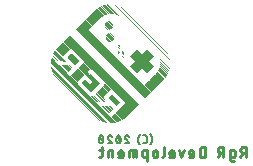
<source format=gbo>
G04 EAGLE Gerber RS-274X export*
G75*
%MOMM*%
%FSLAX34Y34*%
%LPD*%
%INBottom Silkscreen*%
%IPPOS*%
%AMOC8*
5,1,8,0,0,1.08239X$1,22.5*%
G01*
%ADD10C,0.228600*%
%ADD11C,0.152400*%
%ADD12R,4.679694X0.007113*%
%ADD13R,4.829047X0.007109*%
%ADD14R,4.935728X0.007113*%
%ADD15R,5.028184X0.007113*%
%ADD16R,5.106416X0.007113*%
%ADD17R,5.177538X0.007113*%
%ADD18R,5.248656X0.007113*%
%ADD19R,5.305550X0.007109*%
%ADD20R,5.362450X0.007113*%
%ADD21R,5.412231X0.007113*%
%ADD22R,5.462016X0.007113*%
%ADD23R,5.511800X0.007113*%
%ADD24R,5.561584X0.007113*%
%ADD25R,5.604256X0.007109*%
%ADD26R,5.646928X0.007113*%
%ADD27R,5.682488X0.007113*%
%ADD28R,5.718050X0.007113*%
%ADD29R,5.760719X0.007113*%
%ADD30R,5.803394X0.007113*%
%ADD31R,5.831841X0.007109*%
%ADD32R,5.874513X0.007113*%
%ADD33R,5.902959X0.007113*%
%ADD34R,5.931406X0.007113*%
%ADD35R,5.974081X0.007113*%
%ADD36R,6.002528X0.007113*%
%ADD37R,6.030975X0.007113*%
%ADD38R,6.059425X0.007109*%
%ADD39R,6.087872X0.007113*%
%ADD40R,6.116319X0.007113*%
%ADD41R,6.144769X0.007113*%
%ADD42R,6.173216X0.007113*%
%ADD43R,6.201663X0.007113*%
%ADD44R,6.230113X0.007109*%
%ADD45R,6.258559X0.007113*%
%ADD46R,6.279897X0.007113*%
%ADD47R,6.301231X0.007113*%
%ADD48R,6.329681X0.007113*%
%ADD49R,6.358128X0.007113*%
%ADD50R,6.379463X0.007109*%
%ADD51R,6.400800X0.007113*%
%ADD52R,6.429250X0.007113*%
%ADD53R,6.443472X0.007113*%
%ADD54R,6.471919X0.007113*%
%ADD55R,6.493256X0.007113*%
%ADD56R,6.514594X0.007109*%
%ADD57R,6.535928X0.007113*%
%ADD58R,6.557263X0.007113*%
%ADD59R,6.578600X0.007113*%
%ADD60R,6.599938X0.007113*%
%ADD61R,6.614159X0.007113*%
%ADD62R,6.642606X0.007113*%
%ADD63R,6.656831X0.007109*%
%ADD64R,6.678169X0.007113*%
%ADD65R,6.699506X0.007113*%
%ADD66R,6.713728X0.007113*%
%ADD67R,6.735063X0.007113*%
%ADD68R,6.756400X0.007113*%
%ADD69R,6.770625X0.007109*%
%ADD70R,6.784850X0.007113*%
%ADD71R,6.806184X0.007113*%
%ADD72R,6.827519X0.007113*%
%ADD73R,6.841744X0.007113*%
%ADD74R,6.855969X0.007113*%
%ADD75R,6.877303X0.007109*%
%ADD76R,6.898641X0.007113*%
%ADD77R,6.912863X0.007113*%
%ADD78R,6.927088X0.007113*%
%ADD79R,6.941313X0.007113*%
%ADD80R,6.955538X0.007113*%
%ADD81R,6.969759X0.007109*%
%ADD82R,6.991097X0.007113*%
%ADD83R,7.012431X0.007113*%
%ADD84R,7.026656X0.007113*%
%ADD85R,7.040881X0.007113*%
%ADD86R,7.055106X0.007113*%
%ADD87R,7.069328X0.007113*%
%ADD88R,7.083550X0.007109*%
%ADD89R,7.097775X0.007113*%
%ADD90R,7.112000X0.007113*%
%ADD91R,7.126225X0.007113*%
%ADD92R,7.140450X0.007113*%
%ADD93R,7.154672X0.007113*%
%ADD94R,7.168894X0.007109*%
%ADD95R,7.183119X0.007113*%
%ADD96R,7.197344X0.007113*%
%ADD97R,7.211569X0.007113*%
%ADD98R,7.225794X0.007113*%
%ADD99R,7.240016X0.007113*%
%ADD100R,7.254241X0.007109*%
%ADD101R,7.261353X0.007113*%
%ADD102R,7.275575X0.007113*%
%ADD103R,7.282688X0.007113*%
%ADD104R,7.296913X0.007113*%
%ADD105R,7.311138X0.007113*%
%ADD106R,7.325359X0.007109*%
%ADD107R,7.339584X0.007113*%
%ADD108R,7.353806X0.007113*%
%ADD109R,7.360919X0.007113*%
%ADD110R,7.368031X0.007113*%
%ADD111R,7.382256X0.007113*%
%ADD112R,7.396481X0.007113*%
%ADD113R,7.410706X0.007109*%
%ADD114R,7.424928X0.007113*%
%ADD115R,7.432041X0.007113*%
%ADD116R,7.439150X0.007113*%
%ADD117R,7.453375X0.007113*%
%ADD118R,7.467600X0.007113*%
%ADD119R,7.474713X0.007109*%
%ADD120R,7.481825X0.007113*%
%ADD121R,7.496050X0.007113*%
%ADD122R,7.510272X0.007113*%
%ADD123R,7.517384X0.007113*%
%ADD124R,7.524494X0.007113*%
%ADD125R,7.538719X0.007109*%
%ADD126R,7.552944X0.007113*%
%ADD127R,7.560056X0.007113*%
%ADD128R,7.567169X0.007113*%
%ADD129R,7.581394X0.007113*%
%ADD130R,7.588503X0.007113*%
%ADD131R,7.595616X0.007109*%
%ADD132R,7.609841X0.007113*%
%ADD133R,7.616953X0.007113*%
%ADD134R,7.624062X0.007113*%
%ADD135R,7.638288X0.007113*%
%ADD136R,7.645400X0.007113*%
%ADD137R,7.652513X0.007113*%
%ADD138R,7.666737X0.007109*%
%ADD139R,7.673847X0.007113*%
%ADD140R,7.680959X0.007113*%
%ADD141R,7.695184X0.007113*%
%ADD142R,7.709406X0.007113*%
%ADD143R,7.716519X0.007109*%
%ADD144R,7.723631X0.007113*%
%ADD145R,7.737856X0.007113*%
%ADD146R,0.640081X0.007113*%
%ADD147R,0.945894X0.007113*%
%ADD148R,0.817878X0.007113*%
%ADD149R,1.038353X0.007113*%
%ADD150R,0.953006X0.007113*%
%ADD151R,0.412497X0.007113*%
%ADD152R,0.647194X0.007113*%
%ADD153R,0.938784X0.007113*%
%ADD154R,0.768097X0.007113*%
%ADD155R,0.981456X0.007113*%
%ADD156R,0.945897X0.007113*%
%ADD157R,0.426722X0.007113*%
%ADD158R,0.931672X0.007113*%
%ADD159R,0.746759X0.007113*%
%ADD160R,0.953009X0.007113*%
%ADD161R,0.440947X0.007113*%
%ADD162R,0.654306X0.007109*%
%ADD163R,0.924559X0.007109*%
%ADD164R,0.732534X0.007109*%
%ADD165R,0.931672X0.007109*%
%ADD166R,0.448056X0.007109*%
%ADD167R,0.661419X0.007113*%
%ADD168R,0.917447X0.007113*%
%ADD169R,0.718313X0.007113*%
%ADD170R,0.903225X0.007113*%
%ADD171R,0.924559X0.007113*%
%ADD172R,0.462278X0.007113*%
%ADD173R,0.910334X0.007113*%
%ADD174R,0.711200X0.007113*%
%ADD175R,0.889000X0.007113*%
%ADD176R,0.469391X0.007113*%
%ADD177R,0.668528X0.007113*%
%ADD178R,0.903222X0.007113*%
%ADD179R,0.704088X0.007113*%
%ADD180R,0.874778X0.007113*%
%ADD181R,0.483616X0.007113*%
%ADD182R,0.696975X0.007113*%
%ADD183R,0.860553X0.007113*%
%ADD184R,0.490728X0.007113*%
%ADD185R,0.675641X0.007113*%
%ADD186R,0.896113X0.007113*%
%ADD187R,0.689866X0.007113*%
%ADD188R,0.846328X0.007113*%
%ADD189R,0.504953X0.007113*%
%ADD190R,0.675641X0.007109*%
%ADD191R,0.889000X0.007109*%
%ADD192R,0.689866X0.007109*%
%ADD193R,0.839216X0.007109*%
%ADD194R,0.512062X0.007109*%
%ADD195R,0.682753X0.007113*%
%ADD196R,0.881888X0.007113*%
%ADD197R,0.689863X0.007113*%
%ADD198R,0.832106X0.007113*%
%ADD199R,0.526288X0.007113*%
%ADD200R,0.874775X0.007113*%
%ADD201R,0.824994X0.007113*%
%ADD202R,0.547625X0.007113*%
%ADD203R,0.867663X0.007113*%
%ADD204R,0.817881X0.007113*%
%ADD205R,0.554737X0.007113*%
%ADD206R,0.860550X0.007113*%
%ADD207R,0.810769X0.007113*%
%ADD208R,0.568963X0.007113*%
%ADD209R,0.696978X0.007113*%
%ADD210R,0.853438X0.007113*%
%ADD211R,0.803656X0.007113*%
%ADD212R,0.576072X0.007113*%
%ADD213R,0.853441X0.007113*%
%ADD214R,0.590294X0.007113*%
%ADD215R,0.704091X0.007109*%
%ADD216R,0.696975X0.007109*%
%ADD217R,0.796544X0.007109*%
%ADD218R,0.846328X0.007109*%
%ADD219R,0.597406X0.007109*%
%ADD220R,0.704091X0.007113*%
%ADD221R,0.832103X0.007113*%
%ADD222R,0.789431X0.007113*%
%ADD223R,0.839216X0.007113*%
%ADD224R,0.611631X0.007113*%
%ADD225R,0.824991X0.007113*%
%ADD226R,0.618744X0.007113*%
%ADD227R,0.782322X0.007113*%
%ADD228R,0.632969X0.007113*%
%ADD229R,0.810766X0.007113*%
%ADD230R,0.725422X0.007113*%
%ADD231R,0.654303X0.007113*%
%ADD232R,0.725425X0.007109*%
%ADD233R,0.725422X0.007109*%
%ADD234R,0.775209X0.007109*%
%ADD235R,0.803656X0.007109*%
%ADD236R,0.661416X0.007109*%
%ADD237R,0.725425X0.007113*%
%ADD238R,0.796544X0.007113*%
%ADD239R,0.732534X0.007113*%
%ADD240R,0.775209X0.007113*%
%ADD241R,0.732538X0.007113*%
%ADD242R,0.739647X0.007113*%
%ADD243R,0.782319X0.007113*%
%ADD244R,0.739650X0.007113*%
%ADD245R,0.775206X0.007113*%
%ADD246R,0.746762X0.007113*%
%ADD247R,0.768094X0.007113*%
%ADD248R,0.753872X0.007113*%
%ADD249R,0.739650X0.007109*%
%ADD250R,0.760984X0.007109*%
%ADD251R,0.753872X0.007109*%
%ADD252R,0.760984X0.007113*%
%ADD253R,0.753875X0.007113*%
%ADD254R,0.718313X0.007109*%
%ADD255R,0.789431X0.007109*%
%ADD256R,0.682750X0.007113*%
%ADD257R,0.782322X0.007109*%
%ADD258R,0.675638X0.007109*%
%ADD259R,0.746759X0.007109*%
%ADD260R,0.867666X0.007109*%
%ADD261R,0.789434X0.007113*%
%ADD262R,0.661416X0.007113*%
%ADD263R,0.896109X0.007113*%
%ADD264R,0.647191X0.007113*%
%ADD265R,0.796547X0.007113*%
%ADD266R,0.640078X0.007113*%
%ADD267R,1.109472X0.007113*%
%ADD268R,0.796547X0.007109*%
%ADD269R,0.632966X0.007109*%
%ADD270R,1.109472X0.007109*%
%ADD271R,0.640081X0.007109*%
%ADD272R,0.625856X0.007113*%
%ADD273R,0.604519X0.007113*%
%ADD274R,0.967231X0.007113*%
%ADD275R,0.597406X0.007113*%
%ADD276R,0.974344X0.007113*%
%ADD277R,0.810769X0.007109*%
%ADD278R,0.590294X0.007109*%
%ADD279R,0.988569X0.007109*%
%ADD280R,0.590297X0.007113*%
%ADD281R,1.002794X0.007113*%
%ADD282R,0.583184X0.007113*%
%ADD283R,1.009903X0.007113*%
%ADD284R,1.017016X0.007113*%
%ADD285R,0.568959X0.007113*%
%ADD286R,1.024128X0.007113*%
%ADD287R,0.561847X0.007113*%
%ADD288R,0.960119X0.007113*%
%ADD289R,0.824994X0.007109*%
%ADD290R,0.554734X0.007109*%
%ADD291R,0.974344X0.007109*%
%ADD292R,1.045466X0.007109*%
%ADD293R,0.547622X0.007113*%
%ADD294R,0.554734X0.007113*%
%ADD295R,1.052578X0.007113*%
%ADD296R,0.540513X0.007113*%
%ADD297R,0.988569X0.007113*%
%ADD298R,1.066800X0.007113*%
%ADD299R,0.533400X0.007113*%
%ADD300R,0.995678X0.007113*%
%ADD301R,1.073913X0.007113*%
%ADD302R,1.002791X0.007113*%
%ADD303R,1.081025X0.007113*%
%ADD304R,0.519175X0.007113*%
%ADD305R,1.095247X0.007113*%
%ADD306R,0.839219X0.007113*%
%ADD307R,0.512062X0.007113*%
%ADD308R,1.102359X0.007113*%
%ADD309R,0.839219X0.007109*%
%ADD310R,0.504950X0.007109*%
%ADD311R,1.024128X0.007109*%
%ADD312R,0.497838X0.007113*%
%ADD313R,1.031241X0.007113*%
%ADD314R,1.123694X0.007113*%
%ADD315R,1.038350X0.007113*%
%ADD316R,0.497841X0.007113*%
%ADD317R,1.137919X0.007113*%
%ADD318R,1.045462X0.007113*%
%ADD319R,1.145031X0.007113*%
%ADD320R,1.052575X0.007113*%
%ADD321R,1.152144X0.007113*%
%ADD322R,0.476503X0.007113*%
%ADD323R,1.059688X0.007113*%
%ADD324R,1.159256X0.007113*%
%ADD325R,0.469391X0.007109*%
%ADD326R,1.066800X0.007109*%
%ADD327R,1.173481X0.007109*%
%ADD328R,1.081022X0.007113*%
%ADD329R,0.462281X0.007113*%
%ADD330R,1.180591X0.007113*%
%ADD331R,0.455166X0.007113*%
%ADD332R,1.088134X0.007113*%
%ADD333R,0.455169X0.007113*%
%ADD334R,1.187703X0.007113*%
%ADD335R,0.448056X0.007113*%
%ADD336R,1.194816X0.007113*%
%ADD337R,0.440944X0.007113*%
%ADD338R,1.209041X0.007113*%
%ADD339R,0.433831X0.007113*%
%ADD340R,1.216153X0.007113*%
%ADD341R,0.860553X0.007109*%
%ADD342R,0.426719X0.007109*%
%ADD343R,1.116584X0.007109*%
%ADD344R,0.433831X0.007109*%
%ADD345R,1.223266X0.007109*%
%ADD346R,0.419606X0.007113*%
%ADD347R,1.123697X0.007113*%
%ADD348R,0.426719X0.007113*%
%ADD349R,1.230375X0.007113*%
%ADD350R,0.412494X0.007113*%
%ADD351R,1.130806X0.007113*%
%ADD352R,1.244600X0.007113*%
%ADD353R,0.867666X0.007113*%
%ADD354R,0.405384X0.007113*%
%ADD355R,1.258825X0.007113*%
%ADD356R,0.398272X0.007113*%
%ADD357R,1.265938X0.007113*%
%ADD358R,0.391159X0.007113*%
%ADD359R,1.273050X0.007113*%
%ADD360R,0.384047X0.007109*%
%ADD361R,1.159256X0.007109*%
%ADD362R,0.391159X0.007109*%
%ADD363R,1.280159X0.007109*%
%ADD364R,0.384047X0.007113*%
%ADD365R,1.166369X0.007113*%
%ADD366R,1.294384X0.007113*%
%ADD367R,0.376934X0.007113*%
%ADD368R,1.173478X0.007113*%
%ADD369R,1.301497X0.007113*%
%ADD370R,0.369822X0.007113*%
%ADD371R,0.369825X0.007113*%
%ADD372R,1.308609X0.007113*%
%ADD373R,0.362712X0.007113*%
%ADD374R,1.315722X0.007113*%
%ADD375R,0.355600X0.007113*%
%ADD376R,1.201928X0.007113*%
%ADD377R,1.322834X0.007113*%
%ADD378R,0.348488X0.007113*%
%ADD379R,1.329947X0.007113*%
%ADD380R,0.874778X0.007109*%
%ADD381R,0.341375X0.007109*%
%ADD382R,1.216150X0.007109*%
%ADD383R,0.348488X0.007109*%
%ADD384R,1.344166X0.007109*%
%ADD385R,0.881891X0.007113*%
%ADD386R,0.334263X0.007113*%
%ADD387R,1.216150X0.007113*%
%ADD388R,1.351278X0.007113*%
%ADD389R,0.881891X0.007109*%
%ADD390R,0.824991X0.007109*%
%ADD391R,0.967231X0.007109*%
%ADD392R,0.533400X0.007109*%
%ADD393R,0.903222X0.007109*%
%ADD394R,0.896113X0.007109*%
%ADD395R,0.874775X0.007109*%
%ADD396R,0.903225X0.007109*%
%ADD397R,0.704088X0.007109*%
%ADD398R,0.853441X0.007109*%
%ADD399R,0.689863X0.007109*%
%ADD400R,0.682750X0.007109*%
%ADD401R,0.810766X0.007109*%
%ADD402R,0.910338X0.007113*%
%ADD403R,0.910338X0.007109*%
%ADD404R,0.938784X0.007109*%
%ADD405R,0.945897X0.007109*%
%ADD406R,2.197609X0.007113*%
%ADD407R,0.953006X0.007109*%
%ADD408R,2.197609X0.007109*%
%ADD409R,0.960119X0.007109*%
%ADD410R,0.995681X0.007113*%
%ADD411R,0.960122X0.007113*%
%ADD412R,0.682753X0.007109*%
%ADD413R,0.739647X0.007109*%
%ADD414R,0.917450X0.007113*%
%ADD415R,0.832106X0.007109*%
%ADD416R,1.038353X0.007109*%
%ADD417R,1.009906X0.007109*%
%ADD418R,1.237491X0.007113*%
%ADD419R,8.278369X0.007113*%
%ADD420R,8.278369X0.007109*%
%ADD421R,8.264144X0.007113*%
%ADD422R,0.056897X0.007113*%
%ADD423R,0.085344X0.007113*%
%ADD424R,0.099566X0.007113*%
%ADD425R,0.099569X0.007113*%
%ADD426R,0.113791X0.007113*%
%ADD427R,0.113794X0.007113*%
%ADD428R,0.135128X0.007113*%
%ADD429R,0.128016X0.007113*%
%ADD430R,0.149353X0.007109*%
%ADD431R,0.142241X0.007109*%
%ADD432R,0.156463X0.007113*%
%ADD433R,0.170688X0.007113*%
%ADD434R,0.184913X0.007113*%
%ADD435R,0.177800X0.007113*%
%ADD436R,0.192025X0.007113*%
%ADD437R,0.199138X0.007113*%
%ADD438R,0.206250X0.007113*%
%ADD439R,0.206250X0.007109*%
%ADD440R,0.213359X0.007109*%
%ADD441R,0.213363X0.007113*%
%ADD442R,0.220472X0.007113*%
%ADD443R,0.227584X0.007113*%
%ADD444R,0.234697X0.007113*%
%ADD445R,0.241809X0.007113*%
%ADD446R,0.248922X0.007113*%
%ADD447R,0.270256X0.007113*%
%ADD448R,0.298703X0.007113*%
%ADD449R,0.256031X0.007109*%
%ADD450R,0.248919X0.007109*%
%ADD451R,0.327153X0.007109*%
%ADD452R,0.256031X0.007113*%
%ADD453R,0.256034X0.007113*%
%ADD454R,0.462278X0.007109*%
%ADD455R,0.512066X0.007113*%
%ADD456R,0.547622X0.007109*%
%ADD457R,0.597409X0.007113*%
%ADD458R,0.604522X0.007113*%
%ADD459R,0.611631X0.007109*%
%ADD460R,0.668528X0.007109*%
%ADD461R,0.248919X0.007113*%
%ADD462R,0.213359X0.007113*%
%ADD463R,0.206247X0.007113*%
%ADD464R,0.199134X0.007109*%
%ADD465R,0.199138X0.007109*%
%ADD466R,0.163575X0.007113*%
%ADD467R,2.019809X0.007113*%
%ADD468R,0.142238X0.007113*%
%ADD469R,2.019809X0.007109*%
%ADD470R,0.120906X0.007109*%
%ADD471R,0.128016X0.007109*%
%ADD472R,0.711200X0.007109*%
%ADD473R,0.106681X0.007113*%
%ADD474R,0.092456X0.007113*%
%ADD475R,0.078231X0.007113*%
%ADD476R,0.049781X0.007113*%
%ADD477R,0.049784X0.007113*%
%ADD478R,0.654303X0.007109*%
%ADD479R,0.597409X0.007109*%
%ADD480R,0.519178X0.007113*%
%ADD481R,0.284481X0.007113*%
%ADD482R,0.341375X0.007113*%
%ADD483R,0.312928X0.007113*%
%ADD484R,0.320041X0.007113*%
%ADD485R,0.284481X0.007109*%
%ADD486R,0.369825X0.007109*%
%ADD487R,0.391163X0.007113*%
%ADD488R,0.149353X0.007113*%
%ADD489R,0.469394X0.007113*%
%ADD490R,0.497841X0.007109*%
%ADD491R,0.576072X0.007109*%
%ADD492R,0.632969X0.007109*%
%ADD493R,0.654306X0.007113*%
%ADD494R,0.817881X0.007109*%
%ADD495R,0.817878X0.007109*%
%ADD496R,0.675638X0.007113*%
%ADD497R,0.583184X0.007109*%
%ADD498R,0.832103X0.007109*%
%ADD499R,0.561850X0.007113*%
%ADD500R,0.846325X0.007109*%
%ADD501R,0.846325X0.007113*%
%ADD502R,0.476506X0.007113*%
%ADD503R,0.405381X0.007113*%
%ADD504R,0.384050X0.007109*%
%ADD505R,0.298706X0.007113*%
%ADD506R,0.234694X0.007113*%
%ADD507R,0.184913X0.007109*%
%ADD508R,0.910334X0.007109*%
%ADD509R,0.924563X0.007113*%
%ADD510R,0.938781X0.007109*%
%ADD511R,0.953009X0.007109*%
%ADD512R,0.967234X0.007113*%
%ADD513R,0.974347X0.007109*%
%ADD514R,0.981453X0.007113*%
%ADD515R,0.995681X0.007109*%
%ADD516R,1.017016X0.007109*%
%ADD517R,1.045466X0.007113*%
%ADD518R,1.073913X0.007109*%
%ADD519R,1.073909X0.007113*%
%ADD520R,1.088137X0.007113*%
%ADD521R,1.102363X0.007113*%
%ADD522R,1.116584X0.007113*%
%ADD523R,1.137922X0.007113*%
%ADD524R,1.152144X0.007109*%
%ADD525R,1.173481X0.007113*%
%ADD526R,1.201928X0.007109*%
%ADD527R,1.194816X0.007109*%
%ADD528R,1.223266X0.007113*%
%ADD529R,1.230378X0.007113*%
%ADD530R,1.223263X0.007113*%
%ADD531R,1.237488X0.007113*%
%ADD532R,1.251713X0.007113*%
%ADD533R,1.258825X0.007109*%
%ADD534R,1.273047X0.007113*%
%ADD535R,1.280159X0.007113*%
%ADD536R,1.287272X0.007113*%
%ADD537R,1.301494X0.007113*%
%ADD538R,1.315719X0.007113*%
%ADD539R,1.308606X0.007113*%
%ADD540R,1.329944X0.007113*%
%ADD541R,1.322831X0.007113*%
%ADD542R,1.344169X0.007113*%
%ADD543R,1.344166X0.007113*%
%ADD544R,1.365503X0.007109*%
%ADD545R,1.365506X0.007109*%
%ADD546R,1.379728X0.007113*%
%ADD547R,1.401063X0.007113*%
%ADD548R,1.401066X0.007113*%
%ADD549R,1.422400X0.007113*%
%ADD550R,1.429512X0.007113*%
%ADD551R,1.450847X0.007113*%
%ADD552R,1.486406X0.007113*%
%ADD553R,1.479297X0.007113*%
%ADD554R,1.521969X0.007109*%
%ADD555R,1.514856X0.007109*%
%ADD556R,1.571753X0.007113*%
%ADD557R,1.564641X0.007113*%
%ADD558R,7.403594X0.007113*%
%ADD559R,7.353806X0.007109*%
%ADD560R,7.332472X0.007113*%
%ADD561R,7.325359X0.007113*%
%ADD562R,7.282688X0.007109*%
%ADD563R,7.268463X0.007113*%
%ADD564R,7.254241X0.007113*%
%ADD565R,7.218681X0.007113*%
%ADD566R,7.204456X0.007113*%
%ADD567R,7.190231X0.007109*%
%ADD568R,7.176006X0.007113*%
%ADD569R,7.161784X0.007113*%
%ADD570R,7.112000X0.007109*%
%ADD571R,7.090663X0.007113*%
%ADD572R,7.076441X0.007113*%
%ADD573R,7.062216X0.007113*%
%ADD574R,7.047994X0.007113*%
%ADD575R,7.012431X0.007109*%
%ADD576R,6.998206X0.007113*%
%ADD577R,6.983984X0.007113*%
%ADD578R,6.969759X0.007113*%
%ADD579R,6.919975X0.007109*%
%ADD580R,6.905753X0.007113*%
%ADD581R,6.884416X0.007113*%
%ADD582R,6.870194X0.007113*%
%ADD583R,6.820406X0.007113*%
%ADD584R,6.799072X0.007109*%
%ADD585R,6.770625X0.007113*%
%ADD586R,6.742175X0.007113*%
%ADD587R,6.727950X0.007113*%
%ADD588R,6.685281X0.007109*%
%ADD589R,6.671056X0.007113*%
%ADD590R,6.656831X0.007113*%
%ADD591R,6.628384X0.007113*%
%ADD592R,6.585713X0.007113*%
%ADD593R,6.571487X0.007109*%
%ADD594R,6.550153X0.007113*%
%ADD595R,6.528816X0.007113*%
%ADD596R,6.507481X0.007113*%
%ADD597R,6.486144X0.007113*%
%ADD598R,6.457694X0.007113*%
%ADD599R,6.443472X0.007109*%
%ADD600R,6.415025X0.007113*%
%ADD601R,6.393688X0.007113*%
%ADD602R,6.372350X0.007113*%
%ADD603R,6.343906X0.007113*%
%ADD604R,6.322569X0.007113*%
%ADD605R,6.272784X0.007109*%
%ADD606R,6.244338X0.007113*%
%ADD607R,6.215888X0.007113*%
%ADD608R,6.187441X0.007113*%
%ADD609R,6.166103X0.007113*%
%ADD610R,6.137656X0.007113*%
%ADD611R,6.109206X0.007109*%
%ADD612R,6.080759X0.007113*%
%ADD613R,6.045200X0.007113*%
%ADD614R,6.016750X0.007113*%
%ADD615R,5.988306X0.007113*%
%ADD616R,5.959856X0.007113*%
%ADD617R,5.924297X0.007109*%
%ADD618R,5.888738X0.007113*%
%ADD619R,5.860288X0.007113*%
%ADD620R,5.817616X0.007113*%
%ADD621R,5.789169X0.007113*%
%ADD622R,5.746494X0.007113*%
%ADD623R,5.710938X0.007109*%
%ADD624R,5.675375X0.007113*%
%ADD625R,5.632706X0.007113*%
%ADD626R,5.590031X0.007113*%
%ADD627R,5.540247X0.007113*%
%ADD628R,5.490463X0.007113*%
%ADD629R,5.447794X0.007113*%
%ADD630R,5.390894X0.007109*%
%ADD631R,5.341113X0.007113*%
%ADD632R,5.284216X0.007113*%
%ADD633R,5.220206X0.007113*%
%ADD634R,5.156200X0.007113*%
%ADD635R,5.077969X0.007113*%
%ADD636R,4.999738X0.007109*%
%ADD637R,4.907281X0.007113*%
%ADD638R,4.786375X0.007113*%
%ADD639R,4.608575X0.007113*%


D10*
X183207Y21643D02*
X183207Y30357D01*
X180787Y30357D01*
X180690Y30355D01*
X180592Y30349D01*
X180495Y30339D01*
X180399Y30326D01*
X180303Y30308D01*
X180208Y30287D01*
X180113Y30261D01*
X180020Y30232D01*
X179929Y30200D01*
X179838Y30163D01*
X179749Y30123D01*
X179662Y30080D01*
X179577Y30033D01*
X179493Y29982D01*
X179412Y29928D01*
X179333Y29871D01*
X179256Y29811D01*
X179182Y29748D01*
X179110Y29682D01*
X179041Y29613D01*
X178975Y29541D01*
X178912Y29467D01*
X178852Y29390D01*
X178795Y29311D01*
X178741Y29230D01*
X178690Y29147D01*
X178643Y29061D01*
X178600Y28974D01*
X178560Y28885D01*
X178523Y28794D01*
X178491Y28703D01*
X178462Y28610D01*
X178436Y28515D01*
X178415Y28420D01*
X178397Y28324D01*
X178384Y28228D01*
X178374Y28131D01*
X178368Y28033D01*
X178366Y27936D01*
X178368Y27839D01*
X178374Y27741D01*
X178384Y27644D01*
X178397Y27548D01*
X178415Y27452D01*
X178436Y27357D01*
X178462Y27262D01*
X178491Y27169D01*
X178523Y27078D01*
X178560Y26987D01*
X178600Y26898D01*
X178643Y26811D01*
X178690Y26726D01*
X178741Y26642D01*
X178795Y26561D01*
X178852Y26482D01*
X178912Y26405D01*
X178975Y26331D01*
X179041Y26259D01*
X179110Y26190D01*
X179182Y26124D01*
X179256Y26061D01*
X179333Y26001D01*
X179412Y25944D01*
X179493Y25890D01*
X179576Y25839D01*
X179662Y25792D01*
X179749Y25749D01*
X179838Y25709D01*
X179929Y25672D01*
X180020Y25640D01*
X180113Y25611D01*
X180208Y25585D01*
X180303Y25564D01*
X180399Y25546D01*
X180495Y25533D01*
X180592Y25523D01*
X180690Y25517D01*
X180787Y25515D01*
X180787Y25516D02*
X183207Y25516D01*
X180302Y25516D02*
X178366Y21643D01*
X172237Y21643D02*
X169817Y21643D01*
X172237Y21643D02*
X172313Y21645D01*
X172389Y21651D01*
X172464Y21661D01*
X172539Y21675D01*
X172613Y21692D01*
X172686Y21714D01*
X172757Y21739D01*
X172828Y21769D01*
X172896Y21801D01*
X172963Y21838D01*
X173028Y21877D01*
X173090Y21920D01*
X173151Y21967D01*
X173209Y22016D01*
X173264Y22068D01*
X173316Y22123D01*
X173365Y22181D01*
X173412Y22242D01*
X173455Y22304D01*
X173494Y22369D01*
X173531Y22436D01*
X173563Y22504D01*
X173593Y22575D01*
X173618Y22646D01*
X173640Y22719D01*
X173657Y22793D01*
X173671Y22868D01*
X173681Y22943D01*
X173687Y23019D01*
X173689Y23095D01*
X173689Y26000D01*
X173687Y26076D01*
X173681Y26152D01*
X173671Y26227D01*
X173657Y26302D01*
X173640Y26376D01*
X173618Y26449D01*
X173593Y26520D01*
X173563Y26591D01*
X173531Y26659D01*
X173494Y26726D01*
X173455Y26791D01*
X173412Y26853D01*
X173365Y26914D01*
X173316Y26972D01*
X173264Y27027D01*
X173209Y27079D01*
X173151Y27128D01*
X173090Y27175D01*
X173028Y27218D01*
X172963Y27257D01*
X172896Y27294D01*
X172828Y27326D01*
X172757Y27356D01*
X172686Y27381D01*
X172613Y27403D01*
X172539Y27420D01*
X172464Y27434D01*
X172389Y27444D01*
X172313Y27450D01*
X172237Y27452D01*
X169817Y27452D01*
X169817Y20191D01*
X169819Y20115D01*
X169825Y20039D01*
X169835Y19964D01*
X169849Y19889D01*
X169866Y19815D01*
X169888Y19742D01*
X169913Y19671D01*
X169943Y19600D01*
X169975Y19532D01*
X170012Y19465D01*
X170051Y19400D01*
X170094Y19338D01*
X170141Y19277D01*
X170190Y19219D01*
X170242Y19164D01*
X170297Y19112D01*
X170355Y19063D01*
X170416Y19016D01*
X170478Y18973D01*
X170543Y18934D01*
X170610Y18897D01*
X170678Y18865D01*
X170749Y18835D01*
X170820Y18810D01*
X170893Y18788D01*
X170967Y18771D01*
X171042Y18757D01*
X171117Y18747D01*
X171193Y18741D01*
X171269Y18739D01*
X171269Y18738D02*
X173205Y18738D01*
X164067Y21643D02*
X164067Y30357D01*
X161647Y30357D01*
X161550Y30355D01*
X161452Y30349D01*
X161355Y30339D01*
X161259Y30326D01*
X161163Y30308D01*
X161068Y30287D01*
X160973Y30261D01*
X160880Y30232D01*
X160789Y30200D01*
X160698Y30163D01*
X160609Y30123D01*
X160522Y30080D01*
X160437Y30033D01*
X160353Y29982D01*
X160272Y29928D01*
X160193Y29871D01*
X160116Y29811D01*
X160042Y29748D01*
X159970Y29682D01*
X159901Y29613D01*
X159835Y29541D01*
X159772Y29467D01*
X159712Y29390D01*
X159655Y29311D01*
X159601Y29230D01*
X159550Y29147D01*
X159503Y29061D01*
X159460Y28974D01*
X159420Y28885D01*
X159383Y28794D01*
X159351Y28703D01*
X159322Y28610D01*
X159296Y28515D01*
X159275Y28420D01*
X159257Y28324D01*
X159244Y28228D01*
X159234Y28131D01*
X159228Y28033D01*
X159226Y27936D01*
X159228Y27839D01*
X159234Y27741D01*
X159244Y27644D01*
X159257Y27548D01*
X159275Y27452D01*
X159296Y27357D01*
X159322Y27262D01*
X159351Y27169D01*
X159383Y27078D01*
X159420Y26987D01*
X159460Y26898D01*
X159503Y26811D01*
X159550Y26726D01*
X159601Y26642D01*
X159655Y26561D01*
X159712Y26482D01*
X159772Y26405D01*
X159835Y26331D01*
X159901Y26259D01*
X159970Y26190D01*
X160042Y26124D01*
X160116Y26061D01*
X160193Y26001D01*
X160272Y25944D01*
X160353Y25890D01*
X160436Y25839D01*
X160522Y25792D01*
X160609Y25749D01*
X160698Y25709D01*
X160789Y25672D01*
X160880Y25640D01*
X160973Y25611D01*
X161068Y25585D01*
X161163Y25564D01*
X161259Y25546D01*
X161355Y25533D01*
X161452Y25523D01*
X161550Y25517D01*
X161647Y25515D01*
X161647Y25516D02*
X164067Y25516D01*
X161162Y25516D02*
X159226Y21643D01*
X148672Y21643D02*
X148672Y30357D01*
X146251Y30357D01*
X146154Y30355D01*
X146056Y30349D01*
X145959Y30339D01*
X145863Y30326D01*
X145767Y30308D01*
X145672Y30287D01*
X145577Y30261D01*
X145484Y30232D01*
X145393Y30200D01*
X145302Y30163D01*
X145213Y30123D01*
X145126Y30080D01*
X145041Y30033D01*
X144957Y29982D01*
X144876Y29928D01*
X144797Y29871D01*
X144720Y29811D01*
X144646Y29748D01*
X144574Y29682D01*
X144505Y29613D01*
X144439Y29541D01*
X144376Y29467D01*
X144316Y29390D01*
X144259Y29311D01*
X144205Y29230D01*
X144154Y29147D01*
X144107Y29061D01*
X144064Y28974D01*
X144024Y28885D01*
X143987Y28794D01*
X143955Y28703D01*
X143926Y28610D01*
X143900Y28515D01*
X143879Y28420D01*
X143861Y28324D01*
X143848Y28228D01*
X143838Y28131D01*
X143832Y28033D01*
X143830Y27936D01*
X143831Y27936D02*
X143831Y24064D01*
X143830Y24064D02*
X143832Y23967D01*
X143838Y23869D01*
X143848Y23772D01*
X143861Y23676D01*
X143879Y23580D01*
X143900Y23485D01*
X143926Y23390D01*
X143955Y23297D01*
X143987Y23206D01*
X144024Y23115D01*
X144064Y23026D01*
X144107Y22939D01*
X144154Y22854D01*
X144205Y22770D01*
X144259Y22689D01*
X144316Y22610D01*
X144376Y22533D01*
X144439Y22459D01*
X144505Y22387D01*
X144574Y22318D01*
X144646Y22252D01*
X144720Y22189D01*
X144797Y22129D01*
X144876Y22072D01*
X144957Y22018D01*
X145041Y21967D01*
X145126Y21920D01*
X145213Y21877D01*
X145302Y21837D01*
X145393Y21800D01*
X145484Y21768D01*
X145577Y21739D01*
X145672Y21713D01*
X145767Y21692D01*
X145863Y21674D01*
X145959Y21661D01*
X146056Y21651D01*
X146154Y21645D01*
X146251Y21643D01*
X148672Y21643D01*
X137165Y21643D02*
X134745Y21643D01*
X137165Y21643D02*
X137241Y21645D01*
X137317Y21651D01*
X137392Y21661D01*
X137467Y21675D01*
X137541Y21692D01*
X137614Y21714D01*
X137685Y21739D01*
X137756Y21769D01*
X137824Y21801D01*
X137891Y21838D01*
X137956Y21877D01*
X138018Y21920D01*
X138079Y21967D01*
X138137Y22016D01*
X138192Y22068D01*
X138244Y22123D01*
X138293Y22181D01*
X138340Y22242D01*
X138383Y22304D01*
X138422Y22369D01*
X138459Y22436D01*
X138491Y22504D01*
X138521Y22575D01*
X138546Y22646D01*
X138568Y22719D01*
X138585Y22793D01*
X138599Y22868D01*
X138609Y22943D01*
X138615Y23019D01*
X138617Y23095D01*
X138618Y23095D02*
X138618Y25516D01*
X138617Y25516D02*
X138615Y25603D01*
X138609Y25690D01*
X138599Y25776D01*
X138586Y25862D01*
X138568Y25947D01*
X138547Y26031D01*
X138522Y26114D01*
X138494Y26196D01*
X138461Y26277D01*
X138425Y26356D01*
X138386Y26433D01*
X138343Y26509D01*
X138297Y26583D01*
X138247Y26654D01*
X138195Y26723D01*
X138139Y26790D01*
X138080Y26854D01*
X138019Y26915D01*
X137955Y26974D01*
X137888Y27030D01*
X137819Y27082D01*
X137748Y27132D01*
X137674Y27178D01*
X137598Y27221D01*
X137521Y27260D01*
X137442Y27296D01*
X137361Y27329D01*
X137279Y27357D01*
X137196Y27382D01*
X137112Y27403D01*
X137027Y27421D01*
X136941Y27434D01*
X136855Y27444D01*
X136768Y27450D01*
X136681Y27452D01*
X136594Y27450D01*
X136507Y27444D01*
X136421Y27434D01*
X136335Y27421D01*
X136250Y27403D01*
X136166Y27382D01*
X136083Y27357D01*
X136001Y27329D01*
X135920Y27296D01*
X135841Y27260D01*
X135764Y27221D01*
X135688Y27178D01*
X135614Y27132D01*
X135543Y27082D01*
X135474Y27030D01*
X135407Y26974D01*
X135343Y26915D01*
X135282Y26854D01*
X135223Y26790D01*
X135167Y26723D01*
X135115Y26654D01*
X135065Y26583D01*
X135019Y26509D01*
X134976Y26433D01*
X134937Y26356D01*
X134901Y26277D01*
X134868Y26196D01*
X134840Y26114D01*
X134815Y26031D01*
X134794Y25947D01*
X134776Y25862D01*
X134763Y25776D01*
X134753Y25690D01*
X134747Y25603D01*
X134745Y25516D01*
X134745Y24548D01*
X138618Y24548D01*
X130368Y27452D02*
X128431Y21643D01*
X126495Y27452D01*
X120665Y21643D02*
X118245Y21643D01*
X120665Y21643D02*
X120741Y21645D01*
X120817Y21651D01*
X120892Y21661D01*
X120967Y21675D01*
X121041Y21692D01*
X121114Y21714D01*
X121185Y21739D01*
X121256Y21769D01*
X121324Y21801D01*
X121391Y21838D01*
X121456Y21877D01*
X121518Y21920D01*
X121579Y21967D01*
X121637Y22016D01*
X121692Y22068D01*
X121744Y22123D01*
X121793Y22181D01*
X121840Y22242D01*
X121883Y22304D01*
X121922Y22369D01*
X121959Y22436D01*
X121991Y22504D01*
X122021Y22575D01*
X122046Y22646D01*
X122068Y22719D01*
X122085Y22793D01*
X122099Y22868D01*
X122109Y22943D01*
X122115Y23019D01*
X122117Y23095D01*
X122118Y23095D02*
X122118Y25516D01*
X122117Y25516D02*
X122115Y25603D01*
X122109Y25690D01*
X122099Y25776D01*
X122086Y25862D01*
X122068Y25947D01*
X122047Y26031D01*
X122022Y26114D01*
X121994Y26196D01*
X121961Y26277D01*
X121925Y26356D01*
X121886Y26433D01*
X121843Y26509D01*
X121797Y26583D01*
X121747Y26654D01*
X121695Y26723D01*
X121639Y26790D01*
X121580Y26854D01*
X121519Y26915D01*
X121455Y26974D01*
X121388Y27030D01*
X121319Y27082D01*
X121248Y27132D01*
X121174Y27178D01*
X121098Y27221D01*
X121021Y27260D01*
X120942Y27296D01*
X120861Y27329D01*
X120779Y27357D01*
X120696Y27382D01*
X120612Y27403D01*
X120527Y27421D01*
X120441Y27434D01*
X120355Y27444D01*
X120268Y27450D01*
X120181Y27452D01*
X120094Y27450D01*
X120007Y27444D01*
X119921Y27434D01*
X119835Y27421D01*
X119750Y27403D01*
X119666Y27382D01*
X119583Y27357D01*
X119501Y27329D01*
X119420Y27296D01*
X119341Y27260D01*
X119264Y27221D01*
X119188Y27178D01*
X119114Y27132D01*
X119043Y27082D01*
X118974Y27030D01*
X118907Y26974D01*
X118843Y26915D01*
X118782Y26854D01*
X118723Y26790D01*
X118667Y26723D01*
X118615Y26654D01*
X118565Y26583D01*
X118519Y26509D01*
X118476Y26433D01*
X118437Y26356D01*
X118401Y26277D01*
X118368Y26196D01*
X118340Y26114D01*
X118315Y26031D01*
X118294Y25947D01*
X118276Y25862D01*
X118263Y25776D01*
X118253Y25690D01*
X118247Y25603D01*
X118245Y25516D01*
X118245Y24548D01*
X122118Y24548D01*
X113568Y23095D02*
X113568Y30357D01*
X113568Y23095D02*
X113566Y23019D01*
X113560Y22943D01*
X113550Y22868D01*
X113536Y22793D01*
X113519Y22719D01*
X113497Y22646D01*
X113472Y22575D01*
X113442Y22504D01*
X113410Y22436D01*
X113373Y22369D01*
X113334Y22304D01*
X113291Y22242D01*
X113244Y22181D01*
X113195Y22123D01*
X113143Y22068D01*
X113088Y22016D01*
X113030Y21967D01*
X112969Y21920D01*
X112907Y21877D01*
X112842Y21838D01*
X112775Y21801D01*
X112707Y21769D01*
X112636Y21739D01*
X112565Y21714D01*
X112492Y21692D01*
X112418Y21675D01*
X112343Y21661D01*
X112268Y21651D01*
X112192Y21645D01*
X112116Y21643D01*
X108258Y23579D02*
X108258Y25516D01*
X108257Y25516D02*
X108255Y25603D01*
X108249Y25690D01*
X108239Y25776D01*
X108226Y25862D01*
X108208Y25947D01*
X108187Y26031D01*
X108162Y26114D01*
X108134Y26196D01*
X108101Y26277D01*
X108065Y26356D01*
X108026Y26433D01*
X107983Y26509D01*
X107937Y26583D01*
X107887Y26654D01*
X107835Y26723D01*
X107779Y26790D01*
X107720Y26854D01*
X107659Y26915D01*
X107595Y26974D01*
X107528Y27030D01*
X107459Y27082D01*
X107388Y27132D01*
X107314Y27178D01*
X107238Y27221D01*
X107161Y27260D01*
X107082Y27296D01*
X107001Y27329D01*
X106919Y27357D01*
X106836Y27382D01*
X106752Y27403D01*
X106667Y27421D01*
X106581Y27434D01*
X106495Y27444D01*
X106408Y27450D01*
X106321Y27452D01*
X106234Y27450D01*
X106147Y27444D01*
X106061Y27434D01*
X105975Y27421D01*
X105890Y27403D01*
X105806Y27382D01*
X105723Y27357D01*
X105641Y27329D01*
X105560Y27296D01*
X105481Y27260D01*
X105404Y27221D01*
X105328Y27178D01*
X105254Y27132D01*
X105183Y27082D01*
X105114Y27030D01*
X105047Y26974D01*
X104983Y26915D01*
X104922Y26854D01*
X104863Y26790D01*
X104807Y26723D01*
X104755Y26654D01*
X104705Y26583D01*
X104659Y26509D01*
X104616Y26433D01*
X104577Y26356D01*
X104541Y26277D01*
X104508Y26196D01*
X104480Y26114D01*
X104455Y26031D01*
X104434Y25947D01*
X104416Y25862D01*
X104403Y25776D01*
X104393Y25690D01*
X104387Y25603D01*
X104385Y25516D01*
X104385Y23579D01*
X104387Y23492D01*
X104393Y23405D01*
X104403Y23319D01*
X104416Y23233D01*
X104434Y23148D01*
X104455Y23064D01*
X104480Y22981D01*
X104508Y22899D01*
X104541Y22818D01*
X104577Y22739D01*
X104616Y22662D01*
X104659Y22586D01*
X104705Y22512D01*
X104755Y22441D01*
X104807Y22372D01*
X104863Y22305D01*
X104922Y22241D01*
X104983Y22180D01*
X105047Y22121D01*
X105114Y22065D01*
X105183Y22013D01*
X105254Y21963D01*
X105328Y21917D01*
X105404Y21874D01*
X105481Y21835D01*
X105560Y21799D01*
X105641Y21766D01*
X105723Y21738D01*
X105806Y21713D01*
X105890Y21692D01*
X105975Y21674D01*
X106061Y21661D01*
X106147Y21651D01*
X106234Y21645D01*
X106321Y21643D01*
X106408Y21645D01*
X106495Y21651D01*
X106581Y21661D01*
X106667Y21674D01*
X106752Y21692D01*
X106836Y21713D01*
X106919Y21738D01*
X107001Y21766D01*
X107082Y21799D01*
X107161Y21835D01*
X107238Y21874D01*
X107314Y21917D01*
X107388Y21963D01*
X107459Y22013D01*
X107528Y22065D01*
X107595Y22121D01*
X107659Y22180D01*
X107720Y22241D01*
X107779Y22305D01*
X107835Y22372D01*
X107887Y22441D01*
X107937Y22512D01*
X107983Y22586D01*
X108026Y22662D01*
X108065Y22739D01*
X108101Y22818D01*
X108134Y22899D01*
X108162Y22981D01*
X108187Y23064D01*
X108208Y23148D01*
X108226Y23233D01*
X108239Y23319D01*
X108249Y23405D01*
X108255Y23492D01*
X108257Y23579D01*
X99256Y27452D02*
X99256Y18738D01*
X99256Y27452D02*
X96836Y27452D01*
X96760Y27450D01*
X96684Y27444D01*
X96609Y27434D01*
X96534Y27420D01*
X96460Y27403D01*
X96387Y27381D01*
X96316Y27356D01*
X96245Y27326D01*
X96177Y27294D01*
X96110Y27257D01*
X96045Y27218D01*
X95983Y27175D01*
X95922Y27128D01*
X95864Y27079D01*
X95809Y27027D01*
X95757Y26972D01*
X95708Y26914D01*
X95661Y26853D01*
X95618Y26791D01*
X95579Y26726D01*
X95542Y26659D01*
X95510Y26591D01*
X95480Y26520D01*
X95455Y26449D01*
X95433Y26376D01*
X95416Y26302D01*
X95402Y26227D01*
X95392Y26152D01*
X95386Y26076D01*
X95384Y26000D01*
X95383Y26000D02*
X95383Y23095D01*
X95384Y23095D02*
X95386Y23021D01*
X95391Y22948D01*
X95401Y22875D01*
X95414Y22803D01*
X95430Y22731D01*
X95451Y22660D01*
X95474Y22591D01*
X95502Y22522D01*
X95532Y22456D01*
X95566Y22390D01*
X95604Y22327D01*
X95644Y22266D01*
X95688Y22206D01*
X95734Y22149D01*
X95784Y22095D01*
X95836Y22043D01*
X95890Y21993D01*
X95947Y21947D01*
X96007Y21903D01*
X96068Y21863D01*
X96131Y21825D01*
X96197Y21791D01*
X96263Y21761D01*
X96332Y21733D01*
X96401Y21710D01*
X96472Y21689D01*
X96544Y21673D01*
X96616Y21660D01*
X96689Y21650D01*
X96762Y21645D01*
X96836Y21643D01*
X99256Y21643D01*
X90086Y21643D02*
X90086Y27452D01*
X85729Y27452D01*
X85653Y27450D01*
X85577Y27444D01*
X85502Y27434D01*
X85427Y27420D01*
X85353Y27403D01*
X85280Y27381D01*
X85209Y27356D01*
X85138Y27326D01*
X85070Y27294D01*
X85003Y27257D01*
X84938Y27218D01*
X84876Y27175D01*
X84815Y27128D01*
X84757Y27079D01*
X84702Y27027D01*
X84650Y26972D01*
X84601Y26914D01*
X84554Y26853D01*
X84511Y26791D01*
X84472Y26726D01*
X84435Y26659D01*
X84403Y26591D01*
X84373Y26520D01*
X84348Y26449D01*
X84326Y26376D01*
X84309Y26302D01*
X84295Y26227D01*
X84285Y26152D01*
X84279Y26076D01*
X84277Y26000D01*
X84277Y21643D01*
X87181Y21643D02*
X87181Y27452D01*
X77436Y21643D02*
X75015Y21643D01*
X77436Y21643D02*
X77512Y21645D01*
X77588Y21651D01*
X77663Y21661D01*
X77738Y21675D01*
X77812Y21692D01*
X77885Y21714D01*
X77956Y21739D01*
X78027Y21769D01*
X78095Y21801D01*
X78162Y21838D01*
X78227Y21877D01*
X78289Y21920D01*
X78350Y21967D01*
X78408Y22016D01*
X78463Y22068D01*
X78515Y22123D01*
X78564Y22181D01*
X78611Y22242D01*
X78654Y22304D01*
X78693Y22369D01*
X78730Y22436D01*
X78762Y22504D01*
X78792Y22575D01*
X78817Y22646D01*
X78839Y22719D01*
X78856Y22793D01*
X78870Y22868D01*
X78880Y22943D01*
X78886Y23019D01*
X78888Y23095D01*
X78888Y25516D01*
X78887Y25516D02*
X78885Y25603D01*
X78879Y25690D01*
X78869Y25776D01*
X78856Y25862D01*
X78838Y25947D01*
X78817Y26031D01*
X78792Y26114D01*
X78764Y26196D01*
X78731Y26277D01*
X78695Y26356D01*
X78656Y26433D01*
X78613Y26509D01*
X78567Y26583D01*
X78517Y26654D01*
X78465Y26723D01*
X78409Y26790D01*
X78350Y26854D01*
X78289Y26915D01*
X78225Y26974D01*
X78158Y27030D01*
X78089Y27082D01*
X78018Y27132D01*
X77944Y27178D01*
X77868Y27221D01*
X77791Y27260D01*
X77712Y27296D01*
X77631Y27329D01*
X77549Y27357D01*
X77466Y27382D01*
X77382Y27403D01*
X77297Y27421D01*
X77211Y27434D01*
X77125Y27444D01*
X77038Y27450D01*
X76951Y27452D01*
X76864Y27450D01*
X76777Y27444D01*
X76691Y27434D01*
X76605Y27421D01*
X76520Y27403D01*
X76436Y27382D01*
X76353Y27357D01*
X76271Y27329D01*
X76190Y27296D01*
X76111Y27260D01*
X76034Y27221D01*
X75958Y27178D01*
X75884Y27132D01*
X75813Y27082D01*
X75744Y27030D01*
X75677Y26974D01*
X75613Y26915D01*
X75552Y26854D01*
X75493Y26790D01*
X75437Y26723D01*
X75385Y26654D01*
X75335Y26583D01*
X75289Y26509D01*
X75246Y26433D01*
X75207Y26356D01*
X75171Y26277D01*
X75138Y26196D01*
X75110Y26114D01*
X75085Y26031D01*
X75064Y25947D01*
X75046Y25862D01*
X75033Y25776D01*
X75023Y25690D01*
X75017Y25603D01*
X75015Y25516D01*
X75015Y24548D01*
X78888Y24548D01*
X69978Y21643D02*
X69978Y27452D01*
X67557Y27452D01*
X67481Y27450D01*
X67405Y27444D01*
X67330Y27434D01*
X67255Y27420D01*
X67181Y27403D01*
X67108Y27381D01*
X67037Y27356D01*
X66966Y27326D01*
X66898Y27294D01*
X66831Y27257D01*
X66766Y27218D01*
X66704Y27175D01*
X66643Y27128D01*
X66585Y27079D01*
X66530Y27027D01*
X66478Y26972D01*
X66429Y26914D01*
X66382Y26853D01*
X66339Y26791D01*
X66300Y26726D01*
X66263Y26659D01*
X66231Y26591D01*
X66201Y26520D01*
X66176Y26449D01*
X66154Y26376D01*
X66137Y26302D01*
X66123Y26227D01*
X66113Y26152D01*
X66107Y26076D01*
X66105Y26000D01*
X66105Y21643D01*
X62048Y27452D02*
X59143Y27452D01*
X61079Y30357D02*
X61079Y23095D01*
X61077Y23019D01*
X61071Y22943D01*
X61061Y22868D01*
X61047Y22793D01*
X61030Y22719D01*
X61008Y22646D01*
X60983Y22575D01*
X60953Y22504D01*
X60921Y22436D01*
X60884Y22369D01*
X60845Y22304D01*
X60802Y22242D01*
X60755Y22181D01*
X60706Y22123D01*
X60654Y22068D01*
X60599Y22016D01*
X60541Y21967D01*
X60480Y21920D01*
X60418Y21877D01*
X60353Y21838D01*
X60286Y21801D01*
X60218Y21769D01*
X60147Y21739D01*
X60076Y21714D01*
X60003Y21692D01*
X59929Y21675D01*
X59854Y21661D01*
X59779Y21651D01*
X59703Y21645D01*
X59627Y21643D01*
X59143Y21643D01*
D11*
X103727Y36936D02*
X103725Y37093D01*
X103719Y37249D01*
X103709Y37405D01*
X103696Y37561D01*
X103678Y37717D01*
X103657Y37872D01*
X103632Y38026D01*
X103603Y38180D01*
X103570Y38333D01*
X103533Y38485D01*
X103493Y38636D01*
X103448Y38786D01*
X103400Y38935D01*
X103349Y39083D01*
X103293Y39230D01*
X103234Y39375D01*
X103172Y39518D01*
X103106Y39660D01*
X103036Y39800D01*
X102963Y39939D01*
X102887Y40075D01*
X102807Y40210D01*
X102724Y40342D01*
X102637Y40473D01*
X102547Y40601D01*
X102454Y40727D01*
X102359Y40851D01*
X102259Y40972D01*
X103727Y36936D02*
X103725Y36779D01*
X103719Y36623D01*
X103709Y36467D01*
X103696Y36311D01*
X103678Y36155D01*
X103657Y36000D01*
X103632Y35846D01*
X103603Y35692D01*
X103570Y35539D01*
X103533Y35387D01*
X103493Y35236D01*
X103448Y35086D01*
X103400Y34937D01*
X103349Y34789D01*
X103293Y34642D01*
X103234Y34497D01*
X103172Y34354D01*
X103106Y34212D01*
X103036Y34072D01*
X102963Y33933D01*
X102887Y33797D01*
X102807Y33662D01*
X102724Y33530D01*
X102637Y33399D01*
X102547Y33271D01*
X102454Y33145D01*
X102359Y33021D01*
X102259Y32900D01*
X97575Y33634D02*
X96107Y33634D01*
X97575Y33634D02*
X97649Y33636D01*
X97724Y33642D01*
X97797Y33651D01*
X97871Y33664D01*
X97943Y33681D01*
X98014Y33701D01*
X98085Y33725D01*
X98154Y33753D01*
X98222Y33784D01*
X98287Y33818D01*
X98352Y33856D01*
X98414Y33897D01*
X98474Y33941D01*
X98531Y33988D01*
X98586Y34038D01*
X98639Y34091D01*
X98689Y34146D01*
X98736Y34203D01*
X98780Y34263D01*
X98821Y34325D01*
X98859Y34390D01*
X98893Y34456D01*
X98924Y34523D01*
X98952Y34592D01*
X98976Y34663D01*
X98996Y34734D01*
X99013Y34807D01*
X99026Y34880D01*
X99035Y34954D01*
X99041Y35028D01*
X99043Y35102D01*
X99042Y35102D02*
X99042Y38770D01*
X99043Y38770D02*
X99041Y38844D01*
X99035Y38919D01*
X99026Y38992D01*
X99013Y39065D01*
X98996Y39138D01*
X98976Y39209D01*
X98952Y39280D01*
X98924Y39349D01*
X98893Y39416D01*
X98859Y39482D01*
X98821Y39547D01*
X98780Y39609D01*
X98736Y39669D01*
X98689Y39726D01*
X98639Y39781D01*
X98586Y39834D01*
X98531Y39884D01*
X98474Y39931D01*
X98414Y39975D01*
X98352Y40016D01*
X98287Y40054D01*
X98222Y40088D01*
X98154Y40119D01*
X98085Y40147D01*
X98015Y40171D01*
X97943Y40191D01*
X97871Y40208D01*
X97797Y40221D01*
X97724Y40230D01*
X97649Y40236D01*
X97575Y40238D01*
X96107Y40238D01*
X91837Y36936D02*
X91839Y36779D01*
X91845Y36623D01*
X91855Y36467D01*
X91868Y36311D01*
X91886Y36155D01*
X91907Y36000D01*
X91932Y35846D01*
X91961Y35692D01*
X91994Y35539D01*
X92031Y35387D01*
X92071Y35236D01*
X92116Y35086D01*
X92164Y34937D01*
X92215Y34789D01*
X92271Y34642D01*
X92330Y34497D01*
X92392Y34354D01*
X92458Y34212D01*
X92528Y34072D01*
X92601Y33933D01*
X92677Y33797D01*
X92757Y33662D01*
X92840Y33530D01*
X92927Y33399D01*
X93017Y33271D01*
X93110Y33145D01*
X93206Y33021D01*
X93305Y32900D01*
X91837Y36936D02*
X91839Y37093D01*
X91845Y37249D01*
X91855Y37405D01*
X91868Y37561D01*
X91886Y37717D01*
X91907Y37872D01*
X91932Y38026D01*
X91961Y38180D01*
X91994Y38333D01*
X92031Y38485D01*
X92071Y38636D01*
X92116Y38786D01*
X92164Y38935D01*
X92215Y39083D01*
X92271Y39230D01*
X92330Y39375D01*
X92392Y39518D01*
X92458Y39660D01*
X92528Y39800D01*
X92601Y39939D01*
X92677Y40075D01*
X92757Y40210D01*
X92840Y40342D01*
X92927Y40473D01*
X93017Y40601D01*
X93110Y40727D01*
X93206Y40851D01*
X93305Y40972D01*
X82359Y40238D02*
X82280Y40236D01*
X82202Y40231D01*
X82124Y40221D01*
X82047Y40208D01*
X81970Y40191D01*
X81894Y40171D01*
X81819Y40147D01*
X81745Y40120D01*
X81673Y40089D01*
X81602Y40054D01*
X81534Y40017D01*
X81466Y39976D01*
X81401Y39932D01*
X81338Y39885D01*
X81278Y39835D01*
X81220Y39782D01*
X81164Y39726D01*
X81111Y39668D01*
X81061Y39608D01*
X81014Y39545D01*
X80970Y39480D01*
X80929Y39413D01*
X80892Y39344D01*
X80857Y39273D01*
X80826Y39201D01*
X80799Y39127D01*
X80775Y39052D01*
X80755Y38976D01*
X80738Y38899D01*
X80725Y38822D01*
X80715Y38744D01*
X80710Y38666D01*
X80708Y38587D01*
X82359Y40238D02*
X82448Y40236D01*
X82537Y40231D01*
X82625Y40221D01*
X82713Y40208D01*
X82800Y40192D01*
X82887Y40171D01*
X82972Y40147D01*
X83057Y40120D01*
X83140Y40089D01*
X83222Y40054D01*
X83303Y40016D01*
X83382Y39975D01*
X83458Y39931D01*
X83534Y39883D01*
X83607Y39832D01*
X83677Y39779D01*
X83746Y39722D01*
X83812Y39662D01*
X83875Y39600D01*
X83936Y39535D01*
X83994Y39468D01*
X84049Y39398D01*
X84102Y39326D01*
X84151Y39252D01*
X84197Y39176D01*
X84239Y39098D01*
X84279Y39018D01*
X84315Y38937D01*
X84348Y38854D01*
X84377Y38770D01*
X81258Y37303D02*
X81202Y37359D01*
X81148Y37418D01*
X81097Y37479D01*
X81048Y37543D01*
X81003Y37608D01*
X80960Y37676D01*
X80921Y37745D01*
X80884Y37816D01*
X80851Y37889D01*
X80822Y37963D01*
X80795Y38038D01*
X80772Y38114D01*
X80753Y38192D01*
X80737Y38270D01*
X80724Y38348D01*
X80715Y38428D01*
X80710Y38507D01*
X80708Y38587D01*
X81258Y37303D02*
X84376Y33634D01*
X80708Y33634D01*
X77061Y36936D02*
X77059Y37081D01*
X77053Y37226D01*
X77044Y37371D01*
X77030Y37516D01*
X77013Y37660D01*
X76991Y37803D01*
X76966Y37947D01*
X76937Y38089D01*
X76905Y38230D01*
X76868Y38371D01*
X76828Y38510D01*
X76784Y38649D01*
X76737Y38786D01*
X76686Y38922D01*
X76631Y39056D01*
X76573Y39189D01*
X76511Y39321D01*
X76512Y39321D02*
X76486Y39390D01*
X76457Y39457D01*
X76424Y39523D01*
X76388Y39586D01*
X76348Y39648D01*
X76305Y39707D01*
X76259Y39764D01*
X76210Y39818D01*
X76158Y39870D01*
X76103Y39919D01*
X76046Y39964D01*
X75986Y40007D01*
X75924Y40046D01*
X75861Y40082D01*
X75795Y40115D01*
X75728Y40143D01*
X75659Y40169D01*
X75589Y40190D01*
X75518Y40208D01*
X75446Y40221D01*
X75373Y40231D01*
X75300Y40237D01*
X75227Y40239D01*
X75227Y40238D02*
X75154Y40236D01*
X75081Y40230D01*
X75008Y40220D01*
X74937Y40207D01*
X74865Y40189D01*
X74795Y40168D01*
X74727Y40142D01*
X74659Y40114D01*
X74594Y40081D01*
X74530Y40045D01*
X74468Y40006D01*
X74409Y39964D01*
X74352Y39918D01*
X74297Y39869D01*
X74245Y39818D01*
X74196Y39763D01*
X74150Y39706D01*
X74107Y39647D01*
X74067Y39586D01*
X74031Y39522D01*
X73998Y39457D01*
X73969Y39390D01*
X73943Y39321D01*
X73942Y39321D02*
X73880Y39189D01*
X73822Y39056D01*
X73767Y38922D01*
X73716Y38786D01*
X73669Y38649D01*
X73625Y38510D01*
X73585Y38371D01*
X73548Y38230D01*
X73516Y38089D01*
X73487Y37947D01*
X73462Y37804D01*
X73440Y37660D01*
X73423Y37516D01*
X73409Y37371D01*
X73400Y37226D01*
X73394Y37081D01*
X73392Y36936D01*
X77061Y36936D02*
X77059Y36791D01*
X77053Y36646D01*
X77044Y36501D01*
X77030Y36356D01*
X77013Y36212D01*
X76991Y36069D01*
X76966Y35926D01*
X76938Y35783D01*
X76905Y35642D01*
X76868Y35501D01*
X76828Y35362D01*
X76784Y35223D01*
X76737Y35086D01*
X76686Y34950D01*
X76631Y34816D01*
X76573Y34683D01*
X76511Y34551D01*
X76512Y34552D02*
X76486Y34483D01*
X76457Y34416D01*
X76424Y34350D01*
X76388Y34287D01*
X76348Y34225D01*
X76305Y34166D01*
X76259Y34109D01*
X76210Y34055D01*
X76158Y34003D01*
X76103Y33954D01*
X76046Y33909D01*
X75986Y33866D01*
X75924Y33827D01*
X75861Y33791D01*
X75795Y33758D01*
X75728Y33730D01*
X75659Y33704D01*
X75589Y33683D01*
X75518Y33665D01*
X75446Y33652D01*
X75373Y33642D01*
X75300Y33636D01*
X75227Y33634D01*
X73943Y34551D02*
X73881Y34683D01*
X73823Y34816D01*
X73768Y34950D01*
X73717Y35086D01*
X73670Y35223D01*
X73626Y35362D01*
X73586Y35501D01*
X73549Y35642D01*
X73517Y35783D01*
X73488Y35925D01*
X73463Y36068D01*
X73441Y36212D01*
X73424Y36356D01*
X73410Y36501D01*
X73401Y36646D01*
X73395Y36791D01*
X73393Y36936D01*
X73943Y34551D02*
X73969Y34482D01*
X73998Y34415D01*
X74031Y34350D01*
X74067Y34286D01*
X74107Y34225D01*
X74150Y34166D01*
X74196Y34109D01*
X74245Y34054D01*
X74297Y34003D01*
X74352Y33954D01*
X74409Y33908D01*
X74468Y33866D01*
X74530Y33827D01*
X74594Y33791D01*
X74659Y33758D01*
X74727Y33730D01*
X74795Y33704D01*
X74865Y33683D01*
X74937Y33665D01*
X75008Y33652D01*
X75081Y33642D01*
X75154Y33636D01*
X75227Y33634D01*
X76694Y35102D02*
X73759Y38770D01*
X67728Y40238D02*
X67649Y40236D01*
X67571Y40231D01*
X67493Y40221D01*
X67416Y40208D01*
X67339Y40191D01*
X67263Y40171D01*
X67188Y40147D01*
X67114Y40120D01*
X67042Y40089D01*
X66971Y40054D01*
X66903Y40017D01*
X66835Y39976D01*
X66770Y39932D01*
X66707Y39885D01*
X66647Y39835D01*
X66589Y39782D01*
X66533Y39726D01*
X66480Y39668D01*
X66430Y39608D01*
X66383Y39545D01*
X66339Y39480D01*
X66298Y39413D01*
X66261Y39344D01*
X66226Y39273D01*
X66195Y39201D01*
X66168Y39127D01*
X66144Y39052D01*
X66124Y38976D01*
X66107Y38899D01*
X66094Y38822D01*
X66084Y38744D01*
X66079Y38666D01*
X66077Y38587D01*
X67728Y40238D02*
X67817Y40236D01*
X67906Y40231D01*
X67994Y40221D01*
X68082Y40208D01*
X68169Y40192D01*
X68256Y40171D01*
X68341Y40147D01*
X68426Y40120D01*
X68509Y40089D01*
X68591Y40054D01*
X68672Y40016D01*
X68751Y39975D01*
X68827Y39931D01*
X68903Y39883D01*
X68976Y39832D01*
X69046Y39779D01*
X69115Y39722D01*
X69181Y39662D01*
X69244Y39600D01*
X69305Y39535D01*
X69363Y39468D01*
X69418Y39398D01*
X69471Y39326D01*
X69520Y39252D01*
X69566Y39176D01*
X69608Y39098D01*
X69648Y39018D01*
X69684Y38937D01*
X69717Y38854D01*
X69746Y38770D01*
X66627Y37303D02*
X66571Y37359D01*
X66517Y37418D01*
X66466Y37479D01*
X66417Y37543D01*
X66372Y37608D01*
X66329Y37676D01*
X66290Y37745D01*
X66253Y37816D01*
X66220Y37889D01*
X66191Y37963D01*
X66164Y38038D01*
X66141Y38114D01*
X66122Y38192D01*
X66106Y38270D01*
X66093Y38348D01*
X66084Y38428D01*
X66079Y38507D01*
X66077Y38587D01*
X66628Y37303D02*
X69746Y33634D01*
X66077Y33634D01*
X62431Y36936D02*
X62429Y37081D01*
X62423Y37226D01*
X62414Y37371D01*
X62400Y37516D01*
X62383Y37660D01*
X62361Y37803D01*
X62336Y37947D01*
X62307Y38089D01*
X62275Y38230D01*
X62238Y38371D01*
X62198Y38510D01*
X62154Y38649D01*
X62107Y38786D01*
X62056Y38922D01*
X62001Y39056D01*
X61943Y39189D01*
X61881Y39321D01*
X61855Y39390D01*
X61826Y39457D01*
X61793Y39523D01*
X61757Y39586D01*
X61717Y39648D01*
X61674Y39707D01*
X61628Y39764D01*
X61579Y39818D01*
X61527Y39870D01*
X61472Y39919D01*
X61415Y39964D01*
X61355Y40007D01*
X61293Y40046D01*
X61230Y40082D01*
X61164Y40115D01*
X61097Y40143D01*
X61028Y40169D01*
X60958Y40190D01*
X60887Y40208D01*
X60815Y40221D01*
X60742Y40231D01*
X60669Y40237D01*
X60596Y40239D01*
X60596Y40238D02*
X60523Y40236D01*
X60450Y40230D01*
X60377Y40220D01*
X60306Y40207D01*
X60234Y40189D01*
X60164Y40168D01*
X60096Y40142D01*
X60028Y40114D01*
X59963Y40081D01*
X59899Y40045D01*
X59837Y40006D01*
X59778Y39964D01*
X59721Y39918D01*
X59666Y39869D01*
X59614Y39818D01*
X59565Y39763D01*
X59519Y39706D01*
X59476Y39647D01*
X59436Y39586D01*
X59400Y39522D01*
X59367Y39457D01*
X59338Y39390D01*
X59312Y39321D01*
X59250Y39189D01*
X59192Y39056D01*
X59137Y38922D01*
X59086Y38786D01*
X59039Y38649D01*
X58995Y38510D01*
X58955Y38371D01*
X58918Y38230D01*
X58886Y38089D01*
X58857Y37947D01*
X58832Y37804D01*
X58810Y37660D01*
X58793Y37516D01*
X58779Y37371D01*
X58770Y37226D01*
X58764Y37081D01*
X58762Y36936D01*
X62430Y36936D02*
X62428Y36791D01*
X62422Y36646D01*
X62413Y36501D01*
X62399Y36356D01*
X62382Y36212D01*
X62360Y36069D01*
X62335Y35926D01*
X62307Y35783D01*
X62274Y35642D01*
X62237Y35501D01*
X62197Y35362D01*
X62153Y35223D01*
X62106Y35086D01*
X62055Y34950D01*
X62000Y34816D01*
X61942Y34683D01*
X61880Y34551D01*
X61881Y34552D02*
X61855Y34483D01*
X61826Y34416D01*
X61793Y34350D01*
X61757Y34287D01*
X61717Y34225D01*
X61674Y34166D01*
X61628Y34109D01*
X61579Y34055D01*
X61527Y34003D01*
X61472Y33954D01*
X61415Y33909D01*
X61355Y33866D01*
X61293Y33827D01*
X61230Y33791D01*
X61164Y33758D01*
X61097Y33730D01*
X61028Y33704D01*
X60958Y33683D01*
X60887Y33665D01*
X60815Y33652D01*
X60742Y33642D01*
X60669Y33636D01*
X60596Y33634D01*
X59312Y34551D02*
X59250Y34683D01*
X59192Y34816D01*
X59137Y34950D01*
X59086Y35086D01*
X59039Y35223D01*
X58995Y35362D01*
X58955Y35501D01*
X58918Y35642D01*
X58886Y35783D01*
X58857Y35925D01*
X58832Y36068D01*
X58810Y36212D01*
X58793Y36356D01*
X58779Y36501D01*
X58770Y36646D01*
X58764Y36791D01*
X58762Y36936D01*
X59312Y34551D02*
X59338Y34482D01*
X59367Y34415D01*
X59400Y34350D01*
X59436Y34286D01*
X59476Y34225D01*
X59519Y34166D01*
X59565Y34109D01*
X59614Y34054D01*
X59666Y34003D01*
X59721Y33954D01*
X59778Y33908D01*
X59837Y33866D01*
X59899Y33827D01*
X59963Y33791D01*
X60028Y33758D01*
X60096Y33730D01*
X60164Y33704D01*
X60234Y33683D01*
X60306Y33665D01*
X60377Y33652D01*
X60450Y33642D01*
X60523Y33636D01*
X60596Y33634D01*
X62064Y35102D02*
X59129Y38770D01*
D12*
G36*
X22837Y88293D02*
X55926Y55204D01*
X55877Y55155D01*
X22788Y88244D01*
X22837Y88293D01*
G37*
D13*
G36*
X22334Y88896D02*
X56479Y54751D01*
X56430Y54702D01*
X22285Y88847D01*
X22334Y88896D01*
G37*
D14*
G36*
X22033Y89298D02*
X56932Y54399D01*
X56883Y54350D01*
X21984Y89249D01*
X22033Y89298D01*
G37*
D15*
G36*
X21731Y89702D02*
X57285Y54148D01*
X57235Y54098D01*
X21681Y89652D01*
X21731Y89702D01*
G37*
D16*
G36*
X21529Y90003D02*
X57636Y53896D01*
X57587Y53847D01*
X21480Y89954D01*
X21529Y90003D01*
G37*
D17*
G36*
X21329Y90304D02*
X57938Y53695D01*
X57889Y53646D01*
X21280Y90255D01*
X21329Y90304D01*
G37*
D18*
G36*
X21128Y90607D02*
X58240Y53495D01*
X58190Y53445D01*
X21078Y90557D01*
X21128Y90607D01*
G37*
D19*
G36*
X20976Y90858D02*
X58491Y53343D01*
X58442Y53294D01*
X20927Y90809D01*
X20976Y90858D01*
G37*
D20*
G36*
X20826Y91109D02*
X58743Y53192D01*
X58694Y53143D01*
X20777Y91060D01*
X20826Y91109D01*
G37*
D21*
G36*
X20675Y91361D02*
X58944Y53092D01*
X58895Y53043D01*
X20626Y91312D01*
X20675Y91361D01*
G37*
D22*
G36*
X20574Y91562D02*
X59195Y52941D01*
X59146Y52892D01*
X20525Y91513D01*
X20574Y91562D01*
G37*
D23*
G36*
X20423Y91813D02*
X59396Y52840D01*
X59347Y52791D01*
X20374Y91764D01*
X20423Y91813D01*
G37*
D24*
G36*
X20323Y92014D02*
X59648Y52689D01*
X59599Y52640D01*
X20274Y91965D01*
X20323Y92014D01*
G37*
D25*
G36*
X20222Y92216D02*
X59849Y52589D01*
X59800Y52540D01*
X20173Y92167D01*
X20222Y92216D01*
G37*
D26*
G36*
X20122Y92417D02*
X60050Y52489D01*
X60000Y52439D01*
X20072Y92367D01*
X20122Y92417D01*
G37*
D27*
G36*
X20021Y92618D02*
X60201Y52438D01*
X60151Y52388D01*
X19971Y92568D01*
X20021Y92618D01*
G37*
D28*
G36*
X19971Y92768D02*
X60402Y52337D01*
X60353Y52288D01*
X19922Y92719D01*
X19971Y92768D01*
G37*
D29*
G36*
X19870Y92970D02*
X60603Y52237D01*
X60554Y52188D01*
X19821Y92921D01*
X19870Y92970D01*
G37*
D30*
G36*
X19770Y93171D02*
X60805Y52136D01*
X60756Y52087D01*
X19721Y93122D01*
X19770Y93171D01*
G37*
D31*
G36*
X19720Y93322D02*
X60956Y52086D01*
X60906Y52036D01*
X19670Y93272D01*
X19720Y93322D01*
G37*
D32*
G36*
X19619Y93523D02*
X61156Y51986D01*
X61107Y51937D01*
X19570Y93474D01*
X19619Y93523D01*
G37*
D33*
G36*
X19568Y93675D02*
X61308Y51935D01*
X61258Y51885D01*
X19518Y93625D01*
X19568Y93675D01*
G37*
D34*
G36*
X19519Y93825D02*
X61459Y51885D01*
X61409Y51835D01*
X19469Y93775D01*
X19519Y93825D01*
G37*
D35*
G36*
X19418Y94026D02*
X61660Y51784D01*
X61610Y51734D01*
X19368Y93976D01*
X19418Y94026D01*
G37*
D36*
G36*
X19368Y94177D02*
X61810Y51735D01*
X61760Y51685D01*
X19318Y94127D01*
X19368Y94177D01*
G37*
D37*
G36*
X19317Y94328D02*
X61962Y51683D01*
X61913Y51634D01*
X19268Y94279D01*
X19317Y94328D01*
G37*
D38*
G36*
X19267Y94478D02*
X62112Y51633D01*
X62063Y51584D01*
X19218Y94429D01*
X19267Y94478D01*
G37*
D39*
G36*
X19217Y94630D02*
X62263Y51584D01*
X62213Y51534D01*
X19167Y94580D01*
X19217Y94630D01*
G37*
D40*
G36*
X19166Y94780D02*
X62413Y51533D01*
X62364Y51484D01*
X19117Y94731D01*
X19166Y94780D01*
G37*
D41*
G36*
X19116Y94931D02*
X62565Y51482D01*
X62516Y51433D01*
X19067Y94882D01*
X19116Y94931D01*
G37*
D42*
G36*
X19066Y95082D02*
X62716Y51432D01*
X62666Y51382D01*
X19016Y95032D01*
X19066Y95082D01*
G37*
D43*
G36*
X19015Y95233D02*
X62866Y51382D01*
X62817Y51333D01*
X18966Y95184D01*
X19015Y95233D01*
G37*
D44*
G36*
X18966Y95384D02*
X63018Y51332D01*
X62968Y51282D01*
X18916Y95334D01*
X18966Y95384D01*
G37*
D45*
G36*
X18915Y95535D02*
X63169Y51281D01*
X63119Y51231D01*
X18865Y95485D01*
X18915Y95535D01*
G37*
D46*
G36*
X18865Y95686D02*
X63269Y51282D01*
X63219Y51232D01*
X18815Y95636D01*
X18865Y95686D01*
G37*
D47*
G36*
X18864Y95786D02*
X63419Y51231D01*
X63370Y51182D01*
X18815Y95737D01*
X18864Y95786D01*
G37*
D48*
G36*
X18815Y95937D02*
X63571Y51181D01*
X63521Y51131D01*
X18765Y95887D01*
X18815Y95937D01*
G37*
D49*
G36*
X18764Y96087D02*
X63721Y51130D01*
X63672Y51081D01*
X18715Y96038D01*
X18764Y96087D01*
G37*
D50*
G36*
X18714Y96239D02*
X63822Y51131D01*
X63772Y51081D01*
X18664Y96189D01*
X18714Y96239D01*
G37*
D51*
G36*
X18714Y96339D02*
X63973Y51080D01*
X63924Y51031D01*
X18665Y96290D01*
X18714Y96339D01*
G37*
D52*
G36*
X18664Y96490D02*
X64124Y51030D01*
X64074Y50980D01*
X18614Y96440D01*
X18664Y96490D01*
G37*
D53*
G36*
X18663Y96591D02*
X64224Y51030D01*
X64175Y50981D01*
X18614Y96542D01*
X18663Y96591D01*
G37*
D54*
G36*
X18613Y96742D02*
X64375Y50980D01*
X64325Y50930D01*
X18563Y96692D01*
X18613Y96742D01*
G37*
D55*
G36*
X18563Y96892D02*
X64476Y50979D01*
X64427Y50930D01*
X18514Y96843D01*
X18563Y96892D01*
G37*
D56*
G36*
X18563Y96993D02*
X64627Y50929D01*
X64577Y50879D01*
X18513Y96943D01*
X18563Y96993D01*
G37*
D57*
G36*
X18513Y97144D02*
X64727Y50930D01*
X64677Y50880D01*
X18463Y97094D01*
X18513Y97144D01*
G37*
D58*
G36*
X18513Y97244D02*
X64878Y50879D01*
X64829Y50830D01*
X18464Y97195D01*
X18513Y97244D01*
G37*
D59*
G36*
X18462Y97396D02*
X64979Y50879D01*
X64930Y50830D01*
X18413Y97347D01*
X18462Y97396D01*
G37*
D60*
G36*
X18462Y97496D02*
X65129Y50829D01*
X65080Y50780D01*
X18413Y97447D01*
X18462Y97496D01*
G37*
D61*
G36*
X18463Y97597D02*
X65231Y50829D01*
X65181Y50779D01*
X18413Y97547D01*
X18463Y97597D01*
G37*
D62*
G36*
X18412Y97747D02*
X65381Y50778D01*
X65332Y50729D01*
X18363Y97698D01*
X18412Y97747D01*
G37*
D63*
G36*
X18412Y97849D02*
X65482Y50779D01*
X65432Y50729D01*
X18362Y97799D01*
X18412Y97849D01*
G37*
D64*
G36*
X18361Y97999D02*
X65582Y50778D01*
X65533Y50729D01*
X18312Y97950D01*
X18361Y97999D01*
G37*
D65*
G36*
X18362Y98099D02*
X65733Y50728D01*
X65684Y50679D01*
X18313Y98050D01*
X18362Y98099D01*
G37*
D66*
G36*
X18362Y98199D02*
X65833Y50728D01*
X65784Y50679D01*
X18313Y98150D01*
X18362Y98199D01*
G37*
D67*
G36*
X18311Y98351D02*
X65934Y50728D01*
X65885Y50679D01*
X18262Y98302D01*
X18311Y98351D01*
G37*
D68*
G36*
X18312Y98452D02*
X66086Y50678D01*
X66036Y50628D01*
X18262Y98402D01*
X18312Y98452D01*
G37*
D69*
G36*
X18312Y98552D02*
X66186Y50678D01*
X66136Y50628D01*
X18262Y98502D01*
X18312Y98552D01*
G37*
D70*
G36*
X18311Y98653D02*
X66286Y50678D01*
X66237Y50629D01*
X18262Y98604D01*
X18311Y98653D01*
G37*
D71*
G36*
X18261Y98804D02*
X66387Y50678D01*
X66337Y50628D01*
X18211Y98754D01*
X18261Y98804D01*
G37*
D72*
G36*
X18262Y98904D02*
X66538Y50628D01*
X66488Y50578D01*
X18212Y98854D01*
X18262Y98904D01*
G37*
D73*
G36*
X18262Y99004D02*
X66638Y50628D01*
X66588Y50578D01*
X18212Y98954D01*
X18262Y99004D01*
G37*
D74*
G36*
X18261Y99106D02*
X66739Y50628D01*
X66689Y50578D01*
X18211Y99056D01*
X18261Y99106D01*
G37*
D75*
G36*
X18211Y99256D02*
X66839Y50628D01*
X66789Y50578D01*
X18161Y99206D01*
X18211Y99256D01*
G37*
D76*
G36*
X18211Y99356D02*
X66990Y50577D01*
X66941Y50528D01*
X18162Y99307D01*
X18211Y99356D01*
G37*
D77*
G36*
X18211Y99458D02*
X67091Y50578D01*
X67041Y50528D01*
X18161Y99408D01*
X18211Y99458D01*
G37*
D78*
G36*
X18211Y99558D02*
X67191Y50578D01*
X67141Y50528D01*
X18161Y99508D01*
X18211Y99558D01*
G37*
D79*
G36*
X18211Y99658D02*
X67292Y50577D01*
X67243Y50528D01*
X18162Y99609D01*
X18211Y99658D01*
G37*
D80*
G36*
X18211Y99758D02*
X67392Y50577D01*
X67343Y50528D01*
X18162Y99709D01*
X18211Y99758D01*
G37*
D81*
G36*
X18210Y99860D02*
X67493Y50577D01*
X67444Y50528D01*
X18161Y99811D01*
X18210Y99860D01*
G37*
D82*
G36*
X18160Y100010D02*
X67593Y50577D01*
X67544Y50528D01*
X18111Y99961D01*
X18160Y100010D01*
G37*
D83*
G36*
X18161Y100111D02*
X67745Y50527D01*
X67695Y50477D01*
X18111Y100061D01*
X18161Y100111D01*
G37*
D84*
G36*
X18160Y100212D02*
X67845Y50527D01*
X67796Y50478D01*
X18111Y100163D01*
X18160Y100212D01*
G37*
D85*
G36*
X18160Y100312D02*
X67945Y50527D01*
X67896Y50478D01*
X18111Y100263D01*
X18160Y100312D01*
G37*
D86*
G36*
X18161Y100412D02*
X68046Y50527D01*
X67997Y50478D01*
X18112Y100363D01*
X18161Y100412D01*
G37*
D87*
G36*
X18161Y100513D02*
X68147Y50527D01*
X68097Y50477D01*
X18111Y100463D01*
X18161Y100513D01*
G37*
D88*
G36*
X18160Y100615D02*
X68248Y50527D01*
X68198Y50477D01*
X18110Y100565D01*
X18160Y100615D01*
G37*
D89*
G36*
X18161Y100715D02*
X68349Y50527D01*
X68299Y50477D01*
X18111Y100665D01*
X18161Y100715D01*
G37*
D90*
G36*
X18161Y100815D02*
X68449Y50527D01*
X68399Y50477D01*
X18111Y100765D01*
X18161Y100815D01*
G37*
D91*
G36*
X18160Y100916D02*
X68549Y50527D01*
X68500Y50478D01*
X18111Y100867D01*
X18160Y100916D01*
G37*
D92*
G36*
X18160Y101016D02*
X68649Y50527D01*
X68600Y50478D01*
X18111Y100967D01*
X18160Y101016D01*
G37*
D93*
G36*
X18161Y101117D02*
X68751Y50527D01*
X68701Y50477D01*
X18111Y101067D01*
X18161Y101117D01*
G37*
D94*
G36*
X18161Y101217D02*
X68851Y50527D01*
X68801Y50477D01*
X18111Y101167D01*
X18161Y101217D01*
G37*
D95*
G36*
X18161Y101318D02*
X68951Y50528D01*
X68901Y50478D01*
X18111Y101268D01*
X18161Y101318D01*
G37*
D96*
G36*
X18161Y101418D02*
X69052Y50527D01*
X69003Y50478D01*
X18112Y101369D01*
X18161Y101418D01*
G37*
D97*
G36*
X18160Y101519D02*
X69153Y50526D01*
X69104Y50477D01*
X18111Y101470D01*
X18160Y101519D01*
G37*
D98*
G36*
X18160Y101620D02*
X69253Y50527D01*
X69204Y50478D01*
X18111Y101571D01*
X18160Y101620D01*
G37*
D99*
G36*
X18161Y101721D02*
X69355Y50527D01*
X69305Y50477D01*
X18111Y101671D01*
X18161Y101721D01*
G37*
D100*
G36*
X18161Y101821D02*
X69455Y50527D01*
X69405Y50477D01*
X18111Y101771D01*
X18161Y101821D01*
G37*
D101*
G36*
X18160Y101922D02*
X69505Y50577D01*
X69456Y50528D01*
X18111Y101873D01*
X18160Y101922D01*
G37*
D102*
G36*
X18160Y102022D02*
X69605Y50577D01*
X69556Y50528D01*
X18111Y101973D01*
X18160Y102022D01*
G37*
D103*
G36*
X18211Y102072D02*
X69706Y50577D01*
X69657Y50528D01*
X18162Y102023D01*
X18211Y102072D01*
G37*
D104*
G36*
X18211Y102172D02*
X69806Y50577D01*
X69757Y50528D01*
X18162Y102123D01*
X18211Y102172D01*
G37*
D105*
G36*
X18211Y102274D02*
X69907Y50578D01*
X69857Y50528D01*
X18161Y102224D01*
X18211Y102274D01*
G37*
D106*
G36*
X18211Y102374D02*
X70008Y50577D01*
X69959Y50528D01*
X18162Y102325D01*
X18211Y102374D01*
G37*
D107*
G36*
X18211Y102475D02*
X70109Y50577D01*
X70059Y50527D01*
X18161Y102425D01*
X18211Y102475D01*
G37*
D108*
G36*
X18211Y102576D02*
X70209Y50578D01*
X70159Y50528D01*
X18161Y102526D01*
X18211Y102576D01*
G37*
D109*
G36*
X18211Y102676D02*
X70259Y50628D01*
X70209Y50578D01*
X18161Y102626D01*
X18211Y102676D01*
G37*
D110*
G36*
X18261Y102726D02*
X70360Y50627D01*
X70311Y50578D01*
X18212Y102677D01*
X18261Y102726D01*
G37*
D111*
G36*
X18261Y102826D02*
X70460Y50627D01*
X70411Y50578D01*
X18212Y102777D01*
X18261Y102826D01*
G37*
D112*
G36*
X18261Y102927D02*
X70560Y50628D01*
X70511Y50579D01*
X18212Y102878D01*
X18261Y102927D01*
G37*
D113*
G36*
X18262Y103028D02*
X70662Y50628D01*
X70612Y50578D01*
X18212Y102978D01*
X18262Y103028D01*
G37*
D114*
G36*
X18262Y103128D02*
X70762Y50628D01*
X70712Y50578D01*
X18212Y103078D01*
X18262Y103128D01*
G37*
D115*
G36*
X18261Y103229D02*
X70812Y50678D01*
X70763Y50629D01*
X18212Y103180D01*
X18261Y103229D01*
G37*
D116*
G36*
X18311Y103280D02*
X70913Y50678D01*
X70863Y50628D01*
X18261Y103230D01*
X18311Y103280D01*
G37*
D117*
G36*
X18312Y103380D02*
X71014Y50678D01*
X70964Y50628D01*
X18262Y103330D01*
X18312Y103380D01*
G37*
D118*
G36*
X18311Y103480D02*
X71114Y50677D01*
X71065Y50628D01*
X18262Y103431D01*
X18311Y103480D01*
G37*
D119*
G36*
X18312Y103581D02*
X71164Y50729D01*
X71114Y50679D01*
X18262Y103531D01*
X18312Y103581D01*
G37*
D120*
G36*
X18362Y103631D02*
X71265Y50728D01*
X71216Y50679D01*
X18313Y103582D01*
X18362Y103631D01*
G37*
D121*
G36*
X18362Y103732D02*
X71366Y50728D01*
X71316Y50678D01*
X18312Y103682D01*
X18362Y103732D01*
G37*
D122*
G36*
X18362Y103833D02*
X71466Y50729D01*
X71416Y50679D01*
X18312Y103783D01*
X18362Y103833D01*
G37*
D123*
G36*
X18361Y103933D02*
X71516Y50778D01*
X71467Y50729D01*
X18312Y103884D01*
X18361Y103933D01*
G37*
D124*
G36*
X18412Y103983D02*
X71617Y50778D01*
X71568Y50729D01*
X18363Y103934D01*
X18412Y103983D01*
G37*
D125*
G36*
X18412Y104083D02*
X71717Y50778D01*
X71668Y50729D01*
X18363Y104034D01*
X18412Y104083D01*
G37*
D126*
G36*
X18412Y104184D02*
X71817Y50779D01*
X71768Y50730D01*
X18363Y104135D01*
X18412Y104184D01*
G37*
D127*
G36*
X18412Y104285D02*
X71868Y50829D01*
X71818Y50779D01*
X18362Y104235D01*
X18412Y104285D01*
G37*
D128*
G36*
X18462Y104335D02*
X71969Y50828D01*
X71920Y50779D01*
X18413Y104286D01*
X18462Y104335D01*
G37*
D129*
G36*
X18462Y104437D02*
X72070Y50829D01*
X72020Y50779D01*
X18412Y104387D01*
X18462Y104437D01*
G37*
D130*
G36*
X18462Y104536D02*
X72119Y50879D01*
X72070Y50830D01*
X18413Y104487D01*
X18462Y104536D01*
G37*
D131*
G36*
X18513Y104587D02*
X72221Y50879D01*
X72171Y50829D01*
X18463Y104537D01*
X18513Y104587D01*
G37*
D132*
G36*
X18513Y104687D02*
X72321Y50879D01*
X72271Y50829D01*
X18463Y104637D01*
X18513Y104687D01*
G37*
D133*
G36*
X18512Y104788D02*
X72371Y50929D01*
X72322Y50880D01*
X18463Y104739D01*
X18512Y104788D01*
G37*
D134*
G36*
X18563Y104838D02*
X72472Y50929D01*
X72423Y50880D01*
X18514Y104789D01*
X18563Y104838D01*
G37*
D135*
G36*
X18563Y104938D02*
X72572Y50929D01*
X72523Y50880D01*
X18514Y104889D01*
X18563Y104938D01*
G37*
D136*
G36*
X18563Y105040D02*
X72623Y50980D01*
X72573Y50930D01*
X18513Y104990D01*
X18563Y105040D01*
G37*
D137*
G36*
X18613Y105090D02*
X72723Y50980D01*
X72673Y50930D01*
X18563Y105040D01*
X18613Y105090D01*
G37*
D138*
G36*
X18614Y105190D02*
X72824Y50980D01*
X72774Y50930D01*
X18564Y105140D01*
X18614Y105190D01*
G37*
D139*
G36*
X18613Y105291D02*
X72874Y51030D01*
X72825Y50981D01*
X18564Y105242D01*
X18613Y105291D01*
G37*
D140*
G36*
X18663Y105342D02*
X72975Y51030D01*
X72925Y50980D01*
X18613Y105292D01*
X18663Y105342D01*
G37*
D141*
G36*
X18664Y105442D02*
X73076Y51030D01*
X73026Y50980D01*
X18614Y105392D01*
X18664Y105442D01*
G37*
G36*
X18714Y105492D02*
X73126Y51080D01*
X73076Y51030D01*
X18664Y105442D01*
X18714Y105492D01*
G37*
D142*
G36*
X18713Y105593D02*
X73226Y51080D01*
X73177Y51031D01*
X18664Y105544D01*
X18713Y105593D01*
G37*
D143*
G36*
X18714Y105693D02*
X73276Y51131D01*
X73226Y51081D01*
X18664Y105643D01*
X18714Y105693D01*
G37*
D144*
G36*
X18764Y105743D02*
X73377Y51130D01*
X73328Y51081D01*
X18715Y105694D01*
X18764Y105743D01*
G37*
D145*
G36*
X18764Y105845D02*
X73478Y51131D01*
X73428Y51081D01*
X18714Y105795D01*
X18764Y105845D01*
G37*
D146*
G36*
X69004Y55705D02*
X73528Y51181D01*
X73478Y51131D01*
X68954Y55655D01*
X69004Y55705D01*
G37*
D147*
G36*
X59850Y64858D02*
X66537Y58171D01*
X66488Y58122D01*
X59801Y64809D01*
X59850Y64858D01*
G37*
D148*
G36*
X50447Y74263D02*
X56229Y68481D01*
X56179Y68431D01*
X50397Y74213D01*
X50447Y74263D01*
G37*
D149*
G36*
X34504Y90205D02*
X41846Y82863D01*
X41796Y82813D01*
X34454Y90155D01*
X34504Y90205D01*
G37*
D150*
G36*
X25302Y99408D02*
X32040Y92670D01*
X31990Y92620D01*
X25252Y99358D01*
X25302Y99408D01*
G37*
D151*
G36*
X18814Y105894D02*
X21729Y102979D01*
X21680Y102930D01*
X18765Y105845D01*
X18814Y105894D01*
G37*
D152*
G36*
X69053Y55756D02*
X73628Y51181D01*
X73579Y51132D01*
X69004Y55707D01*
X69053Y55756D01*
G37*
D153*
G36*
X59951Y64858D02*
X66588Y58221D01*
X66539Y58172D01*
X59902Y64809D01*
X59951Y64858D01*
G37*
D154*
G36*
X50899Y73911D02*
X56329Y68481D01*
X56279Y68431D01*
X50849Y73861D01*
X50899Y73911D01*
G37*
D155*
G36*
X34554Y90254D02*
X41493Y83315D01*
X41444Y83266D01*
X34505Y90205D01*
X34554Y90254D01*
G37*
D156*
G36*
X25402Y99407D02*
X32089Y92720D01*
X32040Y92671D01*
X25353Y99358D01*
X25402Y99407D01*
G37*
D157*
G36*
X18815Y105995D02*
X21831Y102979D01*
X21781Y102929D01*
X18765Y105945D01*
X18815Y105995D01*
G37*
D152*
G36*
X69104Y55806D02*
X73679Y51231D01*
X73630Y51182D01*
X69055Y55757D01*
X69104Y55806D01*
G37*
D158*
G36*
X60052Y64858D02*
X66638Y58272D01*
X66588Y58222D01*
X60002Y64808D01*
X60052Y64858D01*
G37*
D159*
G36*
X51150Y73760D02*
X56430Y68480D01*
X56380Y68430D01*
X51100Y73710D01*
X51150Y73760D01*
G37*
D160*
G36*
X34605Y90305D02*
X41343Y83567D01*
X41293Y83517D01*
X34555Y90255D01*
X34605Y90305D01*
G37*
D153*
G36*
X25503Y99407D02*
X32140Y92770D01*
X32091Y92721D01*
X25454Y99358D01*
X25503Y99407D01*
G37*
D161*
G36*
X18815Y106095D02*
X21931Y102979D01*
X21881Y102929D01*
X18765Y106045D01*
X18815Y106095D01*
G37*
D162*
G36*
X69154Y55856D02*
X73779Y51231D01*
X73730Y51182D01*
X69105Y55807D01*
X69154Y55856D01*
G37*
D163*
G36*
X60152Y64858D02*
X66689Y58321D01*
X66640Y58272D01*
X60103Y64809D01*
X60152Y64858D01*
G37*
D164*
G36*
X51402Y73609D02*
X56580Y68431D01*
X56530Y68381D01*
X51352Y73559D01*
X51402Y73609D01*
G37*
D163*
G36*
X34655Y90355D02*
X41192Y83818D01*
X41143Y83769D01*
X34606Y90306D01*
X34655Y90355D01*
G37*
D165*
G36*
X25604Y99407D02*
X32190Y92821D01*
X32140Y92771D01*
X25554Y99357D01*
X25604Y99407D01*
G37*
D166*
G36*
X18864Y106146D02*
X22031Y102979D01*
X21982Y102930D01*
X18815Y106097D01*
X18864Y106146D01*
G37*
D167*
G36*
X69204Y55907D02*
X73880Y51231D01*
X73830Y51181D01*
X69154Y55857D01*
X69204Y55907D01*
G37*
D168*
G36*
X60253Y64858D02*
X66739Y58372D01*
X66689Y58322D01*
X60203Y64808D01*
X60253Y64858D01*
G37*
D169*
G36*
X51603Y73507D02*
X56680Y68430D01*
X56631Y68381D01*
X51554Y73458D01*
X51603Y73507D01*
G37*
D170*
G36*
X34706Y90406D02*
X41092Y84020D01*
X41042Y83970D01*
X34656Y90356D01*
X34706Y90406D01*
G37*
D171*
G36*
X25703Y99407D02*
X32240Y92870D01*
X32191Y92821D01*
X25654Y99358D01*
X25703Y99407D01*
G37*
D172*
G36*
X18865Y106246D02*
X22132Y102979D01*
X22083Y102930D01*
X18816Y106197D01*
X18865Y106246D01*
G37*
D167*
G36*
X69255Y55957D02*
X73931Y51281D01*
X73881Y51231D01*
X69205Y55907D01*
X69255Y55957D01*
G37*
D173*
G36*
X60354Y64858D02*
X66789Y58423D01*
X66740Y58374D01*
X60305Y64809D01*
X60354Y64858D01*
G37*
D174*
G36*
X51754Y73458D02*
X56782Y68430D01*
X56732Y68380D01*
X51704Y73408D01*
X51754Y73458D01*
G37*
D175*
G36*
X34756Y90455D02*
X41041Y84170D01*
X40992Y84121D01*
X34707Y90406D01*
X34756Y90455D01*
G37*
D168*
G36*
X25805Y99407D02*
X32291Y92921D01*
X32241Y92871D01*
X25755Y99357D01*
X25805Y99407D01*
G37*
D176*
G36*
X18915Y106297D02*
X22233Y102979D01*
X22183Y102929D01*
X18865Y106247D01*
X18915Y106297D01*
G37*
D177*
G36*
X69305Y56007D02*
X74030Y51282D01*
X73981Y51233D01*
X69256Y55958D01*
X69305Y56007D01*
G37*
D178*
G36*
X60454Y64859D02*
X66840Y58473D01*
X66790Y58423D01*
X60404Y64809D01*
X60454Y64859D01*
G37*
D179*
G36*
X51905Y73407D02*
X56882Y68430D01*
X56833Y68381D01*
X51856Y73358D01*
X51905Y73407D01*
G37*
D180*
G36*
X34806Y90506D02*
X40991Y84321D01*
X40942Y84272D01*
X34757Y90457D01*
X34806Y90506D01*
G37*
D173*
G36*
X25905Y99406D02*
X32340Y92971D01*
X32291Y92922D01*
X25856Y99357D01*
X25905Y99406D01*
G37*
D181*
G36*
X18914Y106397D02*
X22333Y102978D01*
X22284Y102929D01*
X18865Y106348D01*
X18914Y106397D01*
G37*
D177*
G36*
X69355Y56057D02*
X74080Y51332D01*
X74031Y51283D01*
X69306Y56008D01*
X69355Y56057D01*
G37*
D178*
G36*
X60504Y64909D02*
X66890Y58523D01*
X66840Y58473D01*
X60454Y64859D01*
X60504Y64909D01*
G37*
D182*
G36*
X52055Y73358D02*
X56983Y68430D01*
X56933Y68380D01*
X52005Y73308D01*
X52055Y73358D01*
G37*
D183*
G36*
X34857Y90556D02*
X40941Y84472D01*
X40891Y84422D01*
X34807Y90506D01*
X34857Y90556D01*
G37*
D170*
G36*
X26006Y99408D02*
X32392Y93022D01*
X32342Y92972D01*
X25956Y99358D01*
X26006Y99408D01*
G37*
D184*
G36*
X18966Y106447D02*
X22434Y102979D01*
X22384Y102929D01*
X18916Y106397D01*
X18966Y106447D01*
G37*
D185*
G36*
X69406Y56108D02*
X74182Y51332D01*
X74132Y51282D01*
X69356Y56058D01*
X69406Y56108D01*
G37*
D186*
G36*
X60605Y64908D02*
X66940Y58573D01*
X66891Y58524D01*
X60556Y64859D01*
X60605Y64908D01*
G37*
D187*
G36*
X52206Y73307D02*
X57083Y68430D01*
X57034Y68381D01*
X52157Y73258D01*
X52206Y73307D01*
G37*
D188*
G36*
X34907Y90606D02*
X40890Y84623D01*
X40841Y84574D01*
X34858Y90557D01*
X34907Y90606D01*
G37*
D186*
G36*
X26106Y99407D02*
X32441Y93072D01*
X32392Y93023D01*
X26057Y99358D01*
X26106Y99407D01*
G37*
D189*
G36*
X18965Y106549D02*
X22535Y102979D01*
X22485Y102929D01*
X18915Y106499D01*
X18965Y106549D01*
G37*
D190*
G36*
X69456Y56158D02*
X74232Y51382D01*
X74182Y51332D01*
X69406Y56108D01*
X69456Y56158D01*
G37*
D191*
G36*
X60705Y64908D02*
X66990Y58623D01*
X66941Y58574D01*
X60656Y64859D01*
X60705Y64908D01*
G37*
D192*
G36*
X52307Y73307D02*
X57184Y68430D01*
X57135Y68381D01*
X52258Y73258D01*
X52307Y73307D01*
G37*
D193*
G36*
X34957Y90657D02*
X40890Y84724D01*
X40841Y84675D01*
X34908Y90608D01*
X34957Y90657D01*
G37*
D191*
G36*
X26207Y99407D02*
X32492Y93122D01*
X32443Y93073D01*
X26158Y99358D01*
X26207Y99407D01*
G37*
D194*
G36*
X19015Y106598D02*
X22634Y102979D01*
X22585Y102930D01*
X18966Y106549D01*
X19015Y106598D01*
G37*
D195*
G36*
X69506Y56208D02*
X74333Y51381D01*
X74284Y51332D01*
X69457Y56159D01*
X69506Y56208D01*
G37*
D196*
G36*
X60807Y64908D02*
X67041Y58674D01*
X66991Y58624D01*
X60757Y64858D01*
X60807Y64908D01*
G37*
D197*
G36*
X52407Y73307D02*
X57284Y68430D01*
X57235Y68381D01*
X52358Y73258D01*
X52407Y73307D01*
G37*
D198*
G36*
X35008Y90707D02*
X40890Y84825D01*
X40840Y84775D01*
X34958Y90657D01*
X35008Y90707D01*
G37*
D196*
G36*
X26308Y99407D02*
X32542Y93173D01*
X32492Y93123D01*
X26258Y99357D01*
X26308Y99407D01*
G37*
D199*
G36*
X19016Y106699D02*
X22736Y102979D01*
X22686Y102929D01*
X18966Y106649D01*
X19016Y106699D01*
G37*
D195*
G36*
X69556Y56259D02*
X74383Y51432D01*
X74334Y51383D01*
X69507Y56210D01*
X69556Y56259D01*
G37*
D200*
G36*
X60906Y64909D02*
X67091Y58724D01*
X67042Y58675D01*
X60857Y64860D01*
X60906Y64909D01*
G37*
D197*
G36*
X52508Y73307D02*
X57385Y68430D01*
X57336Y68381D01*
X52459Y73258D01*
X52508Y73307D01*
G37*
D201*
G36*
X35057Y90757D02*
X40890Y84924D01*
X40841Y84875D01*
X35008Y90708D01*
X35057Y90757D01*
G37*
D200*
G36*
X26407Y99407D02*
X32592Y93222D01*
X32543Y93173D01*
X26358Y99358D01*
X26407Y99407D01*
G37*
D202*
G36*
X19015Y106799D02*
X22886Y102928D01*
X22837Y102879D01*
X18966Y106750D01*
X19015Y106799D01*
G37*
D187*
G36*
X69606Y56309D02*
X74483Y51432D01*
X74434Y51383D01*
X69557Y56260D01*
X69606Y56309D01*
G37*
D203*
G36*
X61007Y64909D02*
X67141Y58775D01*
X67091Y58725D01*
X60957Y64859D01*
X61007Y64909D01*
G37*
D197*
G36*
X52608Y73307D02*
X57485Y68430D01*
X57436Y68381D01*
X52559Y73258D01*
X52608Y73307D01*
G37*
D204*
G36*
X35108Y90808D02*
X40890Y85026D01*
X40840Y84976D01*
X35058Y90758D01*
X35108Y90808D01*
G37*
D203*
G36*
X26509Y99407D02*
X32643Y93273D01*
X32593Y93223D01*
X26459Y99357D01*
X26509Y99407D01*
G37*
D205*
G36*
X19066Y106850D02*
X22987Y102929D01*
X22938Y102880D01*
X19017Y106801D01*
X19066Y106850D01*
G37*
D187*
G36*
X69657Y56359D02*
X74534Y51482D01*
X74485Y51433D01*
X69608Y56310D01*
X69657Y56359D01*
G37*
D206*
G36*
X61108Y64909D02*
X67192Y58825D01*
X67142Y58775D01*
X61058Y64859D01*
X61108Y64909D01*
G37*
D187*
G36*
X52709Y73307D02*
X57586Y68430D01*
X57537Y68381D01*
X52660Y73258D01*
X52709Y73307D01*
G37*
D207*
G36*
X35158Y90858D02*
X40890Y85126D01*
X40840Y85076D01*
X35108Y90808D01*
X35158Y90858D01*
G37*
D183*
G36*
X26609Y99407D02*
X32693Y93323D01*
X32643Y93273D01*
X26559Y99357D01*
X26609Y99407D01*
G37*
D208*
G36*
X19066Y106951D02*
X23088Y102929D01*
X23038Y102879D01*
X19016Y106901D01*
X19066Y106951D01*
G37*
D209*
G36*
X69707Y56410D02*
X74635Y51482D01*
X74585Y51432D01*
X69657Y56360D01*
X69707Y56410D01*
G37*
D210*
G36*
X61208Y64908D02*
X67241Y58875D01*
X67192Y58826D01*
X61159Y64859D01*
X61208Y64908D01*
G37*
D187*
G36*
X52810Y73307D02*
X57687Y68430D01*
X57638Y68381D01*
X52761Y73258D01*
X52810Y73307D01*
G37*
D211*
G36*
X35209Y90908D02*
X40890Y85227D01*
X40841Y85178D01*
X35160Y90859D01*
X35209Y90908D01*
G37*
D183*
G36*
X26660Y99458D02*
X32744Y93374D01*
X32694Y93324D01*
X26610Y99408D01*
X26660Y99458D01*
G37*
D212*
G36*
X19116Y107001D02*
X23188Y102929D01*
X23138Y102879D01*
X19066Y106951D01*
X19116Y107001D01*
G37*
D209*
G36*
X69757Y56461D02*
X74685Y51533D01*
X74635Y51483D01*
X69707Y56411D01*
X69757Y56461D01*
G37*
D188*
G36*
X61309Y64908D02*
X67292Y58925D01*
X67243Y58876D01*
X61260Y64859D01*
X61309Y64908D01*
G37*
D209*
G36*
X52860Y73358D02*
X57788Y68430D01*
X57738Y68380D01*
X52810Y73308D01*
X52860Y73358D01*
G37*
D211*
G36*
X35259Y90958D02*
X40940Y85277D01*
X40891Y85228D01*
X35210Y90909D01*
X35259Y90958D01*
G37*
D213*
G36*
X26760Y99457D02*
X32793Y93424D01*
X32744Y93375D01*
X26711Y99408D01*
X26760Y99457D01*
G37*
D214*
G36*
X19117Y107101D02*
X23289Y102929D01*
X23239Y102879D01*
X19067Y107051D01*
X19117Y107101D01*
G37*
D215*
G36*
X69808Y56510D02*
X74785Y51533D01*
X74736Y51484D01*
X69759Y56461D01*
X69808Y56510D01*
G37*
D193*
G36*
X61409Y64908D02*
X67342Y58975D01*
X67293Y58926D01*
X61360Y64859D01*
X61409Y64908D01*
G37*
D216*
G36*
X52961Y73358D02*
X57889Y68430D01*
X57839Y68380D01*
X52911Y73308D01*
X52961Y73358D01*
G37*
D217*
G36*
X35310Y91008D02*
X40940Y85378D01*
X40890Y85328D01*
X35260Y90958D01*
X35310Y91008D01*
G37*
D218*
G36*
X26860Y99457D02*
X32843Y93474D01*
X32794Y93425D01*
X26811Y99408D01*
X26860Y99457D01*
G37*
D219*
G36*
X19166Y107151D02*
X23389Y102928D01*
X23340Y102879D01*
X19117Y107102D01*
X19166Y107151D01*
G37*
D220*
G36*
X69858Y56560D02*
X74835Y51583D01*
X74786Y51534D01*
X69809Y56511D01*
X69858Y56560D01*
G37*
D221*
G36*
X61511Y64908D02*
X67393Y59026D01*
X67343Y58976D01*
X61461Y64858D01*
X61511Y64908D01*
G37*
D174*
G36*
X53011Y73408D02*
X58039Y68380D01*
X57989Y68330D01*
X52961Y73358D01*
X53011Y73408D01*
G37*
D222*
G36*
X35359Y91059D02*
X40940Y85478D01*
X40891Y85429D01*
X35310Y91010D01*
X35359Y91059D01*
G37*
D223*
G36*
X26961Y99457D02*
X32894Y93524D01*
X32845Y93475D01*
X26912Y99408D01*
X26961Y99457D01*
G37*
D224*
G36*
X19166Y107253D02*
X23490Y102929D01*
X23440Y102879D01*
X19116Y107203D01*
X19166Y107253D01*
G37*
D174*
G36*
X69908Y56611D02*
X74936Y51583D01*
X74886Y51533D01*
X69858Y56561D01*
X69908Y56611D01*
G37*
D225*
G36*
X61610Y64909D02*
X67443Y59076D01*
X67394Y59027D01*
X61561Y64860D01*
X61610Y64909D01*
G37*
D174*
G36*
X53112Y73408D02*
X58140Y68380D01*
X58090Y68330D01*
X53062Y73358D01*
X53112Y73408D01*
G37*
D222*
G36*
X35409Y91109D02*
X40990Y85528D01*
X40941Y85479D01*
X35360Y91060D01*
X35409Y91109D01*
G37*
D221*
G36*
X27062Y99457D02*
X32944Y93575D01*
X32894Y93525D01*
X27012Y99407D01*
X27062Y99457D01*
G37*
D226*
G36*
X19217Y107302D02*
X23590Y102929D01*
X23541Y102880D01*
X19168Y107253D01*
X19217Y107302D01*
G37*
D174*
G36*
X69959Y56661D02*
X74987Y51633D01*
X74937Y51583D01*
X69909Y56611D01*
X69959Y56661D01*
G37*
D148*
G36*
X61711Y64909D02*
X67493Y59127D01*
X67443Y59077D01*
X61661Y64859D01*
X61711Y64909D01*
G37*
D169*
G36*
X53162Y73457D02*
X58239Y68380D01*
X58190Y68331D01*
X53113Y73408D01*
X53162Y73457D01*
G37*
D227*
G36*
X35461Y91160D02*
X40991Y85630D01*
X40941Y85580D01*
X35411Y91110D01*
X35461Y91160D01*
G37*
D225*
G36*
X27162Y99457D02*
X32995Y93624D01*
X32946Y93575D01*
X27113Y99408D01*
X27162Y99457D01*
G37*
D228*
G36*
X19216Y107403D02*
X23691Y102928D01*
X23642Y102879D01*
X19167Y107354D01*
X19216Y107403D01*
G37*
D169*
G36*
X70009Y56711D02*
X75086Y51634D01*
X75037Y51585D01*
X69960Y56662D01*
X70009Y56711D01*
G37*
D229*
G36*
X61812Y64909D02*
X67544Y59177D01*
X67494Y59127D01*
X61762Y64859D01*
X61812Y64909D01*
G37*
D169*
G36*
X53263Y73457D02*
X58340Y68380D01*
X58291Y68331D01*
X53214Y73408D01*
X53263Y73457D01*
G37*
D227*
G36*
X35511Y91210D02*
X41041Y85680D01*
X40991Y85630D01*
X35461Y91160D01*
X35511Y91210D01*
G37*
D204*
G36*
X27263Y99458D02*
X33045Y93676D01*
X32995Y93626D01*
X27213Y99408D01*
X27263Y99458D01*
G37*
D146*
G36*
X19268Y107453D02*
X23792Y102929D01*
X23742Y102879D01*
X19218Y107403D01*
X19268Y107453D01*
G37*
D169*
G36*
X70059Y56761D02*
X75136Y51684D01*
X75087Y51635D01*
X70010Y56712D01*
X70059Y56761D01*
G37*
D211*
G36*
X61912Y64908D02*
X67593Y59227D01*
X67544Y59178D01*
X61863Y64859D01*
X61912Y64908D01*
G37*
D230*
G36*
X53313Y73508D02*
X58441Y68380D01*
X58391Y68330D01*
X53263Y73458D01*
X53313Y73508D01*
G37*
D227*
G36*
X35561Y91260D02*
X41091Y85730D01*
X41041Y85680D01*
X35511Y91210D01*
X35561Y91260D01*
G37*
D207*
G36*
X27364Y99458D02*
X33096Y93726D01*
X33046Y93676D01*
X27314Y99408D01*
X27364Y99458D01*
G37*
D231*
G36*
X19267Y107554D02*
X23892Y102929D01*
X23843Y102880D01*
X19218Y107505D01*
X19267Y107554D01*
G37*
D232*
G36*
X70110Y56812D02*
X75238Y51684D01*
X75188Y51634D01*
X70060Y56762D01*
X70110Y56812D01*
G37*
D217*
G36*
X62014Y64908D02*
X67644Y59278D01*
X67594Y59228D01*
X61964Y64858D01*
X62014Y64908D01*
G37*
D233*
G36*
X53414Y73508D02*
X58542Y68380D01*
X58492Y68330D01*
X53364Y73458D01*
X53414Y73508D01*
G37*
D234*
G36*
X35611Y91311D02*
X41091Y85831D01*
X41041Y85781D01*
X35561Y91261D01*
X35611Y91311D01*
G37*
D235*
G36*
X27464Y99457D02*
X33145Y93776D01*
X33096Y93727D01*
X27415Y99408D01*
X27464Y99457D01*
G37*
D236*
G36*
X19317Y107605D02*
X23993Y102929D01*
X23943Y102879D01*
X19267Y107555D01*
X19317Y107605D01*
G37*
D237*
G36*
X70160Y56862D02*
X75288Y51734D01*
X75238Y51684D01*
X70110Y56812D01*
X70160Y56862D01*
G37*
D238*
G36*
X62064Y64958D02*
X67694Y59328D01*
X67644Y59278D01*
X62014Y64908D01*
X62064Y64958D01*
G37*
D239*
G36*
X53464Y73558D02*
X58642Y68380D01*
X58592Y68330D01*
X53414Y73508D01*
X53464Y73558D01*
G37*
D240*
G36*
X35662Y91361D02*
X41142Y85881D01*
X41092Y85831D01*
X35612Y91311D01*
X35662Y91361D01*
G37*
D238*
G36*
X27565Y99457D02*
X33195Y93827D01*
X33145Y93777D01*
X27515Y99407D01*
X27565Y99457D01*
G37*
D177*
G36*
X19368Y107654D02*
X24093Y102929D01*
X24044Y102880D01*
X19319Y107605D01*
X19368Y107654D01*
G37*
D241*
G36*
X70211Y56912D02*
X75389Y51734D01*
X75339Y51684D01*
X70161Y56862D01*
X70211Y56912D01*
G37*
D222*
G36*
X62163Y64959D02*
X67744Y59378D01*
X67695Y59329D01*
X62114Y64910D01*
X62163Y64959D01*
G37*
D242*
G36*
X53514Y73608D02*
X58743Y68379D01*
X58694Y68330D01*
X53465Y73559D01*
X53514Y73608D01*
G37*
D240*
G36*
X35712Y91411D02*
X41192Y85931D01*
X41142Y85881D01*
X35662Y91361D01*
X35712Y91411D01*
G37*
D222*
G36*
X27665Y99457D02*
X33246Y93876D01*
X33197Y93827D01*
X27616Y99408D01*
X27665Y99457D01*
G37*
D195*
G36*
X19367Y107755D02*
X24194Y102928D01*
X24145Y102879D01*
X19318Y107706D01*
X19367Y107755D01*
G37*
D241*
G36*
X70261Y56963D02*
X75439Y51785D01*
X75389Y51735D01*
X70211Y56913D01*
X70261Y56963D01*
G37*
D243*
G36*
X62265Y64959D02*
X67795Y59429D01*
X67745Y59379D01*
X62215Y64909D01*
X62265Y64959D01*
G37*
D244*
G36*
X53614Y73608D02*
X58843Y68379D01*
X58794Y68330D01*
X53565Y73559D01*
X53614Y73608D01*
G37*
D154*
G36*
X35762Y91462D02*
X41192Y86032D01*
X41142Y85982D01*
X35712Y91412D01*
X35762Y91462D01*
G37*
D243*
G36*
X27766Y99457D02*
X33296Y93927D01*
X33246Y93877D01*
X27716Y99407D01*
X27766Y99457D01*
G37*
D209*
G36*
X19418Y107806D02*
X24346Y102878D01*
X24296Y102828D01*
X19368Y107756D01*
X19418Y107806D01*
G37*
D244*
G36*
X70310Y57013D02*
X75539Y51784D01*
X75490Y51735D01*
X70261Y56964D01*
X70310Y57013D01*
G37*
D245*
G36*
X62365Y64959D02*
X67845Y59479D01*
X67795Y59429D01*
X62315Y64909D01*
X62365Y64959D01*
G37*
D246*
G36*
X53665Y73660D02*
X58945Y68380D01*
X58895Y68330D01*
X53615Y73610D01*
X53665Y73660D01*
G37*
D154*
G36*
X35812Y91512D02*
X41242Y86082D01*
X41192Y86032D01*
X35762Y91462D01*
X35812Y91512D01*
G37*
D245*
G36*
X27867Y99457D02*
X33347Y93977D01*
X33297Y93927D01*
X27817Y99407D01*
X27867Y99457D01*
G37*
D174*
G36*
X19418Y107906D02*
X24446Y102878D01*
X24396Y102828D01*
X19368Y107856D01*
X19418Y107906D01*
G37*
D244*
G36*
X70361Y57063D02*
X75590Y51834D01*
X75541Y51785D01*
X70312Y57014D01*
X70361Y57063D01*
G37*
D247*
G36*
X62466Y64959D02*
X67896Y59529D01*
X67846Y59479D01*
X62416Y64909D01*
X62466Y64959D01*
G37*
D248*
G36*
X53715Y73709D02*
X59044Y68380D01*
X58995Y68331D01*
X53666Y73660D01*
X53715Y73709D01*
G37*
D154*
G36*
X35863Y91562D02*
X41293Y86132D01*
X41243Y86082D01*
X35813Y91512D01*
X35863Y91562D01*
G37*
G36*
X27967Y99458D02*
X33397Y94028D01*
X33347Y93978D01*
X27917Y99408D01*
X27967Y99458D01*
G37*
D169*
G36*
X19468Y107956D02*
X24545Y102879D01*
X24496Y102830D01*
X19419Y107907D01*
X19468Y107956D01*
G37*
D249*
G36*
X70411Y57113D02*
X75640Y51884D01*
X75591Y51835D01*
X70362Y57064D01*
X70411Y57113D01*
G37*
D250*
G36*
X62566Y64959D02*
X67946Y59579D01*
X67896Y59529D01*
X62516Y64909D01*
X62566Y64959D01*
G37*
D251*
G36*
X53816Y73709D02*
X59145Y68380D01*
X59096Y68331D01*
X53767Y73660D01*
X53816Y73709D01*
G37*
D250*
G36*
X35913Y91613D02*
X41293Y86233D01*
X41243Y86183D01*
X35863Y91563D01*
X35913Y91613D01*
G37*
G36*
X28068Y99458D02*
X33448Y94078D01*
X33398Y94028D01*
X28018Y99408D01*
X28068Y99458D01*
G37*
D164*
G36*
X19469Y108057D02*
X24647Y102879D01*
X24597Y102829D01*
X19419Y108007D01*
X19469Y108057D01*
G37*
D246*
G36*
X70461Y57165D02*
X75741Y51885D01*
X75691Y51835D01*
X70411Y57115D01*
X70461Y57165D01*
G37*
D248*
G36*
X62667Y64958D02*
X67996Y59629D01*
X67947Y59580D01*
X62618Y64909D01*
X62667Y64958D01*
G37*
D252*
G36*
X53866Y73760D02*
X59246Y68380D01*
X59196Y68330D01*
X53816Y73710D01*
X53866Y73760D01*
G37*
G36*
X35963Y91663D02*
X41343Y86283D01*
X41293Y86233D01*
X35913Y91613D01*
X35963Y91663D01*
G37*
G36*
X28118Y99508D02*
X33498Y94128D01*
X33448Y94078D01*
X28068Y99458D01*
X28118Y99508D01*
G37*
D242*
G36*
X19518Y108107D02*
X24747Y102878D01*
X24698Y102829D01*
X19469Y108058D01*
X19518Y108107D01*
G37*
D246*
G36*
X70512Y57215D02*
X75792Y51935D01*
X75742Y51885D01*
X70462Y57165D01*
X70512Y57215D01*
G37*
D159*
G36*
X62767Y64959D02*
X68047Y59679D01*
X67997Y59629D01*
X62717Y64909D01*
X62767Y64959D01*
G37*
D154*
G36*
X53917Y73810D02*
X59347Y68380D01*
X59297Y68330D01*
X53867Y73760D01*
X53917Y73810D01*
G37*
D252*
G36*
X36013Y91713D02*
X41393Y86333D01*
X41343Y86283D01*
X35963Y91663D01*
X36013Y91713D01*
G37*
D248*
G36*
X28218Y99507D02*
X33547Y94178D01*
X33498Y94129D01*
X28169Y99458D01*
X28218Y99507D01*
G37*
G36*
X19518Y108207D02*
X24847Y102878D01*
X24798Y102829D01*
X19469Y108158D01*
X19518Y108207D01*
G37*
D253*
G36*
X70562Y57264D02*
X75891Y51935D01*
X75842Y51886D01*
X70513Y57215D01*
X70562Y57264D01*
G37*
D242*
G36*
X62868Y64959D02*
X68097Y59730D01*
X68048Y59681D01*
X62819Y64910D01*
X62868Y64959D01*
G37*
D227*
G36*
X53967Y73860D02*
X59497Y68330D01*
X59447Y68280D01*
X53917Y73810D01*
X53967Y73860D01*
G37*
D252*
G36*
X36064Y91763D02*
X41444Y86383D01*
X41394Y86333D01*
X36014Y91713D01*
X36064Y91763D01*
G37*
D159*
G36*
X28319Y99508D02*
X33599Y94228D01*
X33549Y94178D01*
X28269Y99458D01*
X28319Y99508D01*
G37*
D252*
G36*
X19569Y108258D02*
X24949Y102878D01*
X24899Y102828D01*
X19519Y108208D01*
X19569Y108258D01*
G37*
D253*
G36*
X70612Y57314D02*
X75941Y51985D01*
X75892Y51936D01*
X70563Y57265D01*
X70612Y57314D01*
G37*
D239*
G36*
X62969Y64959D02*
X68147Y59781D01*
X68097Y59731D01*
X62919Y64909D01*
X62969Y64959D01*
G37*
D227*
G36*
X54068Y73860D02*
X59598Y68330D01*
X59548Y68280D01*
X54018Y73810D01*
X54068Y73860D01*
G37*
D248*
G36*
X36114Y91813D02*
X41443Y86484D01*
X41394Y86435D01*
X36065Y91764D01*
X36114Y91813D01*
G37*
D242*
G36*
X28419Y99507D02*
X33648Y94278D01*
X33599Y94229D01*
X28370Y99458D01*
X28419Y99507D01*
G37*
D247*
G36*
X19619Y108309D02*
X25049Y102879D01*
X24999Y102829D01*
X19569Y108259D01*
X19619Y108309D01*
G37*
D252*
G36*
X70663Y57366D02*
X76043Y51986D01*
X75993Y51936D01*
X70613Y57316D01*
X70663Y57366D01*
G37*
D230*
G36*
X63069Y64959D02*
X68197Y59831D01*
X68147Y59781D01*
X63019Y64909D01*
X63069Y64959D01*
G37*
D222*
G36*
X54117Y73910D02*
X59698Y68329D01*
X59649Y68280D01*
X54068Y73861D01*
X54117Y73910D01*
G37*
D248*
G36*
X36164Y91863D02*
X41493Y86534D01*
X41444Y86485D01*
X36115Y91814D01*
X36164Y91863D01*
G37*
D239*
G36*
X28521Y99508D02*
X33699Y94330D01*
X33649Y94280D01*
X28471Y99458D01*
X28521Y99508D01*
G37*
D243*
G36*
X19619Y108409D02*
X25149Y102879D01*
X25099Y102829D01*
X19569Y108359D01*
X19619Y108409D01*
G37*
D250*
G36*
X70713Y57416D02*
X76093Y52036D01*
X76043Y51986D01*
X70663Y57366D01*
X70713Y57416D01*
G37*
D254*
G36*
X63170Y64958D02*
X68247Y59881D01*
X68198Y59832D01*
X63121Y64909D01*
X63170Y64958D01*
G37*
D217*
G36*
X54169Y73960D02*
X59799Y68330D01*
X59749Y68280D01*
X54119Y73910D01*
X54169Y73960D01*
G37*
D251*
G36*
X36214Y91913D02*
X41543Y86584D01*
X41494Y86535D01*
X36165Y91864D01*
X36214Y91913D01*
G37*
D232*
G36*
X28621Y99508D02*
X33749Y94380D01*
X33699Y94330D01*
X28571Y99458D01*
X28621Y99508D01*
G37*
D255*
G36*
X19669Y108459D02*
X25250Y102878D01*
X25201Y102829D01*
X19620Y108410D01*
X19669Y108459D01*
G37*
D252*
G36*
X70763Y57466D02*
X76143Y52086D01*
X76093Y52036D01*
X70713Y57416D01*
X70763Y57466D01*
G37*
D174*
G36*
X63270Y64959D02*
X68298Y59931D01*
X68248Y59881D01*
X63220Y64909D01*
X63270Y64959D01*
G37*
D211*
G36*
X54218Y74010D02*
X59899Y68329D01*
X59850Y68280D01*
X54169Y73961D01*
X54218Y74010D01*
G37*
D248*
G36*
X36265Y91964D02*
X41594Y86635D01*
X41545Y86586D01*
X36216Y91915D01*
X36265Y91964D01*
G37*
D169*
G36*
X28722Y99507D02*
X33799Y94430D01*
X33750Y94381D01*
X28673Y99458D01*
X28722Y99507D01*
G37*
D211*
G36*
X19669Y108559D02*
X25350Y102878D01*
X25301Y102829D01*
X19620Y108510D01*
X19669Y108559D01*
G37*
D154*
G36*
X70814Y57516D02*
X76244Y52086D01*
X76194Y52036D01*
X70764Y57466D01*
X70814Y57516D01*
G37*
D179*
G36*
X63371Y64958D02*
X68348Y59981D01*
X68299Y59932D01*
X63322Y64909D01*
X63371Y64958D01*
G37*
D207*
G36*
X54268Y74062D02*
X60000Y68330D01*
X59950Y68280D01*
X54218Y74012D01*
X54268Y74062D01*
G37*
D248*
G36*
X36315Y92014D02*
X41644Y86685D01*
X41595Y86636D01*
X36266Y91965D01*
X36315Y92014D01*
G37*
D174*
G36*
X28822Y99508D02*
X33850Y94480D01*
X33800Y94430D01*
X28772Y99458D01*
X28822Y99508D01*
G37*
D207*
G36*
X19720Y108610D02*
X25452Y102878D01*
X25402Y102828D01*
X19670Y108560D01*
X19720Y108610D01*
G37*
D154*
G36*
X70864Y57567D02*
X76294Y52137D01*
X76244Y52087D01*
X70814Y57517D01*
X70864Y57567D01*
G37*
D182*
G36*
X63471Y64960D02*
X68399Y60032D01*
X68349Y59982D01*
X63421Y64910D01*
X63471Y64960D01*
G37*
D204*
G36*
X54319Y74112D02*
X60101Y68330D01*
X60051Y68280D01*
X54269Y74062D01*
X54319Y74112D01*
G37*
D248*
G36*
X36365Y92064D02*
X41694Y86735D01*
X41645Y86686D01*
X36316Y92015D01*
X36365Y92064D01*
G37*
D179*
G36*
X28922Y99507D02*
X33899Y94530D01*
X33850Y94481D01*
X28873Y99458D01*
X28922Y99507D01*
G37*
D204*
G36*
X19770Y108661D02*
X25552Y102879D01*
X25502Y102829D01*
X19720Y108611D01*
X19770Y108661D01*
G37*
D240*
G36*
X70915Y57617D02*
X76395Y52137D01*
X76345Y52087D01*
X70865Y57567D01*
X70915Y57617D01*
G37*
D182*
G36*
X63521Y65010D02*
X68449Y60082D01*
X68399Y60032D01*
X63471Y64960D01*
X63521Y65010D01*
G37*
D204*
G36*
X54419Y74112D02*
X60201Y68330D01*
X60151Y68280D01*
X54369Y74062D01*
X54419Y74112D01*
G37*
D159*
G36*
X36415Y92116D02*
X41695Y86836D01*
X41645Y86786D01*
X36365Y92066D01*
X36415Y92116D01*
G37*
D182*
G36*
X29023Y99508D02*
X33951Y94580D01*
X33901Y94530D01*
X28973Y99458D01*
X29023Y99508D01*
G37*
D221*
G36*
X19770Y108761D02*
X25652Y102879D01*
X25602Y102829D01*
X19720Y108711D01*
X19770Y108761D01*
G37*
D240*
G36*
X70965Y57667D02*
X76445Y52187D01*
X76395Y52137D01*
X70915Y57617D01*
X70965Y57667D01*
G37*
D197*
G36*
X63622Y65009D02*
X68499Y60132D01*
X68450Y60083D01*
X63573Y64960D01*
X63622Y65009D01*
G37*
D225*
G36*
X54469Y74162D02*
X60302Y68329D01*
X60253Y68280D01*
X54420Y74113D01*
X54469Y74162D01*
G37*
D159*
G36*
X36466Y92166D02*
X41746Y86886D01*
X41696Y86836D01*
X36416Y92116D01*
X36466Y92166D01*
G37*
D197*
G36*
X29123Y99508D02*
X34000Y94631D01*
X33951Y94582D01*
X29074Y99459D01*
X29123Y99508D01*
G37*
D188*
G36*
X19820Y108811D02*
X25803Y102828D01*
X25754Y102779D01*
X19771Y108762D01*
X19820Y108811D01*
G37*
D240*
G36*
X71015Y57717D02*
X76495Y52237D01*
X76445Y52187D01*
X70965Y57667D01*
X71015Y57717D01*
G37*
D256*
G36*
X63722Y65009D02*
X68549Y60182D01*
X68500Y60133D01*
X63673Y64960D01*
X63722Y65009D01*
G37*
D221*
G36*
X54520Y74212D02*
X60402Y68330D01*
X60352Y68280D01*
X54470Y74162D01*
X54520Y74212D01*
G37*
D159*
G36*
X36516Y92216D02*
X41796Y86936D01*
X41746Y86886D01*
X36466Y92166D01*
X36516Y92216D01*
G37*
D195*
G36*
X29224Y99508D02*
X34051Y94681D01*
X34002Y94632D01*
X29175Y99459D01*
X29224Y99508D01*
G37*
D183*
G36*
X19820Y108912D02*
X25904Y102828D01*
X25854Y102778D01*
X19770Y108862D01*
X19820Y108912D01*
G37*
D257*
G36*
X71066Y57767D02*
X76596Y52237D01*
X76546Y52187D01*
X71016Y57717D01*
X71066Y57767D01*
G37*
D258*
G36*
X63824Y65009D02*
X68600Y60233D01*
X68550Y60183D01*
X63774Y64959D01*
X63824Y65009D01*
G37*
D193*
G36*
X54570Y74262D02*
X60503Y68329D01*
X60454Y68280D01*
X54521Y74213D01*
X54570Y74262D01*
G37*
D259*
G36*
X36566Y92267D02*
X41846Y86987D01*
X41796Y86937D01*
X36516Y92217D01*
X36566Y92267D01*
G37*
D190*
G36*
X29325Y99508D02*
X34101Y94732D01*
X34051Y94682D01*
X29275Y99458D01*
X29325Y99508D01*
G37*
D260*
G36*
X19871Y108962D02*
X26005Y102828D01*
X25955Y102778D01*
X19821Y108912D01*
X19871Y108962D01*
G37*
D227*
G36*
X71116Y57818D02*
X76646Y52288D01*
X76596Y52238D01*
X71066Y57768D01*
X71116Y57818D01*
G37*
D177*
G36*
X63924Y65008D02*
X68649Y60283D01*
X68600Y60234D01*
X63875Y64959D01*
X63924Y65008D01*
G37*
D188*
G36*
X54620Y74312D02*
X60603Y68329D01*
X60554Y68280D01*
X54571Y74263D01*
X54620Y74312D01*
G37*
D159*
G36*
X36617Y92317D02*
X41897Y87037D01*
X41847Y86987D01*
X36567Y92267D01*
X36617Y92317D01*
G37*
D177*
G36*
X29426Y99507D02*
X34151Y94782D01*
X34102Y94733D01*
X29377Y99458D01*
X29426Y99507D01*
G37*
D180*
G36*
X19920Y109012D02*
X26105Y102827D01*
X26056Y102778D01*
X19871Y108963D01*
X19920Y109012D01*
G37*
D261*
G36*
X71165Y57868D02*
X76746Y52287D01*
X76697Y52238D01*
X71116Y57819D01*
X71165Y57868D01*
G37*
D262*
G36*
X64025Y65010D02*
X68701Y60334D01*
X68651Y60284D01*
X63975Y64960D01*
X64025Y65010D01*
G37*
D213*
G36*
X54671Y74362D02*
X60704Y68329D01*
X60655Y68280D01*
X54622Y74313D01*
X54671Y74362D01*
G37*
D159*
G36*
X36667Y92367D02*
X41947Y87087D01*
X41897Y87037D01*
X36617Y92317D01*
X36667Y92367D01*
G37*
D262*
G36*
X29526Y99508D02*
X34202Y94832D01*
X34152Y94782D01*
X29476Y99458D01*
X29526Y99508D01*
G37*
D175*
G36*
X19920Y109113D02*
X26205Y102828D01*
X26156Y102779D01*
X19871Y109064D01*
X19920Y109113D01*
G37*
D261*
G36*
X71216Y57918D02*
X76797Y52337D01*
X76748Y52288D01*
X71167Y57869D01*
X71216Y57918D01*
G37*
D231*
G36*
X64125Y65009D02*
X68750Y60384D01*
X68701Y60335D01*
X64076Y64960D01*
X64125Y65009D01*
G37*
D183*
G36*
X54721Y74414D02*
X60805Y68330D01*
X60755Y68280D01*
X54671Y74364D01*
X54721Y74414D01*
G37*
D159*
G36*
X36717Y92418D02*
X41997Y87138D01*
X41947Y87088D01*
X36667Y92368D01*
X36717Y92418D01*
G37*
D231*
G36*
X29626Y99507D02*
X34251Y94882D01*
X34202Y94833D01*
X29577Y99458D01*
X29626Y99507D01*
G37*
D263*
G36*
X19971Y109163D02*
X26306Y102828D01*
X26257Y102779D01*
X19922Y109114D01*
X19971Y109163D01*
G37*
D261*
G36*
X71266Y57968D02*
X76847Y52387D01*
X76798Y52338D01*
X71217Y57919D01*
X71266Y57968D01*
G37*
D264*
G36*
X64225Y65009D02*
X68800Y60434D01*
X68751Y60385D01*
X64176Y64960D01*
X64225Y65009D01*
G37*
D200*
G36*
X54771Y74464D02*
X60956Y68279D01*
X60907Y68230D01*
X54722Y74415D01*
X54771Y74464D01*
G37*
D159*
G36*
X36767Y92468D02*
X42047Y87188D01*
X41997Y87138D01*
X36717Y92418D01*
X36767Y92468D01*
G37*
D231*
G36*
X29677Y99558D02*
X34302Y94933D01*
X34253Y94884D01*
X29628Y99509D01*
X29677Y99558D01*
G37*
D178*
G36*
X20021Y109214D02*
X26407Y102828D01*
X26357Y102778D01*
X19971Y109164D01*
X20021Y109214D01*
G37*
D265*
G36*
X71317Y58019D02*
X76947Y52389D01*
X76897Y52339D01*
X71267Y57969D01*
X71317Y58019D01*
G37*
D266*
G36*
X64327Y65009D02*
X68851Y60485D01*
X68801Y60435D01*
X64277Y64959D01*
X64327Y65009D01*
G37*
D196*
G36*
X54822Y74514D02*
X61056Y68280D01*
X61006Y68230D01*
X54772Y74464D01*
X54822Y74514D01*
G37*
D267*
G36*
X44512Y84823D02*
X52356Y76979D01*
X52306Y76929D01*
X44462Y84773D01*
X44512Y84823D01*
G37*
D159*
G36*
X36818Y92518D02*
X42098Y87238D01*
X42048Y87188D01*
X36768Y92468D01*
X36818Y92518D01*
G37*
D264*
G36*
X29777Y99558D02*
X34352Y94983D01*
X34303Y94934D01*
X29728Y99509D01*
X29777Y99558D01*
G37*
D168*
G36*
X20022Y109314D02*
X26508Y102828D01*
X26458Y102778D01*
X19972Y109264D01*
X20022Y109314D01*
G37*
D268*
G36*
X71368Y58069D02*
X76998Y52439D01*
X76948Y52389D01*
X71318Y58019D01*
X71368Y58069D01*
G37*
D269*
G36*
X64426Y65009D02*
X68901Y60534D01*
X68852Y60485D01*
X64377Y64960D01*
X64426Y65009D01*
G37*
D191*
G36*
X54872Y74564D02*
X61157Y68279D01*
X61108Y68230D01*
X54823Y74515D01*
X54872Y74564D01*
G37*
D270*
G36*
X44563Y84874D02*
X52407Y77030D01*
X52357Y76980D01*
X44513Y84824D01*
X44563Y84874D01*
G37*
D259*
G36*
X36868Y92568D02*
X42148Y87288D01*
X42098Y87238D01*
X36818Y92518D01*
X36868Y92568D01*
G37*
D271*
G36*
X29879Y99558D02*
X34403Y95034D01*
X34353Y94984D01*
X29829Y99508D01*
X29879Y99558D01*
G37*
D163*
G36*
X20071Y109364D02*
X26608Y102827D01*
X26559Y102778D01*
X20022Y109315D01*
X20071Y109364D01*
G37*
D265*
G36*
X71418Y58119D02*
X77048Y52489D01*
X76998Y52439D01*
X71368Y58069D01*
X71418Y58119D01*
G37*
D272*
G36*
X64528Y65009D02*
X68952Y60585D01*
X68902Y60535D01*
X64478Y64959D01*
X64528Y65009D01*
G37*
D186*
G36*
X54922Y74614D02*
X61257Y68279D01*
X61208Y68230D01*
X54873Y74565D01*
X54922Y74614D01*
G37*
D267*
G36*
X44613Y84924D02*
X52457Y77080D01*
X52407Y77030D01*
X44563Y84874D01*
X44613Y84924D01*
G37*
D244*
G36*
X36918Y92618D02*
X42147Y87389D01*
X42098Y87340D01*
X36869Y92569D01*
X36918Y92618D01*
G37*
D228*
G36*
X29978Y99558D02*
X34453Y95083D01*
X34404Y95034D01*
X29929Y99509D01*
X29978Y99558D01*
G37*
D153*
G36*
X20071Y109465D02*
X26708Y102828D01*
X26659Y102779D01*
X20022Y109416D01*
X20071Y109465D01*
G37*
D211*
G36*
X71467Y58169D02*
X77148Y52488D01*
X77099Y52439D01*
X71418Y58120D01*
X71467Y58169D01*
G37*
D226*
G36*
X64628Y65008D02*
X69001Y60635D01*
X68952Y60586D01*
X64579Y64959D01*
X64628Y65008D01*
G37*
D186*
G36*
X55023Y74614D02*
X61358Y68279D01*
X61309Y68230D01*
X54974Y74565D01*
X55023Y74614D01*
G37*
D267*
G36*
X44663Y84974D02*
X52507Y77130D01*
X52457Y77080D01*
X44613Y84924D01*
X44663Y84974D01*
G37*
D244*
G36*
X36968Y92668D02*
X42197Y87439D01*
X42148Y87390D01*
X36919Y92619D01*
X36968Y92668D01*
G37*
D272*
G36*
X30079Y99558D02*
X34503Y95134D01*
X34453Y95084D01*
X30029Y99508D01*
X30079Y99558D01*
G37*
D156*
G36*
X20122Y109515D02*
X26809Y102828D01*
X26760Y102779D01*
X20073Y109466D01*
X20122Y109515D01*
G37*
D211*
G36*
X71518Y58220D02*
X77199Y52539D01*
X77150Y52490D01*
X71469Y58171D01*
X71518Y58220D01*
G37*
D224*
G36*
X64729Y65010D02*
X69053Y60686D01*
X69003Y60636D01*
X64679Y64960D01*
X64729Y65010D01*
G37*
D178*
G36*
X55073Y74665D02*
X61459Y68279D01*
X61409Y68229D01*
X55023Y74615D01*
X55073Y74665D01*
G37*
D267*
G36*
X44714Y85025D02*
X52558Y77181D01*
X52508Y77131D01*
X44664Y84975D01*
X44714Y85025D01*
G37*
D244*
G36*
X37019Y92718D02*
X42248Y87489D01*
X42199Y87440D01*
X36970Y92669D01*
X37019Y92718D01*
G37*
D226*
G36*
X30180Y99557D02*
X34553Y95184D01*
X34504Y95135D01*
X30131Y99508D01*
X30180Y99557D01*
G37*
D150*
G36*
X20172Y109566D02*
X26910Y102828D01*
X26860Y102778D01*
X20122Y109516D01*
X20172Y109566D01*
G37*
D211*
G36*
X71568Y58270D02*
X77249Y52589D01*
X77200Y52540D01*
X71519Y58221D01*
X71568Y58270D01*
G37*
D273*
G36*
X64829Y65009D02*
X69102Y60736D01*
X69053Y60687D01*
X64780Y64960D01*
X64829Y65009D01*
G37*
D173*
G36*
X55123Y74714D02*
X61558Y68279D01*
X61509Y68230D01*
X55074Y74665D01*
X55123Y74714D01*
G37*
D267*
G36*
X44764Y85075D02*
X52608Y77231D01*
X52558Y77181D01*
X44714Y85025D01*
X44764Y85075D01*
G37*
D244*
G36*
X37069Y92769D02*
X42298Y87540D01*
X42249Y87491D01*
X37020Y92720D01*
X37069Y92769D01*
G37*
D224*
G36*
X30280Y99558D02*
X34604Y95234D01*
X34554Y95184D01*
X30230Y99508D01*
X30280Y99558D01*
G37*
D274*
G36*
X20172Y109666D02*
X27010Y102828D01*
X26960Y102778D01*
X20122Y109616D01*
X20172Y109666D01*
G37*
D207*
G36*
X71618Y58321D02*
X77350Y52589D01*
X77300Y52539D01*
X71568Y58271D01*
X71618Y58321D01*
G37*
D275*
G36*
X64929Y65009D02*
X69152Y60786D01*
X69103Y60737D01*
X64880Y64960D01*
X64929Y65009D01*
G37*
D168*
G36*
X55174Y74765D02*
X61660Y68279D01*
X61610Y68229D01*
X55124Y74715D01*
X55174Y74765D01*
G37*
D267*
G36*
X44814Y85125D02*
X52658Y77281D01*
X52608Y77231D01*
X44764Y85075D01*
X44814Y85125D01*
G37*
D244*
G36*
X37119Y92819D02*
X42348Y87590D01*
X42299Y87541D01*
X37070Y92770D01*
X37119Y92819D01*
G37*
D273*
G36*
X30381Y99558D02*
X34654Y95285D01*
X34605Y95236D01*
X30332Y99509D01*
X30381Y99558D01*
G37*
D276*
G36*
X20223Y109716D02*
X27111Y102828D01*
X27061Y102778D01*
X20173Y109666D01*
X20223Y109716D01*
G37*
D277*
G36*
X71669Y58371D02*
X77401Y52639D01*
X77351Y52589D01*
X71619Y58321D01*
X71669Y58371D01*
G37*
D278*
G36*
X65031Y65009D02*
X69203Y60837D01*
X69153Y60787D01*
X64981Y64959D01*
X65031Y65009D01*
G37*
D163*
G36*
X55223Y74816D02*
X61760Y68279D01*
X61711Y68230D01*
X55174Y74767D01*
X55223Y74816D01*
G37*
D270*
G36*
X44864Y85175D02*
X52708Y77331D01*
X52658Y77281D01*
X44814Y85125D01*
X44864Y85175D01*
G37*
D249*
G36*
X37170Y92869D02*
X42399Y87640D01*
X42350Y87591D01*
X37121Y92820D01*
X37170Y92869D01*
G37*
D219*
G36*
X30481Y99558D02*
X34704Y95335D01*
X34655Y95286D01*
X30432Y99509D01*
X30481Y99558D01*
G37*
D279*
G36*
X20272Y109766D02*
X27261Y102777D01*
X27212Y102728D01*
X20223Y109717D01*
X20272Y109766D01*
G37*
D207*
G36*
X71719Y58422D02*
X77451Y52690D01*
X77401Y52640D01*
X71669Y58372D01*
X71719Y58422D01*
G37*
D214*
G36*
X65081Y65059D02*
X69253Y60887D01*
X69203Y60837D01*
X65031Y65009D01*
X65081Y65059D01*
G37*
D158*
G36*
X55275Y74866D02*
X61861Y68280D01*
X61811Y68230D01*
X55225Y74816D01*
X55275Y74866D01*
G37*
D267*
G36*
X44915Y85226D02*
X52759Y77382D01*
X52709Y77332D01*
X44865Y85176D01*
X44915Y85226D01*
G37*
D244*
G36*
X37220Y92920D02*
X42449Y87691D01*
X42400Y87642D01*
X37171Y92871D01*
X37220Y92920D01*
G37*
D280*
G36*
X30583Y99558D02*
X34755Y95386D01*
X34705Y95336D01*
X30533Y99508D01*
X30583Y99558D01*
G37*
D281*
G36*
X20273Y109868D02*
X27363Y102778D01*
X27313Y102728D01*
X20223Y109818D01*
X20273Y109868D01*
G37*
D204*
G36*
X71769Y58472D02*
X77551Y52690D01*
X77501Y52640D01*
X71719Y58422D01*
X71769Y58472D01*
G37*
D282*
G36*
X65181Y65059D02*
X69304Y60936D01*
X69255Y60887D01*
X65132Y65010D01*
X65181Y65059D01*
G37*
D153*
G36*
X55324Y74916D02*
X61961Y68279D01*
X61912Y68230D01*
X55275Y74867D01*
X55324Y74916D01*
G37*
D267*
G36*
X44965Y85276D02*
X52809Y77432D01*
X52759Y77382D01*
X44915Y85226D01*
X44965Y85276D01*
G37*
D244*
G36*
X37270Y92970D02*
X42499Y87741D01*
X42450Y87692D01*
X37221Y92921D01*
X37270Y92970D01*
G37*
D282*
G36*
X30682Y99558D02*
X34805Y95435D01*
X34756Y95386D01*
X30633Y99509D01*
X30682Y99558D01*
G37*
D283*
G36*
X20323Y109917D02*
X27462Y102778D01*
X27413Y102729D01*
X20274Y109868D01*
X20323Y109917D01*
G37*
D204*
G36*
X71820Y58522D02*
X77602Y52740D01*
X77552Y52690D01*
X71770Y58472D01*
X71820Y58522D01*
G37*
D212*
G36*
X65282Y65060D02*
X69354Y60988D01*
X69304Y60938D01*
X65232Y65010D01*
X65282Y65060D01*
G37*
D156*
G36*
X55375Y74966D02*
X62062Y68279D01*
X62013Y68230D01*
X55326Y74917D01*
X55375Y74966D01*
G37*
D267*
G36*
X45015Y85326D02*
X52859Y77482D01*
X52809Y77432D01*
X44965Y85276D01*
X45015Y85326D01*
G37*
D244*
G36*
X37320Y93020D02*
X42549Y87791D01*
X42500Y87742D01*
X37271Y92971D01*
X37320Y93020D01*
G37*
D212*
G36*
X30784Y99558D02*
X34856Y95486D01*
X34806Y95436D01*
X30734Y99508D01*
X30784Y99558D01*
G37*
D284*
G36*
X20374Y109968D02*
X27564Y102778D01*
X27514Y102728D01*
X20324Y109918D01*
X20374Y109968D01*
G37*
D204*
G36*
X71870Y58572D02*
X77652Y52790D01*
X77602Y52740D01*
X71820Y58522D01*
X71870Y58572D01*
G37*
D285*
G36*
X65383Y65060D02*
X69405Y61038D01*
X69355Y60988D01*
X65333Y65010D01*
X65383Y65060D01*
G37*
D150*
G36*
X55425Y75017D02*
X62163Y68279D01*
X62113Y68229D01*
X55375Y74967D01*
X55425Y75017D01*
G37*
D267*
G36*
X45066Y85377D02*
X52910Y77533D01*
X52860Y77483D01*
X45016Y85327D01*
X45066Y85377D01*
G37*
D244*
G36*
X37371Y93070D02*
X42600Y87841D01*
X42551Y87792D01*
X37322Y93021D01*
X37371Y93070D01*
G37*
D285*
G36*
X30884Y99558D02*
X34906Y95536D01*
X34856Y95486D01*
X30834Y99508D01*
X30884Y99558D01*
G37*
D286*
G36*
X20424Y110018D02*
X27664Y102778D01*
X27614Y102728D01*
X20374Y109968D01*
X20424Y110018D01*
G37*
D201*
G36*
X71919Y58622D02*
X77752Y52789D01*
X77703Y52740D01*
X71870Y58573D01*
X71919Y58622D01*
G37*
D287*
G36*
X65483Y65060D02*
X69455Y61088D01*
X69405Y61038D01*
X65433Y65010D01*
X65483Y65060D01*
G37*
D288*
G36*
X55475Y75066D02*
X62262Y68279D01*
X62213Y68230D01*
X55426Y75017D01*
X55475Y75066D01*
G37*
D267*
G36*
X45116Y85427D02*
X52960Y77583D01*
X52910Y77533D01*
X45066Y85377D01*
X45116Y85427D01*
G37*
D244*
G36*
X37421Y93121D02*
X42650Y87892D01*
X42601Y87843D01*
X37372Y93072D01*
X37421Y93121D01*
G37*
D287*
G36*
X30984Y99558D02*
X34956Y95586D01*
X34906Y95536D01*
X30934Y99508D01*
X30984Y99558D01*
G37*
D149*
G36*
X20423Y110119D02*
X27765Y102777D01*
X27715Y102727D01*
X20373Y110069D01*
X20423Y110119D01*
G37*
D289*
G36*
X71970Y58673D02*
X77803Y52840D01*
X77754Y52791D01*
X71921Y58624D01*
X71970Y58673D01*
G37*
D290*
G36*
X65583Y65059D02*
X69504Y61138D01*
X69455Y61089D01*
X65534Y65010D01*
X65583Y65059D01*
G37*
D291*
G36*
X55526Y75117D02*
X62414Y68229D01*
X62364Y68179D01*
X55476Y75067D01*
X55526Y75117D01*
G37*
D270*
G36*
X45166Y85477D02*
X53010Y77633D01*
X52960Y77583D01*
X45116Y85427D01*
X45166Y85477D01*
G37*
D249*
G36*
X37471Y93171D02*
X42700Y87942D01*
X42651Y87893D01*
X37422Y93122D01*
X37471Y93171D01*
G37*
D290*
G36*
X31085Y99558D02*
X35006Y95637D01*
X34957Y95588D01*
X31036Y99509D01*
X31085Y99558D01*
G37*
D292*
G36*
X20474Y110169D02*
X27865Y102778D01*
X27816Y102729D01*
X20425Y110120D01*
X20474Y110169D01*
G37*
D201*
G36*
X72020Y58723D02*
X77853Y52890D01*
X77804Y52841D01*
X71971Y58674D01*
X72020Y58723D01*
G37*
D293*
G36*
X65684Y65059D02*
X69555Y61188D01*
X69506Y61139D01*
X65635Y65010D01*
X65684Y65059D01*
G37*
D155*
G36*
X55575Y75167D02*
X62514Y68228D01*
X62465Y68179D01*
X55526Y75118D01*
X55575Y75167D01*
G37*
D267*
G36*
X45216Y85527D02*
X53060Y77683D01*
X53010Y77633D01*
X45166Y85477D01*
X45216Y85527D01*
G37*
D244*
G36*
X37522Y93221D02*
X42751Y87992D01*
X42702Y87943D01*
X37473Y93172D01*
X37522Y93221D01*
G37*
D294*
G36*
X31135Y99608D02*
X35056Y95687D01*
X35007Y95638D01*
X31086Y99559D01*
X31135Y99608D01*
G37*
D295*
G36*
X20524Y110220D02*
X27966Y102778D01*
X27916Y102728D01*
X20474Y110170D01*
X20524Y110220D01*
G37*
D201*
G36*
X72070Y58773D02*
X77903Y52940D01*
X77854Y52891D01*
X72021Y58724D01*
X72070Y58773D01*
G37*
D296*
G36*
X65785Y65059D02*
X69605Y61239D01*
X69555Y61189D01*
X65735Y65009D01*
X65785Y65059D01*
G37*
D297*
G36*
X55626Y75218D02*
X62615Y68229D01*
X62566Y68180D01*
X55577Y75169D01*
X55626Y75218D01*
G37*
D267*
G36*
X45267Y85578D02*
X53111Y77734D01*
X53061Y77684D01*
X45217Y85528D01*
X45267Y85578D01*
G37*
D244*
G36*
X37572Y93272D02*
X42801Y88043D01*
X42752Y87994D01*
X37523Y93223D01*
X37572Y93272D01*
G37*
D202*
G36*
X31236Y99608D02*
X35107Y95737D01*
X35058Y95688D01*
X31187Y99559D01*
X31236Y99608D01*
G37*
D298*
G36*
X20524Y110320D02*
X28066Y102778D01*
X28016Y102728D01*
X20474Y110270D01*
X20524Y110320D01*
G37*
D198*
G36*
X72122Y58823D02*
X78004Y52941D01*
X77954Y52891D01*
X72072Y58773D01*
X72122Y58823D01*
G37*
D299*
G36*
X65885Y65059D02*
X69656Y61288D01*
X69607Y61239D01*
X65836Y65010D01*
X65885Y65059D01*
G37*
D300*
G36*
X55676Y75268D02*
X62715Y68229D01*
X62666Y68180D01*
X55627Y75219D01*
X55676Y75268D01*
G37*
D267*
G36*
X45317Y85628D02*
X53161Y77784D01*
X53111Y77734D01*
X45267Y85578D01*
X45317Y85628D01*
G37*
D244*
G36*
X37622Y93322D02*
X42851Y88093D01*
X42802Y88044D01*
X37573Y93273D01*
X37622Y93322D01*
G37*
D296*
G36*
X31337Y99608D02*
X35157Y95788D01*
X35107Y95738D01*
X31287Y99558D01*
X31337Y99608D01*
G37*
D301*
G36*
X20575Y110370D02*
X28167Y102778D01*
X28117Y102728D01*
X20525Y110320D01*
X20575Y110370D01*
G37*
D198*
G36*
X72172Y58874D02*
X78054Y52992D01*
X78004Y52942D01*
X72122Y58824D01*
X72172Y58874D01*
G37*
D199*
G36*
X65986Y65060D02*
X69706Y61340D01*
X69656Y61290D01*
X65936Y65010D01*
X65986Y65060D01*
G37*
D302*
G36*
X55727Y75319D02*
X62817Y68229D01*
X62767Y68179D01*
X55677Y75269D01*
X55727Y75319D01*
G37*
D267*
G36*
X45367Y85678D02*
X53211Y77834D01*
X53161Y77784D01*
X45317Y85628D01*
X45367Y85678D01*
G37*
D244*
G36*
X37673Y93372D02*
X42902Y88143D01*
X42853Y88094D01*
X37624Y93323D01*
X37673Y93372D01*
G37*
D299*
G36*
X31436Y99608D02*
X35207Y95837D01*
X35158Y95788D01*
X31387Y99559D01*
X31436Y99608D01*
G37*
D303*
G36*
X20624Y110420D02*
X28267Y102777D01*
X28218Y102728D01*
X20575Y110371D01*
X20624Y110420D01*
G37*
D198*
G36*
X72222Y58924D02*
X78104Y53042D01*
X78054Y52992D01*
X72172Y58874D01*
X72222Y58924D01*
G37*
D304*
G36*
X66087Y65060D02*
X69757Y61390D01*
X69707Y61340D01*
X66037Y65010D01*
X66087Y65060D01*
G37*
D283*
G36*
X55777Y75368D02*
X62916Y68229D01*
X62867Y68180D01*
X55728Y75319D01*
X55777Y75368D01*
G37*
D267*
G36*
X45418Y85729D02*
X53262Y77885D01*
X53212Y77835D01*
X45368Y85679D01*
X45418Y85729D01*
G37*
D244*
G36*
X37723Y93422D02*
X42952Y88193D01*
X42903Y88144D01*
X37674Y93373D01*
X37723Y93422D01*
G37*
D199*
G36*
X31538Y99608D02*
X35258Y95888D01*
X35208Y95838D01*
X31488Y99558D01*
X31538Y99608D01*
G37*
D305*
G36*
X20625Y110521D02*
X28368Y102778D01*
X28319Y102729D01*
X20576Y110472D01*
X20625Y110521D01*
G37*
D306*
G36*
X72272Y58974D02*
X78205Y53041D01*
X78156Y52992D01*
X72223Y58925D01*
X72272Y58974D01*
G37*
D307*
G36*
X66187Y65059D02*
X69806Y61440D01*
X69757Y61391D01*
X66138Y65010D01*
X66187Y65059D01*
G37*
D284*
G36*
X55828Y75419D02*
X63018Y68229D01*
X62968Y68179D01*
X55778Y75369D01*
X55828Y75419D01*
G37*
D267*
G36*
X45468Y85779D02*
X53312Y77935D01*
X53262Y77885D01*
X45418Y85729D01*
X45468Y85779D01*
G37*
D244*
G36*
X37773Y93473D02*
X43002Y88244D01*
X42953Y88195D01*
X37724Y93424D01*
X37773Y93473D01*
G37*
D304*
G36*
X31638Y99609D02*
X35308Y95939D01*
X35258Y95889D01*
X31588Y99559D01*
X31638Y99609D01*
G37*
D308*
G36*
X20675Y110572D02*
X28469Y102778D01*
X28419Y102728D01*
X20625Y110522D01*
X20675Y110572D01*
G37*
D309*
G36*
X72322Y59024D02*
X78255Y53091D01*
X78206Y53042D01*
X72273Y58975D01*
X72322Y59024D01*
G37*
D310*
G36*
X66287Y65060D02*
X69857Y61490D01*
X69807Y61440D01*
X66237Y65010D01*
X66287Y65060D01*
G37*
D311*
G36*
X55878Y75469D02*
X63118Y68229D01*
X63068Y68179D01*
X55828Y75419D01*
X55878Y75469D01*
G37*
D270*
G36*
X45518Y85829D02*
X53362Y77985D01*
X53312Y77935D01*
X45468Y85779D01*
X45518Y85829D01*
G37*
D249*
G36*
X37823Y93523D02*
X43052Y88294D01*
X43003Y88245D01*
X37774Y93474D01*
X37823Y93523D01*
G37*
D194*
G36*
X31739Y99608D02*
X35358Y95989D01*
X35309Y95940D01*
X31690Y99559D01*
X31739Y99608D01*
G37*
D270*
G36*
X20726Y110622D02*
X28570Y102778D01*
X28520Y102728D01*
X20676Y110572D01*
X20726Y110622D01*
G37*
D306*
G36*
X72372Y59075D02*
X78305Y53142D01*
X78256Y53093D01*
X72323Y59026D01*
X72372Y59075D01*
G37*
D312*
G36*
X66388Y65059D02*
X69907Y61540D01*
X69858Y61491D01*
X66339Y65010D01*
X66388Y65059D01*
G37*
D313*
G36*
X55928Y75519D02*
X63219Y68228D01*
X63170Y68179D01*
X55879Y75470D01*
X55928Y75519D01*
G37*
D267*
G36*
X45568Y85880D02*
X53412Y78036D01*
X53362Y77986D01*
X45518Y85830D01*
X45568Y85880D01*
G37*
D244*
G36*
X37874Y93573D02*
X43103Y88344D01*
X43054Y88295D01*
X37825Y93524D01*
X37874Y93573D01*
G37*
D189*
G36*
X31839Y99609D02*
X35409Y96039D01*
X35359Y95989D01*
X31789Y99559D01*
X31839Y99609D01*
G37*
D314*
G36*
X20776Y110672D02*
X28720Y102728D01*
X28670Y102678D01*
X20726Y110622D01*
X20776Y110672D01*
G37*
D306*
G36*
X72423Y59125D02*
X78356Y53192D01*
X78307Y53143D01*
X72374Y59076D01*
X72423Y59125D01*
G37*
D184*
G36*
X66489Y65059D02*
X69957Y61591D01*
X69907Y61541D01*
X66439Y65009D01*
X66489Y65059D01*
G37*
D315*
G36*
X55978Y75571D02*
X63320Y68229D01*
X63270Y68179D01*
X55928Y75521D01*
X55978Y75571D01*
G37*
D267*
G36*
X45619Y85930D02*
X53463Y78086D01*
X53413Y78036D01*
X45569Y85880D01*
X45619Y85930D01*
G37*
D244*
G36*
X37924Y93624D02*
X43153Y88395D01*
X43104Y88346D01*
X37875Y93575D01*
X37924Y93624D01*
G37*
D316*
G36*
X31940Y99608D02*
X35459Y96089D01*
X35410Y96040D01*
X31891Y99559D01*
X31940Y99608D01*
G37*
D317*
G36*
X20776Y110772D02*
X28820Y102728D01*
X28770Y102678D01*
X20726Y110722D01*
X20776Y110772D01*
G37*
D188*
G36*
X72473Y59175D02*
X78456Y53192D01*
X78407Y53143D01*
X72424Y59126D01*
X72473Y59175D01*
G37*
D184*
G36*
X66540Y65110D02*
X70008Y61642D01*
X69958Y61592D01*
X66490Y65060D01*
X66540Y65110D01*
G37*
D318*
G36*
X56028Y75620D02*
X63419Y68229D01*
X63370Y68180D01*
X55979Y75571D01*
X56028Y75620D01*
G37*
D267*
G36*
X45669Y85980D02*
X53513Y78136D01*
X53463Y78086D01*
X45619Y85930D01*
X45669Y85980D01*
G37*
D244*
G36*
X37974Y93674D02*
X43203Y88445D01*
X43154Y88396D01*
X37925Y93625D01*
X37974Y93674D01*
G37*
D184*
G36*
X32041Y99608D02*
X35509Y96140D01*
X35459Y96090D01*
X31991Y99558D01*
X32041Y99608D01*
G37*
D319*
G36*
X20826Y110822D02*
X28921Y102727D01*
X28872Y102678D01*
X20777Y110773D01*
X20826Y110822D01*
G37*
D188*
G36*
X72523Y59225D02*
X78506Y53242D01*
X78457Y53193D01*
X72474Y59176D01*
X72523Y59225D01*
G37*
D181*
G36*
X66639Y65110D02*
X70058Y61691D01*
X70009Y61642D01*
X66590Y65061D01*
X66639Y65110D01*
G37*
D320*
G36*
X56079Y75671D02*
X63521Y68229D01*
X63471Y68179D01*
X56029Y75621D01*
X56079Y75671D01*
G37*
D267*
G36*
X45719Y86030D02*
X53563Y78186D01*
X53513Y78136D01*
X45669Y85980D01*
X45719Y86030D01*
G37*
D244*
G36*
X38025Y93724D02*
X43254Y88495D01*
X43205Y88446D01*
X37976Y93675D01*
X38025Y93724D01*
G37*
D181*
G36*
X32140Y99608D02*
X35559Y96189D01*
X35510Y96140D01*
X32091Y99559D01*
X32140Y99608D01*
G37*
D321*
G36*
X20876Y110873D02*
X29021Y102728D01*
X28972Y102679D01*
X20827Y110824D01*
X20876Y110873D01*
G37*
D188*
G36*
X72574Y59276D02*
X78557Y53293D01*
X78508Y53244D01*
X72525Y59227D01*
X72574Y59276D01*
G37*
D322*
G36*
X66740Y65110D02*
X70108Y61742D01*
X70058Y61692D01*
X66690Y65060D01*
X66740Y65110D01*
G37*
D323*
G36*
X56129Y75721D02*
X63621Y68229D01*
X63571Y68179D01*
X56079Y75671D01*
X56129Y75721D01*
G37*
D267*
G36*
X45770Y86081D02*
X53614Y78237D01*
X53564Y78187D01*
X45720Y86031D01*
X45770Y86081D01*
G37*
D244*
G36*
X38075Y93774D02*
X43304Y88545D01*
X43255Y88496D01*
X38026Y93725D01*
X38075Y93774D01*
G37*
D322*
G36*
X32242Y99608D02*
X35610Y96240D01*
X35560Y96190D01*
X32192Y99558D01*
X32242Y99608D01*
G37*
D324*
G36*
X20927Y110924D02*
X29123Y102728D01*
X29073Y102678D01*
X20877Y110874D01*
X20927Y110924D01*
G37*
D218*
G36*
X72624Y59326D02*
X78607Y53343D01*
X78558Y53294D01*
X72575Y59277D01*
X72624Y59326D01*
G37*
D325*
G36*
X66841Y65110D02*
X70159Y61792D01*
X70109Y61742D01*
X66791Y65060D01*
X66841Y65110D01*
G37*
D326*
G36*
X56180Y75771D02*
X63722Y68229D01*
X63672Y68179D01*
X56130Y75721D01*
X56180Y75771D01*
G37*
D270*
G36*
X45820Y86131D02*
X53664Y78287D01*
X53614Y78237D01*
X45770Y86081D01*
X45820Y86131D01*
G37*
D249*
G36*
X38125Y93825D02*
X43354Y88596D01*
X43305Y88547D01*
X38076Y93776D01*
X38125Y93825D01*
G37*
D325*
G36*
X32342Y99609D02*
X35660Y96291D01*
X35610Y96241D01*
X32292Y99559D01*
X32342Y99609D01*
G37*
D327*
G36*
X20927Y111024D02*
X29223Y102728D01*
X29173Y102678D01*
X20877Y110974D01*
X20927Y111024D01*
G37*
D213*
G36*
X72674Y59376D02*
X78707Y53343D01*
X78658Y53294D01*
X72625Y59327D01*
X72674Y59376D01*
G37*
D172*
G36*
X66941Y65109D02*
X70208Y61842D01*
X70159Y61793D01*
X66892Y65060D01*
X66941Y65109D01*
G37*
D328*
G36*
X56229Y75821D02*
X63872Y68178D01*
X63823Y68129D01*
X56180Y75772D01*
X56229Y75821D01*
G37*
D267*
G36*
X45870Y86181D02*
X53714Y78337D01*
X53664Y78287D01*
X45820Y86131D01*
X45870Y86181D01*
G37*
D244*
G36*
X38175Y93875D02*
X43404Y88646D01*
X43355Y88597D01*
X38126Y93826D01*
X38175Y93875D01*
G37*
D329*
G36*
X32443Y99608D02*
X35710Y96341D01*
X35661Y96292D01*
X32394Y99559D01*
X32443Y99608D01*
G37*
D330*
G36*
X20976Y111074D02*
X29323Y102727D01*
X29274Y102678D01*
X20927Y111025D01*
X20976Y111074D01*
G37*
D213*
G36*
X72725Y59426D02*
X78758Y53393D01*
X78709Y53344D01*
X72676Y59377D01*
X72725Y59426D01*
G37*
D331*
G36*
X67042Y65110D02*
X70260Y61892D01*
X70210Y61842D01*
X66992Y65060D01*
X67042Y65110D01*
G37*
D332*
G36*
X56281Y75871D02*
X63973Y68179D01*
X63923Y68129D01*
X56231Y75821D01*
X56281Y75871D01*
G37*
D267*
G36*
X45921Y86232D02*
X53765Y78388D01*
X53715Y78338D01*
X45871Y86182D01*
X45921Y86232D01*
G37*
D244*
G36*
X38226Y93925D02*
X43455Y88696D01*
X43406Y88647D01*
X38177Y93876D01*
X38226Y93925D01*
G37*
D333*
G36*
X32543Y99609D02*
X35761Y96391D01*
X35711Y96341D01*
X32493Y99559D01*
X32543Y99609D01*
G37*
D334*
G36*
X21027Y111124D02*
X29424Y102727D01*
X29375Y102678D01*
X20978Y111075D01*
X21027Y111124D01*
G37*
D213*
G36*
X72775Y59477D02*
X78808Y53444D01*
X78759Y53395D01*
X72726Y59428D01*
X72775Y59477D01*
G37*
D335*
G36*
X67142Y65109D02*
X70309Y61942D01*
X70260Y61893D01*
X67093Y65060D01*
X67142Y65109D01*
G37*
D305*
G36*
X56330Y75921D02*
X64073Y68178D01*
X64024Y68129D01*
X56281Y75872D01*
X56330Y75921D01*
G37*
D267*
G36*
X45971Y86282D02*
X53815Y78438D01*
X53765Y78388D01*
X45921Y86232D01*
X45971Y86282D01*
G37*
D244*
G36*
X38276Y93976D02*
X43505Y88747D01*
X43456Y88698D01*
X38227Y93927D01*
X38276Y93976D01*
G37*
D335*
G36*
X32644Y99608D02*
X35811Y96441D01*
X35762Y96392D01*
X32595Y99559D01*
X32644Y99608D01*
G37*
D336*
G36*
X21077Y111175D02*
X29525Y102727D01*
X29475Y102677D01*
X21027Y111125D01*
X21077Y111175D01*
G37*
D213*
G36*
X72825Y59527D02*
X78858Y53494D01*
X78809Y53445D01*
X72776Y59478D01*
X72825Y59527D01*
G37*
D337*
G36*
X67244Y65110D02*
X70360Y61994D01*
X70310Y61944D01*
X67194Y65060D01*
X67244Y65110D01*
G37*
D308*
G36*
X56381Y75973D02*
X64175Y68179D01*
X64125Y68129D01*
X56331Y75923D01*
X56381Y75973D01*
G37*
D267*
G36*
X46021Y86332D02*
X53865Y78488D01*
X53815Y78438D01*
X45971Y86282D01*
X46021Y86332D01*
G37*
D244*
G36*
X38326Y94026D02*
X43555Y88797D01*
X43506Y88748D01*
X38277Y93977D01*
X38326Y94026D01*
G37*
D335*
G36*
X32694Y99658D02*
X35861Y96491D01*
X35812Y96442D01*
X32645Y99609D01*
X32694Y99658D01*
G37*
D338*
G36*
X21078Y111276D02*
X29626Y102728D01*
X29576Y102678D01*
X21028Y111226D01*
X21078Y111276D01*
G37*
D183*
G36*
X72876Y59578D02*
X78960Y53494D01*
X78910Y53444D01*
X72826Y59528D01*
X72876Y59578D01*
G37*
D339*
G36*
X67344Y65110D02*
X70410Y62044D01*
X70360Y61994D01*
X67294Y65060D01*
X67344Y65110D01*
G37*
D267*
G36*
X56431Y76023D02*
X64275Y68179D01*
X64225Y68129D01*
X56381Y75973D01*
X56431Y76023D01*
G37*
G36*
X46071Y86382D02*
X53915Y78538D01*
X53865Y78488D01*
X46021Y86332D01*
X46071Y86382D01*
G37*
D244*
G36*
X38377Y94076D02*
X43606Y88847D01*
X43557Y88798D01*
X38328Y94027D01*
X38377Y94076D01*
G37*
D337*
G36*
X32795Y99658D02*
X35911Y96542D01*
X35861Y96492D01*
X32745Y99608D01*
X32795Y99658D01*
G37*
D340*
G36*
X21127Y111326D02*
X29726Y102727D01*
X29677Y102678D01*
X21078Y111277D01*
X21127Y111326D01*
G37*
D341*
G36*
X72926Y59628D02*
X79010Y53544D01*
X78960Y53494D01*
X72876Y59578D01*
X72926Y59628D01*
G37*
D342*
G36*
X67444Y65110D02*
X70460Y62094D01*
X70410Y62044D01*
X67394Y65060D01*
X67444Y65110D01*
G37*
D343*
G36*
X56480Y76073D02*
X64375Y68178D01*
X64326Y68129D01*
X56431Y76024D01*
X56480Y76073D01*
G37*
D270*
G36*
X46122Y86433D02*
X53966Y78589D01*
X53916Y78539D01*
X46072Y86383D01*
X46122Y86433D01*
G37*
D249*
G36*
X38427Y94127D02*
X43656Y88898D01*
X43607Y88849D01*
X38378Y94078D01*
X38427Y94127D01*
G37*
D344*
G36*
X32896Y99659D02*
X35962Y96593D01*
X35912Y96543D01*
X32846Y99609D01*
X32896Y99659D01*
G37*
D345*
G36*
X21178Y111376D02*
X29826Y102728D01*
X29776Y102678D01*
X21128Y111326D01*
X21178Y111376D01*
G37*
D183*
G36*
X72976Y59679D02*
X79060Y53595D01*
X79010Y53545D01*
X72926Y59629D01*
X72976Y59679D01*
G37*
D346*
G36*
X67545Y65110D02*
X70511Y62144D01*
X70461Y62094D01*
X67495Y65060D01*
X67545Y65110D01*
G37*
D347*
G36*
X56532Y76123D02*
X64476Y68179D01*
X64426Y68129D01*
X56482Y76073D01*
X56532Y76123D01*
G37*
D267*
G36*
X46172Y86483D02*
X54016Y78639D01*
X53966Y78589D01*
X46122Y86433D01*
X46172Y86483D01*
G37*
D244*
G36*
X38477Y94177D02*
X43706Y88948D01*
X43657Y88899D01*
X38428Y94128D01*
X38477Y94177D01*
G37*
D348*
G36*
X32996Y99659D02*
X36012Y96643D01*
X35962Y96593D01*
X32946Y99609D01*
X32996Y99659D01*
G37*
D349*
G36*
X21228Y111426D02*
X29927Y102727D01*
X29878Y102678D01*
X21179Y111377D01*
X21228Y111426D01*
G37*
D183*
G36*
X73026Y59729D02*
X79110Y53645D01*
X79060Y53595D01*
X72976Y59679D01*
X73026Y59729D01*
G37*
D350*
G36*
X67645Y65109D02*
X70560Y62194D01*
X70511Y62145D01*
X67596Y65060D01*
X67645Y65109D01*
G37*
D351*
G36*
X56581Y76173D02*
X64576Y68178D01*
X64527Y68129D01*
X56532Y76124D01*
X56581Y76173D01*
G37*
D267*
G36*
X46222Y86533D02*
X54066Y78689D01*
X54016Y78639D01*
X46172Y86483D01*
X46222Y86533D01*
G37*
D244*
G36*
X38527Y94227D02*
X43756Y88998D01*
X43707Y88949D01*
X38478Y94178D01*
X38527Y94227D01*
G37*
D346*
G36*
X33097Y99659D02*
X36063Y96693D01*
X36013Y96643D01*
X33047Y99609D01*
X33097Y99659D01*
G37*
D352*
G36*
X21228Y111527D02*
X30028Y102727D01*
X29978Y102677D01*
X21178Y111477D01*
X21228Y111527D01*
G37*
D353*
G36*
X73077Y59779D02*
X79211Y53645D01*
X79161Y53595D01*
X73027Y59729D01*
X73077Y59779D01*
G37*
D354*
G36*
X67746Y65110D02*
X70612Y62244D01*
X70562Y62194D01*
X67696Y65060D01*
X67746Y65110D01*
G37*
D317*
G36*
X56633Y76223D02*
X64677Y68179D01*
X64627Y68129D01*
X56583Y76173D01*
X56633Y76223D01*
G37*
D267*
G36*
X46273Y86584D02*
X54117Y78740D01*
X54067Y78690D01*
X46223Y86534D01*
X46273Y86584D01*
G37*
D244*
G36*
X38578Y94277D02*
X43807Y89048D01*
X43758Y88999D01*
X38529Y94228D01*
X38578Y94277D01*
G37*
D151*
G36*
X33197Y99658D02*
X36112Y96743D01*
X36063Y96694D01*
X33148Y99609D01*
X33197Y99658D01*
G37*
D355*
G36*
X21279Y111577D02*
X30179Y102677D01*
X30129Y102627D01*
X21229Y111527D01*
X21279Y111577D01*
G37*
D353*
G36*
X73127Y59830D02*
X79261Y53696D01*
X79211Y53646D01*
X73077Y59780D01*
X73127Y59830D01*
G37*
D356*
G36*
X67846Y65109D02*
X70661Y62294D01*
X70612Y62245D01*
X67797Y65060D01*
X67846Y65109D01*
G37*
D319*
G36*
X56682Y76274D02*
X64777Y68179D01*
X64728Y68130D01*
X56633Y76225D01*
X56682Y76274D01*
G37*
D267*
G36*
X46323Y86634D02*
X54167Y78790D01*
X54117Y78740D01*
X46273Y86584D01*
X46323Y86634D01*
G37*
D244*
G36*
X38628Y94328D02*
X43857Y89099D01*
X43808Y89050D01*
X38579Y94279D01*
X38628Y94328D01*
G37*
D354*
G36*
X33298Y99659D02*
X36164Y96793D01*
X36114Y96743D01*
X33248Y99609D01*
X33298Y99659D01*
G37*
D357*
G36*
X21329Y111628D02*
X30279Y102678D01*
X30229Y102628D01*
X21279Y111578D01*
X21329Y111628D01*
G37*
D353*
G36*
X73177Y59880D02*
X79311Y53746D01*
X79261Y53696D01*
X73127Y59830D01*
X73177Y59880D01*
G37*
D358*
G36*
X67947Y65110D02*
X70712Y62345D01*
X70663Y62296D01*
X67898Y65061D01*
X67947Y65110D01*
G37*
D321*
G36*
X56733Y76324D02*
X64878Y68179D01*
X64829Y68130D01*
X56684Y76275D01*
X56733Y76324D01*
G37*
D267*
G36*
X46373Y86684D02*
X54217Y78840D01*
X54167Y78790D01*
X46323Y86634D01*
X46373Y86684D01*
G37*
D244*
G36*
X38678Y94378D02*
X43907Y89149D01*
X43858Y89100D01*
X38629Y94329D01*
X38678Y94378D01*
G37*
D356*
G36*
X33398Y99658D02*
X36213Y96843D01*
X36164Y96794D01*
X33349Y99609D01*
X33398Y99658D01*
G37*
D359*
G36*
X21380Y111678D02*
X30380Y102678D01*
X30330Y102628D01*
X21330Y111628D01*
X21380Y111678D01*
G37*
D260*
G36*
X73228Y59930D02*
X79362Y53796D01*
X79312Y53746D01*
X73178Y59880D01*
X73228Y59930D01*
G37*
D360*
G36*
X68048Y65110D02*
X70762Y62396D01*
X70712Y62346D01*
X67998Y65060D01*
X68048Y65110D01*
G37*
D361*
G36*
X56783Y76375D02*
X64979Y68179D01*
X64929Y68129D01*
X56733Y76325D01*
X56783Y76375D01*
G37*
D270*
G36*
X46423Y86734D02*
X54267Y78890D01*
X54217Y78840D01*
X46373Y86684D01*
X46423Y86734D01*
G37*
D249*
G36*
X38729Y94428D02*
X43958Y89199D01*
X43909Y89150D01*
X38680Y94379D01*
X38729Y94428D01*
G37*
D362*
G36*
X33498Y99658D02*
X36263Y96893D01*
X36214Y96844D01*
X33449Y99609D01*
X33498Y99658D01*
G37*
D363*
G36*
X21429Y111728D02*
X30480Y102677D01*
X30431Y102628D01*
X21380Y111679D01*
X21429Y111728D01*
G37*
D353*
G36*
X73278Y59980D02*
X79412Y53846D01*
X79362Y53796D01*
X73228Y59930D01*
X73278Y59980D01*
G37*
D364*
G36*
X68098Y65160D02*
X70812Y62446D01*
X70762Y62396D01*
X68048Y65110D01*
X68098Y65160D01*
G37*
D365*
G36*
X56832Y76425D02*
X65079Y68178D01*
X65030Y68129D01*
X56783Y76376D01*
X56832Y76425D01*
G37*
D267*
G36*
X46474Y86785D02*
X54318Y78941D01*
X54268Y78891D01*
X46424Y86735D01*
X46474Y86785D01*
G37*
D244*
G36*
X38779Y94479D02*
X44008Y89250D01*
X43959Y89201D01*
X38730Y94430D01*
X38779Y94479D01*
G37*
D364*
G36*
X33600Y99659D02*
X36314Y96945D01*
X36264Y96895D01*
X33550Y99609D01*
X33600Y99659D01*
G37*
D366*
G36*
X21429Y111829D02*
X30581Y102677D01*
X30531Y102627D01*
X21379Y111779D01*
X21429Y111829D01*
G37*
D180*
G36*
X73327Y60031D02*
X79512Y53846D01*
X79463Y53797D01*
X73278Y59982D01*
X73327Y60031D01*
G37*
D367*
G36*
X68199Y65159D02*
X70862Y62496D01*
X70813Y62447D01*
X68150Y65110D01*
X68199Y65159D01*
G37*
D368*
G36*
X56884Y76475D02*
X65180Y68179D01*
X65130Y68129D01*
X56834Y76425D01*
X56884Y76475D01*
G37*
D267*
G36*
X46524Y86835D02*
X54368Y78991D01*
X54318Y78941D01*
X46474Y86785D01*
X46524Y86835D01*
G37*
D244*
G36*
X38829Y94529D02*
X44058Y89300D01*
X44009Y89251D01*
X38780Y94480D01*
X38829Y94529D01*
G37*
D367*
G36*
X33700Y99658D02*
X36363Y96995D01*
X36314Y96946D01*
X33651Y99609D01*
X33700Y99658D01*
G37*
D369*
G36*
X21480Y111878D02*
X30681Y102677D01*
X30632Y102628D01*
X21431Y111829D01*
X21480Y111878D01*
G37*
D180*
G36*
X73378Y60081D02*
X79563Y53896D01*
X79514Y53847D01*
X73329Y60032D01*
X73378Y60081D01*
G37*
D370*
G36*
X68299Y65160D02*
X70913Y62546D01*
X70863Y62496D01*
X68249Y65110D01*
X68299Y65160D01*
G37*
D334*
G36*
X56933Y76525D02*
X65330Y68128D01*
X65281Y68079D01*
X56884Y76476D01*
X56933Y76525D01*
G37*
D267*
G36*
X46574Y86885D02*
X54418Y79041D01*
X54368Y78991D01*
X46524Y86835D01*
X46574Y86885D01*
G37*
D244*
G36*
X38879Y94579D02*
X44108Y89350D01*
X44059Y89301D01*
X38830Y94530D01*
X38879Y94579D01*
G37*
D371*
G36*
X33801Y99659D02*
X36415Y97045D01*
X36365Y96995D01*
X33751Y99609D01*
X33801Y99659D01*
G37*
D372*
G36*
X21530Y111929D02*
X30782Y102677D01*
X30732Y102627D01*
X21480Y111879D01*
X21530Y111929D01*
G37*
D180*
G36*
X73428Y60131D02*
X79613Y53946D01*
X79564Y53897D01*
X73379Y60082D01*
X73428Y60131D01*
G37*
D373*
G36*
X68400Y65159D02*
X70963Y62596D01*
X70914Y62547D01*
X68351Y65110D01*
X68400Y65159D01*
G37*
D336*
G36*
X56984Y76576D02*
X65432Y68128D01*
X65382Y68078D01*
X56934Y76526D01*
X56984Y76576D01*
G37*
D267*
G36*
X46625Y86936D02*
X54469Y79092D01*
X54419Y79042D01*
X46575Y86886D01*
X46625Y86936D01*
G37*
D244*
G36*
X38930Y94629D02*
X44159Y89400D01*
X44110Y89351D01*
X38881Y94580D01*
X38930Y94629D01*
G37*
D373*
G36*
X33901Y99658D02*
X36464Y97095D01*
X36415Y97046D01*
X33852Y99609D01*
X33901Y99658D01*
G37*
D374*
G36*
X21581Y111980D02*
X30883Y102678D01*
X30833Y102628D01*
X21531Y111930D01*
X21581Y111980D01*
G37*
D180*
G36*
X73478Y60181D02*
X79663Y53996D01*
X79614Y53947D01*
X73429Y60132D01*
X73478Y60181D01*
G37*
D375*
G36*
X68500Y65160D02*
X71013Y62647D01*
X70964Y62598D01*
X68451Y65111D01*
X68500Y65160D01*
G37*
D376*
G36*
X57034Y76625D02*
X65531Y68128D01*
X65482Y68079D01*
X56985Y76576D01*
X57034Y76625D01*
G37*
D267*
G36*
X46675Y86986D02*
X54519Y79142D01*
X54469Y79092D01*
X46625Y86936D01*
X46675Y86986D01*
G37*
D244*
G36*
X38980Y94680D02*
X44209Y89451D01*
X44160Y89402D01*
X38931Y94631D01*
X38980Y94680D01*
G37*
D375*
G36*
X34002Y99658D02*
X36515Y97145D01*
X36466Y97096D01*
X33953Y99609D01*
X34002Y99658D01*
G37*
D377*
G36*
X21630Y112030D02*
X30983Y102677D01*
X30934Y102628D01*
X21581Y111981D01*
X21630Y112030D01*
G37*
D180*
G36*
X73529Y60232D02*
X79714Y54047D01*
X79665Y53998D01*
X73480Y60183D01*
X73529Y60232D01*
G37*
D378*
G36*
X68601Y65160D02*
X71064Y62697D01*
X71015Y62648D01*
X68552Y65111D01*
X68601Y65160D01*
G37*
D338*
G36*
X57085Y76677D02*
X65633Y68129D01*
X65583Y68079D01*
X57035Y76627D01*
X57085Y76677D01*
G37*
D267*
G36*
X46725Y87036D02*
X54569Y79192D01*
X54519Y79142D01*
X46675Y86986D01*
X46725Y87036D01*
G37*
D244*
G36*
X39030Y94730D02*
X44259Y89501D01*
X44210Y89452D01*
X38981Y94681D01*
X39030Y94730D01*
G37*
D378*
G36*
X34102Y99658D02*
X36565Y97195D01*
X36516Y97146D01*
X34053Y99609D01*
X34102Y99658D01*
G37*
D379*
G36*
X21682Y112080D02*
X31084Y102678D01*
X31034Y102628D01*
X21632Y112030D01*
X21682Y112080D01*
G37*
D380*
G36*
X73579Y60282D02*
X79764Y54097D01*
X79715Y54048D01*
X73530Y60233D01*
X73579Y60282D01*
G37*
D381*
G36*
X68701Y65160D02*
X71114Y62747D01*
X71065Y62698D01*
X68652Y65111D01*
X68701Y65160D01*
G37*
D382*
G36*
X57134Y76727D02*
X65733Y68128D01*
X65684Y68079D01*
X57085Y76678D01*
X57134Y76727D01*
G37*
D270*
G36*
X46775Y87086D02*
X54619Y79242D01*
X54569Y79192D01*
X46725Y87036D01*
X46775Y87086D01*
G37*
D249*
G36*
X39081Y94780D02*
X44310Y89551D01*
X44261Y89502D01*
X39032Y94731D01*
X39081Y94780D01*
G37*
D383*
G36*
X34152Y99709D02*
X36615Y97246D01*
X36566Y97197D01*
X34103Y99660D01*
X34152Y99709D01*
G37*
D384*
G36*
X21681Y112181D02*
X31185Y102677D01*
X31135Y102627D01*
X21631Y112131D01*
X21681Y112181D01*
G37*
D385*
G36*
X73630Y60332D02*
X79864Y54098D01*
X79814Y54048D01*
X73580Y60282D01*
X73630Y60332D01*
G37*
D386*
G36*
X68802Y65160D02*
X71164Y62798D01*
X71114Y62748D01*
X68752Y65110D01*
X68802Y65160D01*
G37*
D387*
G36*
X57185Y76777D02*
X65784Y68178D01*
X65735Y68129D01*
X57136Y76728D01*
X57185Y76777D01*
G37*
D267*
G36*
X46826Y87137D02*
X54670Y79293D01*
X54620Y79243D01*
X46776Y87087D01*
X46826Y87137D01*
G37*
D244*
G36*
X39131Y94831D02*
X44360Y89602D01*
X44311Y89553D01*
X39082Y94782D01*
X39131Y94831D01*
G37*
D386*
G36*
X34254Y99709D02*
X36616Y97347D01*
X36566Y97297D01*
X34204Y99659D01*
X34254Y99709D01*
G37*
D388*
G36*
X21731Y112230D02*
X31284Y102677D01*
X31235Y102628D01*
X21682Y112181D01*
X21731Y112230D01*
G37*
D385*
G36*
X73681Y60382D02*
X79915Y54148D01*
X79865Y54098D01*
X73631Y60332D01*
X73681Y60382D01*
G37*
D171*
G36*
X57235Y76827D02*
X63772Y70290D01*
X63723Y70241D01*
X57186Y76778D01*
X57235Y76827D01*
G37*
D267*
G36*
X46876Y87187D02*
X54720Y79343D01*
X54670Y79293D01*
X46826Y87137D01*
X46876Y87187D01*
G37*
D244*
G36*
X39181Y94881D02*
X44410Y89652D01*
X44361Y89603D01*
X39132Y94832D01*
X39181Y94881D01*
G37*
D323*
G36*
X21782Y112281D02*
X29274Y104789D01*
X29224Y104739D01*
X21732Y112231D01*
X21782Y112281D01*
G37*
D385*
G36*
X73731Y60433D02*
X79965Y54199D01*
X79915Y54149D01*
X73681Y60383D01*
X73731Y60433D01*
G37*
D175*
G36*
X57285Y76877D02*
X63570Y70592D01*
X63521Y70543D01*
X57236Y76828D01*
X57285Y76877D01*
G37*
D267*
G36*
X46926Y87237D02*
X54770Y79393D01*
X54720Y79343D01*
X46876Y87187D01*
X46926Y87237D01*
G37*
D244*
G36*
X39231Y94931D02*
X44460Y89702D01*
X44411Y89653D01*
X39182Y94882D01*
X39231Y94931D01*
G37*
D286*
G36*
X21832Y112331D02*
X29072Y105091D01*
X29022Y105041D01*
X21782Y112281D01*
X21832Y112331D01*
G37*
D385*
G36*
X73781Y60483D02*
X80015Y54249D01*
X79965Y54199D01*
X73731Y60433D01*
X73781Y60483D01*
G37*
D203*
G36*
X57336Y76928D02*
X63470Y70794D01*
X63420Y70744D01*
X57286Y76878D01*
X57336Y76928D01*
G37*
D267*
G36*
X46977Y87288D02*
X54821Y79444D01*
X54771Y79394D01*
X46927Y87238D01*
X46977Y87288D01*
G37*
D244*
G36*
X39282Y94981D02*
X44511Y89752D01*
X44462Y89703D01*
X39233Y94932D01*
X39282Y94981D01*
G37*
D300*
G36*
X21882Y112381D02*
X28921Y105342D01*
X28872Y105293D01*
X21833Y112332D01*
X21882Y112381D01*
G37*
D385*
G36*
X73832Y60533D02*
X80066Y54299D01*
X80016Y54249D01*
X73782Y60483D01*
X73832Y60533D01*
G37*
D188*
G36*
X57386Y76978D02*
X63369Y70995D01*
X63320Y70946D01*
X57337Y76929D01*
X57386Y76978D01*
G37*
D267*
G36*
X47027Y87338D02*
X54871Y79494D01*
X54821Y79444D01*
X46977Y87288D01*
X47027Y87338D01*
G37*
D244*
G36*
X39332Y95032D02*
X44561Y89803D01*
X44512Y89754D01*
X39283Y94983D01*
X39332Y95032D01*
G37*
D276*
G36*
X21933Y112432D02*
X28821Y105544D01*
X28771Y105494D01*
X21883Y112382D01*
X21933Y112432D01*
G37*
D389*
G36*
X73882Y60584D02*
X80116Y54350D01*
X80066Y54300D01*
X73832Y60534D01*
X73882Y60584D01*
G37*
D390*
G36*
X57436Y77028D02*
X63269Y71195D01*
X63220Y71146D01*
X57387Y76979D01*
X57436Y77028D01*
G37*
D270*
G36*
X47077Y87388D02*
X54921Y79544D01*
X54871Y79494D01*
X47027Y87338D01*
X47077Y87388D01*
G37*
D249*
G36*
X39382Y95082D02*
X44611Y89853D01*
X44562Y89804D01*
X39333Y95033D01*
X39382Y95082D01*
G37*
D391*
G36*
X21933Y112533D02*
X28771Y105695D01*
X28721Y105645D01*
X21883Y112483D01*
X21933Y112533D01*
G37*
D175*
G36*
X73931Y60634D02*
X80216Y54349D01*
X80167Y54300D01*
X73882Y60585D01*
X73931Y60634D01*
G37*
D207*
G36*
X57487Y77079D02*
X63219Y71347D01*
X63169Y71297D01*
X57437Y77029D01*
X57487Y77079D01*
G37*
D267*
G36*
X47127Y87438D02*
X54971Y79594D01*
X54921Y79544D01*
X47077Y87388D01*
X47127Y87438D01*
G37*
D244*
G36*
X39433Y95132D02*
X44662Y89903D01*
X44613Y89854D01*
X39384Y95083D01*
X39433Y95132D01*
G37*
D150*
G36*
X21983Y112583D02*
X28721Y105845D01*
X28671Y105795D01*
X21933Y112533D01*
X21983Y112583D01*
G37*
D175*
G36*
X73982Y60684D02*
X80267Y54399D01*
X80218Y54350D01*
X73933Y60635D01*
X73982Y60684D01*
G37*
D238*
G36*
X57538Y77129D02*
X63168Y71499D01*
X63118Y71449D01*
X57488Y77079D01*
X57538Y77129D01*
G37*
D267*
G36*
X47178Y87489D02*
X55022Y79645D01*
X54972Y79595D01*
X47128Y87439D01*
X47178Y87489D01*
G37*
D244*
G36*
X39483Y95183D02*
X44712Y89954D01*
X44663Y89905D01*
X39434Y95134D01*
X39483Y95183D01*
G37*
D153*
G36*
X22033Y112633D02*
X28670Y105996D01*
X28621Y105947D01*
X21984Y112584D01*
X22033Y112633D01*
G37*
D175*
G36*
X74032Y60734D02*
X80317Y54449D01*
X80268Y54400D01*
X73983Y60685D01*
X74032Y60734D01*
G37*
D222*
G36*
X57587Y77179D02*
X63168Y71598D01*
X63119Y71549D01*
X57538Y77130D01*
X57587Y77179D01*
G37*
D267*
G36*
X47228Y87539D02*
X55072Y79695D01*
X55022Y79645D01*
X47178Y87489D01*
X47228Y87539D01*
G37*
D244*
G36*
X39533Y95233D02*
X44762Y90004D01*
X44713Y89955D01*
X39484Y95184D01*
X39533Y95233D01*
G37*
D171*
G36*
X22083Y112684D02*
X28620Y106147D01*
X28571Y106098D01*
X22034Y112635D01*
X22083Y112684D01*
G37*
D175*
G36*
X74082Y60785D02*
X80367Y54500D01*
X80318Y54451D01*
X74033Y60736D01*
X74082Y60785D01*
G37*
D243*
G36*
X57638Y77229D02*
X63168Y71699D01*
X63118Y71649D01*
X57588Y77179D01*
X57638Y77229D01*
G37*
D299*
G36*
X51351Y83516D02*
X55122Y79745D01*
X55073Y79696D01*
X51302Y83467D01*
X51351Y83516D01*
G37*
D244*
G36*
X39584Y95283D02*
X44813Y90054D01*
X44764Y90005D01*
X39535Y95234D01*
X39584Y95283D01*
G37*
D168*
G36*
X22134Y112734D02*
X28620Y106248D01*
X28570Y106198D01*
X22084Y112684D01*
X22134Y112734D01*
G37*
D175*
G36*
X74132Y60835D02*
X80417Y54550D01*
X80368Y54501D01*
X74083Y60786D01*
X74132Y60835D01*
G37*
D154*
G36*
X57688Y77280D02*
X63118Y71850D01*
X63068Y71800D01*
X57638Y77230D01*
X57688Y77280D01*
G37*
D299*
G36*
X51401Y83566D02*
X55172Y79795D01*
X55123Y79746D01*
X51352Y83517D01*
X51401Y83566D01*
G37*
D244*
G36*
X39634Y95333D02*
X44863Y90104D01*
X44814Y90055D01*
X39585Y95284D01*
X39634Y95333D01*
G37*
D173*
G36*
X22184Y112783D02*
X28619Y106348D01*
X28570Y106299D01*
X22135Y112734D01*
X22184Y112783D01*
G37*
D191*
G36*
X74183Y60885D02*
X80468Y54600D01*
X80419Y54551D01*
X74134Y60836D01*
X74183Y60885D01*
G37*
D250*
G36*
X57738Y77330D02*
X63118Y71950D01*
X63068Y71900D01*
X57688Y77280D01*
X57738Y77330D01*
G37*
D392*
G36*
X51452Y83616D02*
X55223Y79845D01*
X55174Y79796D01*
X51403Y83567D01*
X51452Y83616D01*
G37*
D249*
G36*
X39684Y95384D02*
X44913Y90155D01*
X44864Y90106D01*
X39635Y95335D01*
X39684Y95384D01*
G37*
D393*
G36*
X22234Y112835D02*
X28620Y106449D01*
X28570Y106399D01*
X22184Y112785D01*
X22234Y112835D01*
G37*
D175*
G36*
X74233Y60935D02*
X80518Y54650D01*
X80469Y54601D01*
X74184Y60886D01*
X74233Y60935D01*
G37*
D248*
G36*
X57789Y77380D02*
X63118Y72051D01*
X63069Y72002D01*
X57740Y77331D01*
X57789Y77380D01*
G37*
D299*
G36*
X51502Y83666D02*
X55273Y79895D01*
X55224Y79846D01*
X51453Y83617D01*
X51502Y83666D01*
G37*
D244*
G36*
X39734Y95434D02*
X44963Y90205D01*
X44914Y90156D01*
X39685Y95385D01*
X39734Y95434D01*
G37*
D170*
G36*
X22234Y112935D02*
X28620Y106549D01*
X28570Y106499D01*
X22184Y112885D01*
X22234Y112935D01*
G37*
D186*
G36*
X74283Y60986D02*
X80618Y54651D01*
X80569Y54602D01*
X74234Y60937D01*
X74283Y60986D01*
G37*
D159*
G36*
X57839Y77431D02*
X63119Y72151D01*
X63069Y72101D01*
X57789Y77381D01*
X57839Y77431D01*
G37*
D299*
G36*
X51552Y83717D02*
X55323Y79946D01*
X55274Y79897D01*
X51503Y83668D01*
X51552Y83717D01*
G37*
D244*
G36*
X39785Y95484D02*
X45014Y90255D01*
X44965Y90206D01*
X39736Y95435D01*
X39785Y95484D01*
G37*
D186*
G36*
X22284Y112985D02*
X28619Y106650D01*
X28570Y106601D01*
X22235Y112936D01*
X22284Y112985D01*
G37*
G36*
X74334Y61036D02*
X80669Y54701D01*
X80620Y54652D01*
X74285Y60987D01*
X74334Y61036D01*
G37*
D242*
G36*
X57889Y77481D02*
X63118Y72252D01*
X63069Y72203D01*
X57840Y77432D01*
X57889Y77481D01*
G37*
D299*
G36*
X51602Y83767D02*
X55373Y79996D01*
X55324Y79947D01*
X51553Y83718D01*
X51602Y83767D01*
G37*
D244*
G36*
X39835Y95535D02*
X45064Y90306D01*
X45015Y90257D01*
X39786Y95486D01*
X39835Y95535D01*
G37*
D175*
G36*
X22334Y113035D02*
X28619Y106750D01*
X28570Y106701D01*
X22285Y112986D01*
X22334Y113035D01*
G37*
D186*
G36*
X74384Y61086D02*
X80719Y54751D01*
X80670Y54702D01*
X74335Y61037D01*
X74384Y61086D01*
G37*
D242*
G36*
X57939Y77531D02*
X63168Y72302D01*
X63119Y72253D01*
X57890Y77482D01*
X57939Y77531D01*
G37*
D299*
G36*
X51653Y83817D02*
X55424Y80046D01*
X55375Y79997D01*
X51604Y83768D01*
X51653Y83817D01*
G37*
D244*
G36*
X39885Y95585D02*
X45114Y90356D01*
X45065Y90307D01*
X39836Y95536D01*
X39885Y95585D01*
G37*
D196*
G36*
X22385Y113086D02*
X28619Y106852D01*
X28569Y106802D01*
X22335Y113036D01*
X22385Y113086D01*
G37*
D186*
G36*
X74434Y61136D02*
X80769Y54801D01*
X80720Y54752D01*
X74385Y61087D01*
X74434Y61136D01*
G37*
D239*
G36*
X57990Y77581D02*
X63168Y72403D01*
X63118Y72353D01*
X57940Y77531D01*
X57990Y77581D01*
G37*
D299*
G36*
X51703Y83868D02*
X55474Y80097D01*
X55425Y80048D01*
X51654Y83819D01*
X51703Y83868D01*
G37*
D244*
G36*
X39936Y95635D02*
X45165Y90406D01*
X45116Y90357D01*
X39887Y95586D01*
X39936Y95635D01*
G37*
D200*
G36*
X22435Y113136D02*
X28620Y106951D01*
X28571Y106902D01*
X22386Y113087D01*
X22435Y113136D01*
G37*
D394*
G36*
X74485Y61187D02*
X80820Y54852D01*
X80771Y54803D01*
X74436Y61138D01*
X74485Y61187D01*
G37*
D233*
G36*
X58040Y77632D02*
X63168Y72504D01*
X63118Y72454D01*
X57990Y77582D01*
X58040Y77632D01*
G37*
D392*
G36*
X51753Y83918D02*
X55524Y80147D01*
X55475Y80098D01*
X51704Y83869D01*
X51753Y83918D01*
G37*
D249*
G36*
X39986Y95685D02*
X45215Y90456D01*
X45166Y90407D01*
X39937Y95636D01*
X39986Y95685D01*
G37*
D395*
G36*
X22485Y113186D02*
X28670Y107001D01*
X28621Y106952D01*
X22436Y113137D01*
X22485Y113186D01*
G37*
D186*
G36*
X74535Y61237D02*
X80870Y54902D01*
X80821Y54853D01*
X74486Y61188D01*
X74535Y61237D01*
G37*
D230*
G36*
X58091Y77682D02*
X63219Y72554D01*
X63169Y72504D01*
X58041Y77632D01*
X58091Y77682D01*
G37*
D299*
G36*
X51804Y83968D02*
X55575Y80197D01*
X55526Y80148D01*
X51755Y83919D01*
X51804Y83968D01*
G37*
D244*
G36*
X40036Y95736D02*
X45265Y90507D01*
X45216Y90458D01*
X39987Y95687D01*
X40036Y95736D01*
G37*
D203*
G36*
X22536Y113237D02*
X28670Y107103D01*
X28620Y107053D01*
X22486Y113187D01*
X22536Y113237D01*
G37*
D186*
G36*
X74585Y61287D02*
X80920Y54952D01*
X80871Y54903D01*
X74536Y61238D01*
X74585Y61287D01*
G37*
D169*
G36*
X58141Y77732D02*
X63218Y72655D01*
X63169Y72606D01*
X58092Y77683D01*
X58141Y77732D01*
G37*
D299*
G36*
X51854Y84019D02*
X55625Y80248D01*
X55576Y80199D01*
X51805Y83970D01*
X51854Y84019D01*
G37*
D244*
G36*
X40086Y95786D02*
X45315Y90557D01*
X45266Y90508D01*
X40037Y95737D01*
X40086Y95786D01*
G37*
D203*
G36*
X22586Y113287D02*
X28720Y107153D01*
X28670Y107103D01*
X22536Y113237D01*
X22586Y113287D01*
G37*
D186*
G36*
X74635Y61338D02*
X80970Y55003D01*
X80921Y54954D01*
X74586Y61289D01*
X74635Y61338D01*
G37*
D169*
G36*
X58191Y77782D02*
X63268Y72705D01*
X63219Y72656D01*
X58142Y77733D01*
X58191Y77782D01*
G37*
D299*
G36*
X51904Y84069D02*
X55675Y80298D01*
X55626Y80249D01*
X51855Y84020D01*
X51904Y84069D01*
G37*
D244*
G36*
X40137Y95836D02*
X45366Y90607D01*
X45317Y90558D01*
X40088Y95787D01*
X40137Y95836D01*
G37*
D183*
G36*
X22636Y113338D02*
X28720Y107254D01*
X28670Y107204D01*
X22586Y113288D01*
X22636Y113338D01*
G37*
D186*
G36*
X74686Y61388D02*
X81021Y55053D01*
X80972Y55004D01*
X74637Y61339D01*
X74686Y61388D01*
G37*
D174*
G36*
X58241Y77833D02*
X63269Y72805D01*
X63219Y72755D01*
X58191Y77783D01*
X58241Y77833D01*
G37*
D299*
G36*
X51955Y84119D02*
X55726Y80348D01*
X55677Y80299D01*
X51906Y84070D01*
X51955Y84119D01*
G37*
D244*
G36*
X40187Y95887D02*
X45416Y90658D01*
X45367Y90609D01*
X40138Y95838D01*
X40187Y95887D01*
G37*
D353*
G36*
X22637Y113438D02*
X28771Y107304D01*
X28721Y107254D01*
X22587Y113388D01*
X22637Y113438D01*
G37*
D186*
G36*
X74736Y61438D02*
X81071Y55103D01*
X81022Y55054D01*
X74687Y61389D01*
X74736Y61438D01*
G37*
D174*
G36*
X58292Y77884D02*
X63320Y72856D01*
X63270Y72806D01*
X58242Y77834D01*
X58292Y77884D01*
G37*
D299*
G36*
X52005Y84169D02*
X55776Y80398D01*
X55727Y80349D01*
X51956Y84120D01*
X52005Y84169D01*
G37*
D244*
G36*
X40237Y95937D02*
X45466Y90708D01*
X45417Y90659D01*
X40188Y95888D01*
X40237Y95937D01*
G37*
D183*
G36*
X22687Y113488D02*
X28771Y107404D01*
X28721Y107354D01*
X22637Y113438D01*
X22687Y113488D01*
G37*
D170*
G36*
X74786Y61489D02*
X81172Y55103D01*
X81122Y55053D01*
X74736Y61439D01*
X74786Y61489D01*
G37*
D179*
G36*
X58342Y77933D02*
X63319Y72956D01*
X63270Y72907D01*
X58293Y77884D01*
X58342Y77933D01*
G37*
D299*
G36*
X52055Y84220D02*
X55826Y80449D01*
X55777Y80400D01*
X52006Y84171D01*
X52055Y84220D01*
G37*
D244*
G36*
X40288Y95987D02*
X45517Y90758D01*
X45468Y90709D01*
X40239Y95938D01*
X40288Y95987D01*
G37*
D183*
G36*
X22737Y113539D02*
X28821Y107455D01*
X28771Y107405D01*
X22687Y113489D01*
X22737Y113539D01*
G37*
D396*
G36*
X74837Y61540D02*
X81223Y55154D01*
X81173Y55104D01*
X74787Y61490D01*
X74837Y61540D01*
G37*
D397*
G36*
X58392Y77983D02*
X63369Y73006D01*
X63320Y72957D01*
X58343Y77934D01*
X58392Y77983D01*
G37*
D392*
G36*
X52105Y84270D02*
X55876Y80499D01*
X55827Y80450D01*
X52056Y84221D01*
X52105Y84270D01*
G37*
D249*
G36*
X40338Y96038D02*
X45567Y90809D01*
X45518Y90760D01*
X40289Y95989D01*
X40338Y96038D01*
G37*
D398*
G36*
X22787Y113588D02*
X28820Y107555D01*
X28771Y107506D01*
X22738Y113539D01*
X22787Y113588D01*
G37*
D170*
G36*
X74887Y61590D02*
X81273Y55204D01*
X81223Y55154D01*
X74837Y61540D01*
X74887Y61590D01*
G37*
D179*
G36*
X58442Y78034D02*
X63419Y73057D01*
X63370Y73008D01*
X58393Y77985D01*
X58442Y78034D01*
G37*
D299*
G36*
X52156Y84320D02*
X55927Y80549D01*
X55878Y80500D01*
X52107Y84271D01*
X52156Y84320D01*
G37*
D244*
G36*
X40388Y96088D02*
X45617Y90859D01*
X45568Y90810D01*
X40339Y96039D01*
X40388Y96088D01*
G37*
D213*
G36*
X22837Y113638D02*
X28870Y107605D01*
X28821Y107556D01*
X22788Y113589D01*
X22837Y113638D01*
G37*
D170*
G36*
X74937Y61640D02*
X81323Y55254D01*
X81273Y55204D01*
X74887Y61590D01*
X74937Y61640D01*
G37*
D182*
G36*
X58492Y78085D02*
X63420Y73157D01*
X63370Y73107D01*
X58442Y78035D01*
X58492Y78085D01*
G37*
D299*
G36*
X52206Y84371D02*
X55977Y80600D01*
X55928Y80551D01*
X52157Y84322D01*
X52206Y84371D01*
G37*
D244*
G36*
X40438Y96138D02*
X45667Y90909D01*
X45618Y90860D01*
X40389Y96089D01*
X40438Y96138D01*
G37*
D213*
G36*
X22888Y113689D02*
X28921Y107656D01*
X28872Y107607D01*
X22839Y113640D01*
X22888Y113689D01*
G37*
D170*
G36*
X74988Y61691D02*
X81374Y55305D01*
X81324Y55255D01*
X74938Y61641D01*
X74988Y61691D01*
G37*
D182*
G36*
X58543Y78135D02*
X63471Y73207D01*
X63421Y73157D01*
X58493Y78085D01*
X58543Y78135D01*
G37*
D299*
G36*
X52256Y84421D02*
X56027Y80650D01*
X55978Y80601D01*
X52207Y84372D01*
X52256Y84421D01*
G37*
D244*
G36*
X40489Y96188D02*
X45718Y90959D01*
X45669Y90910D01*
X40440Y96139D01*
X40489Y96188D01*
G37*
D188*
G36*
X22938Y113739D02*
X28921Y107756D01*
X28872Y107707D01*
X22889Y113690D01*
X22938Y113739D01*
G37*
D170*
G36*
X75038Y61741D02*
X81424Y55355D01*
X81374Y55305D01*
X74988Y61691D01*
X75038Y61741D01*
G37*
D182*
G36*
X58593Y78186D02*
X63521Y73258D01*
X63471Y73208D01*
X58543Y78136D01*
X58593Y78186D01*
G37*
D299*
G36*
X52307Y84471D02*
X56078Y80700D01*
X56029Y80651D01*
X52258Y84422D01*
X52307Y84471D01*
G37*
D244*
G36*
X40539Y96239D02*
X45768Y91010D01*
X45719Y90961D01*
X40490Y96190D01*
X40539Y96239D01*
G37*
D188*
G36*
X22988Y113790D02*
X28971Y107807D01*
X28922Y107758D01*
X22939Y113741D01*
X22988Y113790D01*
G37*
D170*
G36*
X75088Y61791D02*
X81474Y55405D01*
X81424Y55355D01*
X75038Y61741D01*
X75088Y61791D01*
G37*
D197*
G36*
X58643Y78235D02*
X63520Y73358D01*
X63471Y73309D01*
X58594Y78186D01*
X58643Y78235D01*
G37*
D299*
G36*
X52357Y84521D02*
X56128Y80750D01*
X56079Y80701D01*
X52308Y84472D01*
X52357Y84521D01*
G37*
D244*
G36*
X40589Y96289D02*
X45818Y91060D01*
X45769Y91011D01*
X40540Y96240D01*
X40589Y96289D01*
G37*
D188*
G36*
X23038Y113840D02*
X29021Y107857D01*
X28972Y107808D01*
X22989Y113791D01*
X23038Y113840D01*
G37*
D396*
G36*
X75138Y61841D02*
X81524Y55455D01*
X81474Y55405D01*
X75088Y61791D01*
X75138Y61841D01*
G37*
D399*
G36*
X58693Y78285D02*
X63570Y73408D01*
X63521Y73359D01*
X58644Y78236D01*
X58693Y78285D01*
G37*
D392*
G36*
X52407Y84572D02*
X56178Y80801D01*
X56129Y80752D01*
X52358Y84523D01*
X52407Y84572D01*
G37*
D249*
G36*
X40640Y96339D02*
X45869Y91110D01*
X45820Y91061D01*
X40591Y96290D01*
X40640Y96339D01*
G37*
D218*
G36*
X23089Y113890D02*
X29072Y107907D01*
X29023Y107858D01*
X23040Y113841D01*
X23089Y113890D01*
G37*
D170*
G36*
X75189Y61892D02*
X81575Y55506D01*
X81525Y55456D01*
X75139Y61842D01*
X75189Y61892D01*
G37*
D197*
G36*
X58744Y78336D02*
X63621Y73459D01*
X63572Y73410D01*
X58695Y78287D01*
X58744Y78336D01*
G37*
D299*
G36*
X52457Y84622D02*
X56228Y80851D01*
X56179Y80802D01*
X52408Y84573D01*
X52457Y84622D01*
G37*
D244*
G36*
X40690Y96390D02*
X45919Y91161D01*
X45870Y91112D01*
X40641Y96341D01*
X40690Y96390D01*
G37*
D223*
G36*
X23139Y113941D02*
X29072Y108008D01*
X29023Y107959D01*
X23090Y113892D01*
X23139Y113941D01*
G37*
D170*
G36*
X75239Y61942D02*
X81625Y55556D01*
X81575Y55506D01*
X75189Y61892D01*
X75239Y61942D01*
G37*
D197*
G36*
X58794Y78386D02*
X63671Y73509D01*
X63622Y73460D01*
X58745Y78337D01*
X58794Y78386D01*
G37*
D299*
G36*
X52508Y84672D02*
X56279Y80901D01*
X56230Y80852D01*
X52459Y84623D01*
X52508Y84672D01*
G37*
D244*
G36*
X40740Y96440D02*
X45969Y91211D01*
X45920Y91162D01*
X40691Y96391D01*
X40740Y96440D01*
G37*
D223*
G36*
X23189Y113991D02*
X29122Y108058D01*
X29073Y108009D01*
X23140Y113942D01*
X23189Y113991D01*
G37*
D170*
G36*
X75289Y61992D02*
X81675Y55606D01*
X81625Y55556D01*
X75239Y61942D01*
X75289Y61992D01*
G37*
D197*
G36*
X58844Y78436D02*
X63721Y73559D01*
X63672Y73510D01*
X58795Y78387D01*
X58844Y78436D01*
G37*
D299*
G36*
X52558Y84723D02*
X56329Y80952D01*
X56280Y80903D01*
X52509Y84674D01*
X52558Y84723D01*
G37*
D244*
G36*
X40790Y96490D02*
X46019Y91261D01*
X45970Y91212D01*
X40741Y96441D01*
X40790Y96490D01*
G37*
D223*
G36*
X23239Y114041D02*
X29172Y108108D01*
X29123Y108059D01*
X23190Y113992D01*
X23239Y114041D01*
G37*
D170*
G36*
X75340Y62043D02*
X81726Y55657D01*
X81676Y55607D01*
X75290Y61993D01*
X75340Y62043D01*
G37*
D256*
G36*
X58894Y78487D02*
X63721Y73660D01*
X63672Y73611D01*
X58845Y78438D01*
X58894Y78487D01*
G37*
D299*
G36*
X52608Y84773D02*
X56379Y81002D01*
X56330Y80953D01*
X52559Y84724D01*
X52608Y84773D01*
G37*
D244*
G36*
X40841Y96540D02*
X46070Y91311D01*
X46021Y91262D01*
X40792Y96491D01*
X40841Y96540D01*
G37*
D223*
G36*
X23290Y114091D02*
X29223Y108158D01*
X29174Y108109D01*
X23241Y114042D01*
X23290Y114091D01*
G37*
D170*
G36*
X75390Y62093D02*
X81776Y55707D01*
X81726Y55657D01*
X75340Y62043D01*
X75390Y62093D01*
G37*
D256*
G36*
X58945Y78537D02*
X63772Y73710D01*
X63723Y73661D01*
X58896Y78488D01*
X58945Y78537D01*
G37*
D299*
G36*
X52659Y84823D02*
X56430Y81052D01*
X56381Y81003D01*
X52610Y84774D01*
X52659Y84823D01*
G37*
D244*
G36*
X40891Y96591D02*
X46120Y91362D01*
X46071Y91313D01*
X40842Y96542D01*
X40891Y96591D01*
G37*
D223*
G36*
X23340Y114142D02*
X29273Y108209D01*
X29224Y108160D01*
X23291Y114093D01*
X23340Y114142D01*
G37*
D396*
G36*
X75440Y62143D02*
X81826Y55757D01*
X81776Y55707D01*
X75390Y62093D01*
X75440Y62143D01*
G37*
D400*
G36*
X58995Y78587D02*
X63822Y73760D01*
X63773Y73711D01*
X58946Y78538D01*
X58995Y78587D01*
G37*
D392*
G36*
X52709Y84873D02*
X56480Y81102D01*
X56431Y81053D01*
X52660Y84824D01*
X52709Y84873D01*
G37*
D249*
G36*
X40941Y96641D02*
X46170Y91412D01*
X46121Y91363D01*
X40892Y96592D01*
X40941Y96641D01*
G37*
D218*
G36*
X23340Y114242D02*
X29323Y108259D01*
X29274Y108210D01*
X23291Y114193D01*
X23340Y114242D01*
G37*
D170*
G36*
X75490Y62193D02*
X81876Y55807D01*
X81826Y55757D01*
X75440Y62143D01*
X75490Y62193D01*
G37*
D256*
G36*
X59045Y78638D02*
X63872Y73811D01*
X63823Y73762D01*
X58996Y78589D01*
X59045Y78638D01*
G37*
D299*
G36*
X52759Y84924D02*
X56530Y81153D01*
X56481Y81104D01*
X52710Y84875D01*
X52759Y84924D01*
G37*
D244*
G36*
X40992Y96691D02*
X46221Y91462D01*
X46172Y91413D01*
X40943Y96642D01*
X40992Y96691D01*
G37*
D223*
G36*
X23390Y114293D02*
X29323Y108360D01*
X29274Y108311D01*
X23341Y114244D01*
X23390Y114293D01*
G37*
D170*
G36*
X75541Y62244D02*
X81927Y55858D01*
X81877Y55808D01*
X75491Y62194D01*
X75541Y62244D01*
G37*
D256*
G36*
X59096Y78688D02*
X63923Y73861D01*
X63874Y73812D01*
X59047Y78639D01*
X59096Y78688D01*
G37*
D299*
G36*
X52809Y84974D02*
X56580Y81203D01*
X56531Y81154D01*
X52760Y84925D01*
X52809Y84974D01*
G37*
D244*
G36*
X41042Y96742D02*
X46271Y91513D01*
X46222Y91464D01*
X40993Y96693D01*
X41042Y96742D01*
G37*
D223*
G36*
X23441Y114343D02*
X29374Y108410D01*
X29325Y108361D01*
X23392Y114294D01*
X23441Y114343D01*
G37*
D170*
G36*
X75591Y62294D02*
X81977Y55908D01*
X81927Y55858D01*
X75541Y62244D01*
X75591Y62294D01*
G37*
D256*
G36*
X59146Y78738D02*
X63973Y73911D01*
X63924Y73862D01*
X59097Y78689D01*
X59146Y78738D01*
G37*
D299*
G36*
X52860Y85024D02*
X56631Y81253D01*
X56582Y81204D01*
X52811Y84975D01*
X52860Y85024D01*
G37*
D244*
G36*
X41092Y96792D02*
X46321Y91563D01*
X46272Y91514D01*
X41043Y96743D01*
X41092Y96792D01*
G37*
D223*
G36*
X23491Y114393D02*
X29424Y108460D01*
X29375Y108411D01*
X23442Y114344D01*
X23491Y114393D01*
G37*
D170*
G36*
X75641Y62344D02*
X82027Y55958D01*
X81977Y55908D01*
X75591Y62294D01*
X75641Y62344D01*
G37*
D256*
G36*
X59196Y78788D02*
X64023Y73961D01*
X63974Y73912D01*
X59147Y78739D01*
X59196Y78788D01*
G37*
D299*
G36*
X52910Y85075D02*
X56681Y81304D01*
X56632Y81255D01*
X52861Y85026D01*
X52910Y85075D01*
G37*
D244*
G36*
X41142Y96842D02*
X46371Y91613D01*
X46322Y91564D01*
X41093Y96793D01*
X41142Y96842D01*
G37*
D223*
G36*
X23541Y114443D02*
X29474Y108510D01*
X29425Y108461D01*
X23492Y114394D01*
X23541Y114443D01*
G37*
D170*
G36*
X75692Y62395D02*
X82078Y56009D01*
X82028Y55959D01*
X75642Y62345D01*
X75692Y62395D01*
G37*
D256*
G36*
X59247Y78839D02*
X64074Y74012D01*
X64025Y73963D01*
X59198Y78790D01*
X59247Y78839D01*
G37*
D299*
G36*
X52960Y85125D02*
X56731Y81354D01*
X56682Y81305D01*
X52911Y85076D01*
X52960Y85125D01*
G37*
D244*
G36*
X41193Y96892D02*
X46422Y91663D01*
X46373Y91614D01*
X41144Y96843D01*
X41193Y96892D01*
G37*
D223*
G36*
X23592Y114494D02*
X29525Y108561D01*
X29476Y108512D01*
X23543Y114445D01*
X23592Y114494D01*
G37*
D396*
G36*
X75742Y62445D02*
X82128Y56059D01*
X82078Y56009D01*
X75692Y62395D01*
X75742Y62445D01*
G37*
D401*
G36*
X67545Y70642D02*
X73277Y64910D01*
X73227Y64860D01*
X67495Y70592D01*
X67545Y70642D01*
G37*
D400*
G36*
X59297Y78889D02*
X64124Y74062D01*
X64075Y74013D01*
X59248Y78840D01*
X59297Y78889D01*
G37*
D392*
G36*
X53011Y85175D02*
X56782Y81404D01*
X56733Y81355D01*
X52962Y85126D01*
X53011Y85175D01*
G37*
D249*
G36*
X41243Y96943D02*
X46472Y91714D01*
X46423Y91665D01*
X41194Y96894D01*
X41243Y96943D01*
G37*
D277*
G36*
X32996Y105191D02*
X38728Y99459D01*
X38678Y99409D01*
X32946Y105141D01*
X32996Y105191D01*
G37*
D193*
G36*
X23642Y114544D02*
X29575Y108611D01*
X29526Y108562D01*
X23593Y114495D01*
X23642Y114544D01*
G37*
D402*
G36*
X75792Y62494D02*
X82227Y56059D01*
X82178Y56010D01*
X75743Y62445D01*
X75792Y62494D01*
G37*
D200*
G36*
X67142Y71144D02*
X73327Y64959D01*
X73278Y64910D01*
X67093Y71095D01*
X67142Y71144D01*
G37*
D185*
G36*
X59348Y78939D02*
X64124Y74163D01*
X64074Y74113D01*
X59298Y78889D01*
X59348Y78939D01*
G37*
D299*
G36*
X53061Y85225D02*
X56832Y81454D01*
X56783Y81405D01*
X53012Y85176D01*
X53061Y85225D01*
G37*
D244*
G36*
X41293Y96993D02*
X46522Y91764D01*
X46473Y91715D01*
X41244Y96944D01*
X41293Y96993D01*
G37*
D196*
G36*
X32594Y105693D02*
X38828Y99459D01*
X38778Y99409D01*
X32544Y105643D01*
X32594Y105693D01*
G37*
D223*
G36*
X23692Y114594D02*
X29625Y108661D01*
X29576Y108612D01*
X23643Y114545D01*
X23692Y114594D01*
G37*
D402*
G36*
X75843Y62544D02*
X82278Y56109D01*
X82229Y56060D01*
X75794Y62495D01*
X75843Y62544D01*
G37*
D186*
G36*
X67042Y71345D02*
X73377Y65010D01*
X73328Y64961D01*
X66993Y71296D01*
X67042Y71345D01*
G37*
D185*
G36*
X59398Y78990D02*
X64174Y74214D01*
X64124Y74164D01*
X59348Y78940D01*
X59398Y78990D01*
G37*
D299*
G36*
X53111Y85276D02*
X56882Y81505D01*
X56833Y81456D01*
X53062Y85227D01*
X53111Y85276D01*
G37*
D244*
G36*
X41344Y97043D02*
X46573Y91814D01*
X46524Y91765D01*
X41295Y96994D01*
X41344Y97043D01*
G37*
D170*
G36*
X32493Y105895D02*
X38879Y99509D01*
X38829Y99459D01*
X32443Y105845D01*
X32493Y105895D01*
G37*
D223*
G36*
X23742Y114645D02*
X29675Y108712D01*
X29626Y108663D01*
X23693Y114596D01*
X23742Y114645D01*
G37*
D402*
G36*
X75893Y62595D02*
X82328Y56160D01*
X82279Y56111D01*
X75844Y62546D01*
X75893Y62595D01*
G37*
D173*
G36*
X66992Y71496D02*
X73427Y65061D01*
X73378Y65012D01*
X66943Y71447D01*
X66992Y71496D01*
G37*
D185*
G36*
X59449Y79040D02*
X64225Y74264D01*
X64175Y74214D01*
X59399Y78990D01*
X59449Y79040D01*
G37*
D299*
G36*
X53161Y85326D02*
X56932Y81555D01*
X56883Y81506D01*
X53112Y85277D01*
X53161Y85326D01*
G37*
D244*
G36*
X41394Y97094D02*
X46623Y91865D01*
X46574Y91816D01*
X41345Y97045D01*
X41394Y97094D01*
G37*
D168*
G36*
X32443Y106045D02*
X38929Y99559D01*
X38879Y99509D01*
X32393Y105995D01*
X32443Y106045D01*
G37*
D223*
G36*
X23793Y114695D02*
X29726Y108762D01*
X29677Y108713D01*
X23744Y114646D01*
X23793Y114695D01*
G37*
D402*
G36*
X75943Y62645D02*
X82378Y56210D01*
X82329Y56161D01*
X75894Y62596D01*
X75943Y62645D01*
G37*
D168*
G36*
X66992Y71597D02*
X73478Y65111D01*
X73428Y65061D01*
X66942Y71547D01*
X66992Y71597D01*
G37*
D185*
G36*
X59499Y79090D02*
X64275Y74314D01*
X64225Y74264D01*
X59449Y79040D01*
X59499Y79090D01*
G37*
D299*
G36*
X53212Y85376D02*
X56983Y81605D01*
X56934Y81556D01*
X53163Y85327D01*
X53212Y85376D01*
G37*
D244*
G36*
X41444Y97144D02*
X46673Y91915D01*
X46624Y91866D01*
X41395Y97095D01*
X41444Y97144D01*
G37*
D171*
G36*
X32442Y106146D02*
X38979Y99609D01*
X38930Y99560D01*
X32393Y106097D01*
X32442Y106146D01*
G37*
D223*
G36*
X23843Y114745D02*
X29776Y108812D01*
X29727Y108763D01*
X23794Y114696D01*
X23843Y114745D01*
G37*
D402*
G36*
X75994Y62695D02*
X82429Y56260D01*
X82380Y56211D01*
X75945Y62646D01*
X75994Y62695D01*
G37*
D171*
G36*
X66991Y71698D02*
X73528Y65161D01*
X73479Y65112D01*
X66942Y71649D01*
X66991Y71698D01*
G37*
D185*
G36*
X59549Y79141D02*
X64325Y74365D01*
X64275Y74315D01*
X59499Y79091D01*
X59549Y79141D01*
G37*
D299*
G36*
X53262Y85427D02*
X57033Y81656D01*
X56984Y81607D01*
X53213Y85378D01*
X53262Y85427D01*
G37*
D244*
G36*
X41495Y97194D02*
X46724Y91965D01*
X46675Y91916D01*
X41446Y97145D01*
X41495Y97194D01*
G37*
D158*
G36*
X32443Y106246D02*
X39029Y99660D01*
X38979Y99610D01*
X32393Y106196D01*
X32443Y106246D01*
G37*
D223*
G36*
X23893Y114795D02*
X29826Y108862D01*
X29777Y108813D01*
X23844Y114746D01*
X23893Y114795D01*
G37*
D402*
G36*
X76044Y62745D02*
X82479Y56310D01*
X82430Y56261D01*
X75995Y62696D01*
X76044Y62745D01*
G37*
D158*
G36*
X66992Y71798D02*
X73578Y65212D01*
X73528Y65162D01*
X66942Y71748D01*
X66992Y71798D01*
G37*
D185*
G36*
X59599Y79191D02*
X64375Y74415D01*
X64325Y74365D01*
X59549Y79141D01*
X59599Y79191D01*
G37*
D299*
G36*
X53312Y85477D02*
X57083Y81706D01*
X57034Y81657D01*
X53263Y85428D01*
X53312Y85477D01*
G37*
D244*
G36*
X41545Y97244D02*
X46774Y92015D01*
X46725Y91966D01*
X41496Y97195D01*
X41545Y97244D01*
G37*
D153*
G36*
X32442Y106347D02*
X39079Y99710D01*
X39030Y99661D01*
X32393Y106298D01*
X32442Y106347D01*
G37*
D223*
G36*
X23944Y114846D02*
X29877Y108913D01*
X29828Y108864D01*
X23895Y114797D01*
X23944Y114846D01*
G37*
D403*
G36*
X76094Y62796D02*
X82529Y56361D01*
X82480Y56312D01*
X76045Y62747D01*
X76094Y62796D01*
G37*
D404*
G36*
X66991Y71899D02*
X73628Y65262D01*
X73579Y65213D01*
X66942Y71850D01*
X66991Y71899D01*
G37*
D190*
G36*
X59650Y79241D02*
X64426Y74465D01*
X64376Y74415D01*
X59600Y79191D01*
X59650Y79241D01*
G37*
D392*
G36*
X53363Y85527D02*
X57134Y81756D01*
X57085Y81707D01*
X53314Y85478D01*
X53363Y85527D01*
G37*
D249*
G36*
X41595Y97295D02*
X46824Y92066D01*
X46775Y92017D01*
X41546Y97246D01*
X41595Y97295D01*
G37*
D405*
G36*
X32443Y106447D02*
X39130Y99760D01*
X39081Y99711D01*
X32394Y106398D01*
X32443Y106447D01*
G37*
D193*
G36*
X23994Y114896D02*
X29927Y108963D01*
X29878Y108914D01*
X23945Y114847D01*
X23994Y114896D01*
G37*
D402*
G36*
X76144Y62846D02*
X82579Y56411D01*
X82530Y56362D01*
X76095Y62797D01*
X76144Y62846D01*
G37*
D153*
G36*
X67042Y71949D02*
X73679Y65312D01*
X73630Y65263D01*
X66993Y71900D01*
X67042Y71949D01*
G37*
D185*
G36*
X59700Y79291D02*
X64476Y74515D01*
X64426Y74465D01*
X59650Y79241D01*
X59700Y79291D01*
G37*
D406*
G36*
X41646Y97345D02*
X57184Y81807D01*
X57134Y81757D01*
X41596Y97295D01*
X41646Y97345D01*
G37*
D156*
G36*
X32493Y106498D02*
X39180Y99811D01*
X39131Y99762D01*
X32444Y106449D01*
X32493Y106498D01*
G37*
D223*
G36*
X24044Y114946D02*
X29977Y109013D01*
X29928Y108964D01*
X23995Y114897D01*
X24044Y114946D01*
G37*
D402*
G36*
X76195Y62896D02*
X82630Y56461D01*
X82581Y56412D01*
X76146Y62847D01*
X76195Y62896D01*
G37*
D147*
G36*
X67042Y72049D02*
X73729Y65362D01*
X73680Y65313D01*
X66993Y72000D01*
X67042Y72049D01*
G37*
D185*
G36*
X59750Y79342D02*
X64526Y74566D01*
X64476Y74516D01*
X59700Y79292D01*
X59750Y79342D01*
G37*
D406*
G36*
X41696Y97396D02*
X57234Y81858D01*
X57184Y81808D01*
X41646Y97346D01*
X41696Y97396D01*
G37*
D150*
G36*
X32493Y106599D02*
X39231Y99861D01*
X39181Y99811D01*
X32443Y106549D01*
X32493Y106599D01*
G37*
D223*
G36*
X24094Y114997D02*
X30027Y109064D01*
X29978Y109015D01*
X24045Y114948D01*
X24094Y114997D01*
G37*
D402*
G36*
X76245Y62947D02*
X82680Y56512D01*
X82631Y56463D01*
X76196Y62898D01*
X76245Y62947D01*
G37*
D147*
G36*
X67092Y72100D02*
X73779Y65413D01*
X73730Y65364D01*
X67043Y72051D01*
X67092Y72100D01*
G37*
D185*
G36*
X59801Y79392D02*
X64577Y74616D01*
X64527Y74566D01*
X59751Y79342D01*
X59801Y79392D01*
G37*
D406*
G36*
X41747Y97446D02*
X57285Y81908D01*
X57235Y81858D01*
X41697Y97396D01*
X41747Y97446D01*
G37*
D150*
G36*
X32543Y106649D02*
X39281Y99911D01*
X39231Y99861D01*
X32493Y106599D01*
X32543Y106649D01*
G37*
D223*
G36*
X24145Y115047D02*
X30078Y109114D01*
X30029Y109065D01*
X24096Y114998D01*
X24145Y115047D01*
G37*
D402*
G36*
X76295Y62997D02*
X82730Y56562D01*
X82681Y56513D01*
X76246Y62948D01*
X76295Y62997D01*
G37*
D150*
G36*
X67092Y72201D02*
X73830Y65463D01*
X73780Y65413D01*
X67042Y72151D01*
X67092Y72201D01*
G37*
D185*
G36*
X59851Y79442D02*
X64627Y74666D01*
X64577Y74616D01*
X59801Y79392D01*
X59851Y79442D01*
G37*
D406*
G36*
X41797Y97496D02*
X57335Y81958D01*
X57285Y81908D01*
X41747Y97446D01*
X41797Y97496D01*
G37*
D150*
G36*
X32594Y106700D02*
X39332Y99962D01*
X39282Y99912D01*
X32544Y106650D01*
X32594Y106700D01*
G37*
D223*
G36*
X24195Y115097D02*
X30128Y109164D01*
X30079Y109115D01*
X24146Y115048D01*
X24195Y115097D01*
G37*
D402*
G36*
X76346Y63047D02*
X82781Y56612D01*
X82732Y56563D01*
X76297Y62998D01*
X76346Y63047D01*
G37*
D150*
G36*
X67142Y72251D02*
X73880Y65513D01*
X73830Y65463D01*
X67092Y72201D01*
X67142Y72251D01*
G37*
D185*
G36*
X59901Y79493D02*
X64677Y74717D01*
X64627Y74667D01*
X59851Y79443D01*
X59901Y79493D01*
G37*
D406*
G36*
X41847Y97547D02*
X57385Y82009D01*
X57335Y81959D01*
X41797Y97497D01*
X41847Y97547D01*
G37*
D150*
G36*
X32644Y106750D02*
X39382Y100012D01*
X39332Y99962D01*
X32594Y106700D01*
X32644Y106750D01*
G37*
D223*
G36*
X24245Y115147D02*
X30178Y109214D01*
X30129Y109165D01*
X24196Y115098D01*
X24245Y115147D01*
G37*
D403*
G36*
X76396Y63097D02*
X82831Y56662D01*
X82782Y56613D01*
X76347Y63048D01*
X76396Y63097D01*
G37*
D407*
G36*
X67193Y72302D02*
X73931Y65564D01*
X73881Y65514D01*
X67143Y72252D01*
X67193Y72302D01*
G37*
D190*
G36*
X59951Y79543D02*
X64727Y74767D01*
X64677Y74717D01*
X59901Y79493D01*
X59951Y79543D01*
G37*
D408*
G36*
X41897Y97597D02*
X57435Y82059D01*
X57385Y82009D01*
X41847Y97547D01*
X41897Y97597D01*
G37*
D409*
G36*
X32644Y106849D02*
X39431Y100062D01*
X39382Y100013D01*
X32595Y106800D01*
X32644Y106849D01*
G37*
D193*
G36*
X24296Y115198D02*
X30229Y109265D01*
X30180Y109216D01*
X24247Y115149D01*
X24296Y115198D01*
G37*
D402*
G36*
X76446Y63148D02*
X82881Y56713D01*
X82832Y56664D01*
X76397Y63099D01*
X76446Y63148D01*
G37*
D150*
G36*
X67243Y72352D02*
X73981Y65614D01*
X73931Y65564D01*
X67193Y72302D01*
X67243Y72352D01*
G37*
D185*
G36*
X60002Y79593D02*
X64778Y74817D01*
X64728Y74767D01*
X59952Y79543D01*
X60002Y79593D01*
G37*
D406*
G36*
X41948Y97647D02*
X57486Y82109D01*
X57436Y82059D01*
X41898Y97597D01*
X41948Y97647D01*
G37*
D288*
G36*
X32694Y106900D02*
X39481Y100113D01*
X39432Y100064D01*
X32645Y106851D01*
X32694Y106900D01*
G37*
D223*
G36*
X24346Y115248D02*
X30279Y109315D01*
X30230Y109266D01*
X24297Y115199D01*
X24346Y115248D01*
G37*
D402*
G36*
X76496Y63198D02*
X82931Y56763D01*
X82882Y56714D01*
X76447Y63149D01*
X76496Y63198D01*
G37*
D150*
G36*
X67293Y72402D02*
X74031Y65664D01*
X73981Y65614D01*
X67243Y72352D01*
X67293Y72402D01*
G37*
D185*
G36*
X60052Y79643D02*
X64828Y74867D01*
X64778Y74817D01*
X60002Y79593D01*
X60052Y79643D01*
G37*
D406*
G36*
X41998Y97697D02*
X57536Y82159D01*
X57486Y82109D01*
X41948Y97647D01*
X41998Y97697D01*
G37*
D288*
G36*
X32745Y106950D02*
X39532Y100163D01*
X39483Y100114D01*
X32696Y106901D01*
X32745Y106950D01*
G37*
D223*
G36*
X24396Y115298D02*
X30329Y109365D01*
X30280Y109316D01*
X24347Y115249D01*
X24396Y115298D01*
G37*
D402*
G36*
X76547Y63248D02*
X82982Y56813D01*
X82933Y56764D01*
X76498Y63199D01*
X76547Y63248D01*
G37*
D150*
G36*
X67344Y72452D02*
X74082Y65714D01*
X74032Y65664D01*
X67294Y72402D01*
X67344Y72452D01*
G37*
D185*
G36*
X60102Y79694D02*
X64878Y74918D01*
X64828Y74868D01*
X60052Y79644D01*
X60102Y79694D01*
G37*
D406*
G36*
X42048Y97748D02*
X57586Y82210D01*
X57536Y82160D01*
X41998Y97698D01*
X42048Y97748D01*
G37*
D288*
G36*
X32795Y107000D02*
X39582Y100213D01*
X39533Y100164D01*
X32746Y106951D01*
X32795Y107000D01*
G37*
D223*
G36*
X24446Y115349D02*
X30379Y109416D01*
X30330Y109367D01*
X24397Y115300D01*
X24446Y115349D01*
G37*
D402*
G36*
X76597Y63299D02*
X83032Y56864D01*
X82983Y56815D01*
X76548Y63250D01*
X76597Y63299D01*
G37*
D150*
G36*
X67394Y72503D02*
X74132Y65765D01*
X74082Y65715D01*
X67344Y72453D01*
X67394Y72503D01*
G37*
D185*
G36*
X60153Y79744D02*
X64929Y74968D01*
X64879Y74918D01*
X60103Y79694D01*
X60153Y79744D01*
G37*
D406*
G36*
X42099Y97798D02*
X57637Y82260D01*
X57587Y82210D01*
X42049Y97748D01*
X42099Y97798D01*
G37*
D288*
G36*
X32845Y107050D02*
X39632Y100263D01*
X39583Y100214D01*
X32796Y107001D01*
X32845Y107050D01*
G37*
D223*
G36*
X24497Y115399D02*
X30430Y109466D01*
X30381Y109417D01*
X24448Y115350D01*
X24497Y115399D01*
G37*
D402*
G36*
X76647Y63349D02*
X83082Y56914D01*
X83033Y56865D01*
X76598Y63300D01*
X76647Y63349D01*
G37*
D288*
G36*
X67394Y72602D02*
X74181Y65815D01*
X74132Y65766D01*
X67345Y72553D01*
X67394Y72602D01*
G37*
D185*
G36*
X60203Y79794D02*
X64979Y75018D01*
X64929Y74968D01*
X60153Y79744D01*
X60203Y79794D01*
G37*
D406*
G36*
X42149Y97848D02*
X57687Y82310D01*
X57637Y82260D01*
X42099Y97798D01*
X42149Y97848D01*
G37*
D288*
G36*
X32896Y107101D02*
X39683Y100314D01*
X39634Y100265D01*
X32847Y107052D01*
X32896Y107101D01*
G37*
D223*
G36*
X24547Y115449D02*
X30480Y109516D01*
X30431Y109467D01*
X24498Y115400D01*
X24547Y115449D01*
G37*
D403*
G36*
X76698Y63399D02*
X83133Y56964D01*
X83084Y56915D01*
X76649Y63350D01*
X76698Y63399D01*
G37*
D409*
G36*
X67444Y72652D02*
X74231Y65865D01*
X74182Y65816D01*
X67395Y72603D01*
X67444Y72652D01*
G37*
D190*
G36*
X60253Y79845D02*
X65029Y75069D01*
X64979Y75019D01*
X60203Y79795D01*
X60253Y79845D01*
G37*
D408*
G36*
X42199Y97899D02*
X57737Y82361D01*
X57687Y82311D01*
X42149Y97849D01*
X42199Y97899D01*
G37*
D409*
G36*
X32946Y107151D02*
X39733Y100364D01*
X39684Y100315D01*
X32897Y107102D01*
X32946Y107151D01*
G37*
D193*
G36*
X24597Y115499D02*
X30530Y109566D01*
X30481Y109517D01*
X24548Y115450D01*
X24597Y115499D01*
G37*
D402*
G36*
X76748Y63449D02*
X83183Y57014D01*
X83134Y56965D01*
X76699Y63400D01*
X76748Y63449D01*
G37*
D288*
G36*
X67495Y72703D02*
X74282Y65916D01*
X74233Y65867D01*
X67446Y72654D01*
X67495Y72703D01*
G37*
D185*
G36*
X60303Y79895D02*
X65079Y75119D01*
X65029Y75069D01*
X60253Y79845D01*
X60303Y79895D01*
G37*
D406*
G36*
X42250Y97949D02*
X57788Y82411D01*
X57738Y82361D01*
X42200Y97899D01*
X42250Y97949D01*
G37*
D288*
G36*
X32996Y107201D02*
X39783Y100414D01*
X39734Y100365D01*
X32947Y107152D01*
X32996Y107201D01*
G37*
D223*
G36*
X24648Y115550D02*
X30581Y109617D01*
X30532Y109568D01*
X24599Y115501D01*
X24648Y115550D01*
G37*
D402*
G36*
X76798Y63500D02*
X83233Y57065D01*
X83184Y57016D01*
X76749Y63451D01*
X76798Y63500D01*
G37*
D288*
G36*
X67545Y72753D02*
X74332Y65966D01*
X74283Y65917D01*
X67496Y72704D01*
X67545Y72753D01*
G37*
D185*
G36*
X60354Y79945D02*
X65130Y75169D01*
X65080Y75119D01*
X60304Y79895D01*
X60354Y79945D01*
G37*
D406*
G36*
X42300Y97999D02*
X57838Y82461D01*
X57788Y82411D01*
X42250Y97949D01*
X42300Y97999D01*
G37*
D288*
G36*
X33046Y107252D02*
X39833Y100465D01*
X39784Y100416D01*
X32997Y107203D01*
X33046Y107252D01*
G37*
D223*
G36*
X24698Y115600D02*
X30631Y109667D01*
X30582Y109618D01*
X24649Y115551D01*
X24698Y115600D01*
G37*
D402*
G36*
X76848Y63550D02*
X83283Y57115D01*
X83234Y57066D01*
X76799Y63501D01*
X76848Y63550D01*
G37*
D288*
G36*
X67595Y72803D02*
X74382Y66016D01*
X74333Y65967D01*
X67546Y72754D01*
X67595Y72803D01*
G37*
D185*
G36*
X60404Y79995D02*
X65180Y75219D01*
X65130Y75169D01*
X60354Y79945D01*
X60404Y79995D01*
G37*
D406*
G36*
X42350Y98049D02*
X57888Y82511D01*
X57838Y82461D01*
X42300Y97999D01*
X42350Y98049D01*
G37*
D288*
G36*
X33097Y107302D02*
X39884Y100515D01*
X39835Y100466D01*
X33048Y107253D01*
X33097Y107302D01*
G37*
D223*
G36*
X24748Y115650D02*
X30681Y109717D01*
X30632Y109668D01*
X24699Y115601D01*
X24748Y115650D01*
G37*
D402*
G36*
X76899Y63600D02*
X83334Y57165D01*
X83285Y57116D01*
X76850Y63551D01*
X76899Y63600D01*
G37*
D288*
G36*
X67646Y72854D02*
X74433Y66067D01*
X74384Y66018D01*
X67597Y72805D01*
X67646Y72854D01*
G37*
D185*
G36*
X60454Y80046D02*
X65230Y75270D01*
X65180Y75220D01*
X60404Y79996D01*
X60454Y80046D01*
G37*
D406*
G36*
X42400Y98100D02*
X57938Y82562D01*
X57888Y82512D01*
X42350Y98050D01*
X42400Y98100D01*
G37*
D288*
G36*
X33147Y107352D02*
X39934Y100565D01*
X39885Y100516D01*
X33098Y107303D01*
X33147Y107352D01*
G37*
D223*
G36*
X24798Y115701D02*
X30731Y109768D01*
X30682Y109719D01*
X24749Y115652D01*
X24798Y115701D01*
G37*
D402*
G36*
X76949Y63651D02*
X83384Y57216D01*
X83335Y57167D01*
X76900Y63602D01*
X76949Y63651D01*
G37*
D288*
G36*
X67696Y72904D02*
X74483Y66117D01*
X74434Y66068D01*
X67647Y72855D01*
X67696Y72904D01*
G37*
D185*
G36*
X60505Y80096D02*
X65281Y75320D01*
X65231Y75270D01*
X60455Y80046D01*
X60505Y80096D01*
G37*
D406*
G36*
X42451Y98150D02*
X57989Y82612D01*
X57939Y82562D01*
X42401Y98100D01*
X42451Y98150D01*
G37*
D288*
G36*
X33197Y107402D02*
X39984Y100615D01*
X39935Y100566D01*
X33148Y107353D01*
X33197Y107402D01*
G37*
D223*
G36*
X24849Y115751D02*
X30782Y109818D01*
X30733Y109769D01*
X24800Y115702D01*
X24849Y115751D01*
G37*
D403*
G36*
X76999Y63701D02*
X83434Y57266D01*
X83385Y57217D01*
X76950Y63652D01*
X76999Y63701D01*
G37*
D409*
G36*
X67746Y72954D02*
X74533Y66167D01*
X74484Y66118D01*
X67697Y72905D01*
X67746Y72954D01*
G37*
D190*
G36*
X60555Y80146D02*
X65331Y75370D01*
X65281Y75320D01*
X60505Y80096D01*
X60555Y80146D01*
G37*
D408*
G36*
X42501Y98200D02*
X58039Y82662D01*
X57989Y82612D01*
X42451Y98150D01*
X42501Y98200D01*
G37*
D409*
G36*
X33248Y107453D02*
X40035Y100666D01*
X39986Y100617D01*
X33199Y107404D01*
X33248Y107453D01*
G37*
D193*
G36*
X24899Y115801D02*
X30832Y109868D01*
X30783Y109819D01*
X24850Y115752D01*
X24899Y115801D01*
G37*
D402*
G36*
X77050Y63751D02*
X83485Y57316D01*
X83436Y57267D01*
X77001Y63702D01*
X77050Y63751D01*
G37*
D288*
G36*
X67796Y73004D02*
X74583Y66217D01*
X74534Y66168D01*
X67747Y72955D01*
X67796Y73004D01*
G37*
D185*
G36*
X60605Y80197D02*
X65381Y75421D01*
X65331Y75371D01*
X60555Y80147D01*
X60605Y80197D01*
G37*
D406*
G36*
X42551Y98251D02*
X58089Y82713D01*
X58039Y82663D01*
X42501Y98201D01*
X42551Y98251D01*
G37*
D288*
G36*
X33298Y107503D02*
X40085Y100716D01*
X40036Y100667D01*
X33249Y107454D01*
X33298Y107503D01*
G37*
D223*
G36*
X24949Y115852D02*
X30882Y109919D01*
X30833Y109870D01*
X24900Y115803D01*
X24949Y115852D01*
G37*
D402*
G36*
X77100Y63802D02*
X83535Y57367D01*
X83486Y57318D01*
X77051Y63753D01*
X77100Y63802D01*
G37*
D288*
G36*
X67847Y73055D02*
X74634Y66268D01*
X74585Y66219D01*
X67798Y73006D01*
X67847Y73055D01*
G37*
D185*
G36*
X60655Y80247D02*
X65431Y75471D01*
X65381Y75421D01*
X60605Y80197D01*
X60655Y80247D01*
G37*
D406*
G36*
X42602Y98301D02*
X58140Y82763D01*
X58090Y82713D01*
X42552Y98251D01*
X42602Y98301D01*
G37*
D288*
G36*
X33348Y107553D02*
X40135Y100766D01*
X40086Y100717D01*
X33299Y107504D01*
X33348Y107553D01*
G37*
D223*
G36*
X25000Y115902D02*
X30933Y109969D01*
X30884Y109920D01*
X24951Y115853D01*
X25000Y115902D01*
G37*
D402*
G36*
X77150Y63852D02*
X83585Y57417D01*
X83536Y57368D01*
X77101Y63803D01*
X77150Y63852D01*
G37*
D288*
G36*
X67897Y73105D02*
X74684Y66318D01*
X74635Y66269D01*
X67848Y73056D01*
X67897Y73105D01*
G37*
D185*
G36*
X60706Y80297D02*
X65482Y75521D01*
X65432Y75471D01*
X60656Y80247D01*
X60706Y80297D01*
G37*
D406*
G36*
X42652Y98351D02*
X58190Y82813D01*
X58140Y82763D01*
X42602Y98301D01*
X42652Y98351D01*
G37*
D288*
G36*
X33398Y107604D02*
X40185Y100817D01*
X40136Y100768D01*
X33349Y107555D01*
X33398Y107604D01*
G37*
D223*
G36*
X25050Y115952D02*
X30983Y110019D01*
X30934Y109970D01*
X25001Y115903D01*
X25050Y115952D01*
G37*
D402*
G36*
X77200Y63902D02*
X83635Y57467D01*
X83586Y57418D01*
X77151Y63853D01*
X77200Y63902D01*
G37*
D288*
G36*
X67947Y73155D02*
X74734Y66368D01*
X74685Y66319D01*
X67898Y73106D01*
X67947Y73155D01*
G37*
D185*
G36*
X60756Y80347D02*
X65532Y75571D01*
X65482Y75521D01*
X60706Y80297D01*
X60756Y80347D01*
G37*
D406*
G36*
X42702Y98401D02*
X58240Y82863D01*
X58190Y82813D01*
X42652Y98351D01*
X42702Y98401D01*
G37*
D288*
G36*
X33449Y107654D02*
X40236Y100867D01*
X40187Y100818D01*
X33400Y107605D01*
X33449Y107654D01*
G37*
D223*
G36*
X25100Y116002D02*
X31033Y110069D01*
X30984Y110020D01*
X25051Y115953D01*
X25100Y116002D01*
G37*
D402*
G36*
X77251Y63952D02*
X83686Y57517D01*
X83637Y57468D01*
X77202Y63903D01*
X77251Y63952D01*
G37*
D288*
G36*
X67998Y73206D02*
X74785Y66419D01*
X74736Y66370D01*
X67949Y73157D01*
X67998Y73206D01*
G37*
D185*
G36*
X60806Y80398D02*
X65582Y75622D01*
X65532Y75572D01*
X60756Y80348D01*
X60806Y80398D01*
G37*
D406*
G36*
X42752Y98452D02*
X58290Y82914D01*
X58240Y82864D01*
X42702Y98402D01*
X42752Y98452D01*
G37*
D288*
G36*
X33499Y107704D02*
X40286Y100917D01*
X40237Y100868D01*
X33450Y107655D01*
X33499Y107704D01*
G37*
D223*
G36*
X25150Y116053D02*
X31083Y110120D01*
X31034Y110071D01*
X25101Y116004D01*
X25150Y116053D01*
G37*
D402*
G36*
X77301Y64003D02*
X83736Y57568D01*
X83687Y57519D01*
X77252Y63954D01*
X77301Y64003D01*
G37*
D288*
G36*
X68048Y73256D02*
X74835Y66469D01*
X74786Y66420D01*
X67999Y73207D01*
X68048Y73256D01*
G37*
D185*
G36*
X60857Y80448D02*
X65633Y75672D01*
X65583Y75622D01*
X60807Y80398D01*
X60857Y80448D01*
G37*
D406*
G36*
X42803Y98502D02*
X58341Y82964D01*
X58291Y82914D01*
X42753Y98452D01*
X42803Y98502D01*
G37*
D288*
G36*
X33549Y107754D02*
X40336Y100967D01*
X40287Y100918D01*
X33500Y107705D01*
X33549Y107754D01*
G37*
D223*
G36*
X25201Y116103D02*
X31134Y110170D01*
X31085Y110121D01*
X25152Y116054D01*
X25201Y116103D01*
G37*
D403*
G36*
X77351Y64053D02*
X83786Y57618D01*
X83737Y57569D01*
X77302Y64004D01*
X77351Y64053D01*
G37*
D409*
G36*
X68098Y73306D02*
X74885Y66519D01*
X74836Y66470D01*
X68049Y73257D01*
X68098Y73306D01*
G37*
D190*
G36*
X60907Y80498D02*
X65683Y75722D01*
X65633Y75672D01*
X60857Y80448D01*
X60907Y80498D01*
G37*
D408*
G36*
X42853Y98552D02*
X58391Y83014D01*
X58341Y82964D01*
X42803Y98502D01*
X42853Y98552D01*
G37*
D409*
G36*
X33600Y107805D02*
X40387Y101018D01*
X40338Y100969D01*
X33551Y107756D01*
X33600Y107805D01*
G37*
D193*
G36*
X25251Y116153D02*
X31184Y110220D01*
X31135Y110171D01*
X25202Y116104D01*
X25251Y116153D01*
G37*
D402*
G36*
X77402Y64103D02*
X83837Y57668D01*
X83788Y57619D01*
X77353Y64054D01*
X77402Y64103D01*
G37*
D288*
G36*
X68148Y73356D02*
X74935Y66569D01*
X74886Y66520D01*
X68099Y73307D01*
X68148Y73356D01*
G37*
D185*
G36*
X60957Y80549D02*
X65733Y75773D01*
X65683Y75723D01*
X60907Y80499D01*
X60957Y80549D01*
G37*
D406*
G36*
X42903Y98603D02*
X58441Y83065D01*
X58391Y83015D01*
X42853Y98553D01*
X42903Y98603D01*
G37*
D288*
G36*
X33650Y107855D02*
X40437Y101068D01*
X40388Y101019D01*
X33601Y107806D01*
X33650Y107855D01*
G37*
D223*
G36*
X25301Y116204D02*
X31234Y110271D01*
X31185Y110222D01*
X25252Y116155D01*
X25301Y116204D01*
G37*
D402*
G36*
X77452Y64154D02*
X83887Y57719D01*
X83838Y57670D01*
X77403Y64105D01*
X77452Y64154D01*
G37*
D288*
G36*
X68199Y73407D02*
X74986Y66620D01*
X74937Y66571D01*
X68150Y73358D01*
X68199Y73407D01*
G37*
D185*
G36*
X61008Y80599D02*
X65784Y75823D01*
X65734Y75773D01*
X60958Y80549D01*
X61008Y80599D01*
G37*
D406*
G36*
X42954Y98653D02*
X58492Y83115D01*
X58442Y83065D01*
X42904Y98603D01*
X42954Y98653D01*
G37*
D288*
G36*
X33700Y107905D02*
X40487Y101118D01*
X40438Y101069D01*
X33651Y107856D01*
X33700Y107905D01*
G37*
D223*
G36*
X25352Y116254D02*
X31285Y110321D01*
X31236Y110272D01*
X25303Y116205D01*
X25352Y116254D01*
G37*
D402*
G36*
X77502Y64204D02*
X83937Y57769D01*
X83888Y57720D01*
X77453Y64155D01*
X77502Y64204D01*
G37*
D288*
G36*
X68249Y73457D02*
X75036Y66670D01*
X74987Y66621D01*
X68200Y73408D01*
X68249Y73457D01*
G37*
D185*
G36*
X61058Y80649D02*
X65834Y75873D01*
X65784Y75823D01*
X61008Y80599D01*
X61058Y80649D01*
G37*
D406*
G36*
X43004Y98703D02*
X58542Y83165D01*
X58492Y83115D01*
X42954Y98653D01*
X43004Y98703D01*
G37*
D288*
G36*
X33750Y107956D02*
X40537Y101169D01*
X40488Y101120D01*
X33701Y107907D01*
X33750Y107956D01*
G37*
D223*
G36*
X25402Y116304D02*
X31335Y110371D01*
X31286Y110322D01*
X25353Y116255D01*
X25402Y116304D01*
G37*
D402*
G36*
X77553Y64254D02*
X83988Y57819D01*
X83939Y57770D01*
X77504Y64205D01*
X77553Y64254D01*
G37*
D288*
G36*
X68299Y73507D02*
X75086Y66720D01*
X75037Y66671D01*
X68250Y73458D01*
X68299Y73507D01*
G37*
D185*
G36*
X61108Y80700D02*
X65884Y75924D01*
X65834Y75874D01*
X61058Y80650D01*
X61108Y80700D01*
G37*
D406*
G36*
X43054Y98753D02*
X58592Y83215D01*
X58542Y83165D01*
X43004Y98703D01*
X43054Y98753D01*
G37*
D288*
G36*
X33801Y108006D02*
X40588Y101219D01*
X40539Y101170D01*
X33752Y107957D01*
X33801Y108006D01*
G37*
D223*
G36*
X25452Y116354D02*
X31385Y110421D01*
X31336Y110372D01*
X25403Y116305D01*
X25452Y116354D01*
G37*
D402*
G36*
X77603Y64304D02*
X84038Y57869D01*
X83989Y57820D01*
X77554Y64255D01*
X77603Y64304D01*
G37*
D288*
G36*
X68350Y73558D02*
X75137Y66771D01*
X75088Y66722D01*
X68301Y73509D01*
X68350Y73558D01*
G37*
D185*
G36*
X61158Y80750D02*
X65934Y75974D01*
X65884Y75924D01*
X61108Y80700D01*
X61158Y80750D01*
G37*
D406*
G36*
X43104Y98804D02*
X58642Y83266D01*
X58592Y83216D01*
X43054Y98754D01*
X43104Y98804D01*
G37*
D288*
G36*
X33851Y108056D02*
X40638Y101269D01*
X40589Y101220D01*
X33802Y108007D01*
X33851Y108056D01*
G37*
D223*
G36*
X25503Y116405D02*
X31436Y110472D01*
X31387Y110423D01*
X25454Y116356D01*
X25503Y116405D01*
G37*
D403*
G36*
X77653Y64355D02*
X84088Y57920D01*
X84039Y57871D01*
X77604Y64306D01*
X77653Y64355D01*
G37*
D409*
G36*
X68400Y73608D02*
X75187Y66821D01*
X75138Y66772D01*
X68351Y73559D01*
X68400Y73608D01*
G37*
D190*
G36*
X61209Y80800D02*
X65985Y76024D01*
X65935Y75974D01*
X61159Y80750D01*
X61209Y80800D01*
G37*
D408*
G36*
X43155Y98854D02*
X58693Y83316D01*
X58643Y83266D01*
X43105Y98804D01*
X43155Y98854D01*
G37*
D409*
G36*
X33901Y108106D02*
X40688Y101319D01*
X40639Y101270D01*
X33852Y108057D01*
X33901Y108106D01*
G37*
D193*
G36*
X25553Y116455D02*
X31486Y110522D01*
X31437Y110473D01*
X25504Y116406D01*
X25553Y116455D01*
G37*
D402*
G36*
X77703Y64405D02*
X84138Y57970D01*
X84089Y57921D01*
X77654Y64356D01*
X77703Y64405D01*
G37*
D288*
G36*
X68450Y73658D02*
X75237Y66871D01*
X75188Y66822D01*
X68401Y73609D01*
X68450Y73658D01*
G37*
D185*
G36*
X61259Y80850D02*
X66035Y76074D01*
X65985Y76024D01*
X61209Y80800D01*
X61259Y80850D01*
G37*
D406*
G36*
X43205Y98904D02*
X58743Y83366D01*
X58693Y83316D01*
X43155Y98854D01*
X43205Y98904D01*
G37*
D288*
G36*
X33952Y108157D02*
X40739Y101370D01*
X40690Y101321D01*
X33903Y108108D01*
X33952Y108157D01*
G37*
D223*
G36*
X25603Y116505D02*
X31536Y110572D01*
X31487Y110523D01*
X25554Y116456D01*
X25603Y116505D01*
G37*
D402*
G36*
X77754Y64455D02*
X84189Y58020D01*
X84140Y57971D01*
X77705Y64406D01*
X77754Y64455D01*
G37*
D288*
G36*
X68500Y73709D02*
X75287Y66922D01*
X75238Y66873D01*
X68451Y73660D01*
X68500Y73709D01*
G37*
D185*
G36*
X61309Y80901D02*
X66085Y76125D01*
X66035Y76075D01*
X61259Y80851D01*
X61309Y80901D01*
G37*
D267*
G36*
X50949Y91260D02*
X58793Y83416D01*
X58743Y83366D01*
X50899Y91210D01*
X50949Y91260D01*
G37*
D298*
G36*
X43255Y98955D02*
X50797Y91413D01*
X50747Y91363D01*
X43205Y98905D01*
X43255Y98955D01*
G37*
D288*
G36*
X34002Y108207D02*
X40789Y101420D01*
X40740Y101371D01*
X33953Y108158D01*
X34002Y108207D01*
G37*
D223*
G36*
X25653Y116556D02*
X31586Y110623D01*
X31537Y110574D01*
X25604Y116507D01*
X25653Y116556D01*
G37*
D402*
G36*
X77804Y64506D02*
X84239Y58071D01*
X84190Y58022D01*
X77755Y64457D01*
X77804Y64506D01*
G37*
D288*
G36*
X68551Y73759D02*
X75338Y66972D01*
X75289Y66923D01*
X68502Y73710D01*
X68551Y73759D01*
G37*
D185*
G36*
X61360Y80951D02*
X66136Y76175D01*
X66086Y76125D01*
X61310Y80901D01*
X61360Y80951D01*
G37*
D267*
G36*
X51000Y91311D02*
X58844Y83467D01*
X58794Y83417D01*
X50950Y91261D01*
X51000Y91311D01*
G37*
D313*
G36*
X43305Y99005D02*
X50596Y91714D01*
X50547Y91665D01*
X43256Y98956D01*
X43305Y99005D01*
G37*
D288*
G36*
X34052Y108257D02*
X40839Y101470D01*
X40790Y101421D01*
X34003Y108208D01*
X34052Y108257D01*
G37*
D223*
G36*
X25704Y116606D02*
X31637Y110673D01*
X31588Y110624D01*
X25655Y116557D01*
X25704Y116606D01*
G37*
D402*
G36*
X77854Y64556D02*
X84289Y58121D01*
X84240Y58072D01*
X77805Y64507D01*
X77854Y64556D01*
G37*
D288*
G36*
X68601Y73809D02*
X75388Y67022D01*
X75339Y66973D01*
X68552Y73760D01*
X68601Y73809D01*
G37*
D185*
G36*
X61410Y81001D02*
X66186Y76225D01*
X66136Y76175D01*
X61360Y80951D01*
X61410Y81001D01*
G37*
D267*
G36*
X51050Y91361D02*
X58894Y83517D01*
X58844Y83467D01*
X51000Y91311D01*
X51050Y91361D01*
G37*
D410*
G36*
X43355Y99055D02*
X50394Y92016D01*
X50345Y91967D01*
X43306Y99006D01*
X43355Y99055D01*
G37*
D288*
G36*
X34102Y108308D02*
X40889Y101521D01*
X40840Y101472D01*
X34053Y108259D01*
X34102Y108308D01*
G37*
D223*
G36*
X25754Y116656D02*
X31687Y110723D01*
X31638Y110674D01*
X25705Y116607D01*
X25754Y116656D01*
G37*
D402*
G36*
X77905Y64606D02*
X84340Y58171D01*
X84291Y58122D01*
X77856Y64557D01*
X77905Y64606D01*
G37*
D288*
G36*
X68651Y73859D02*
X75438Y67072D01*
X75389Y67023D01*
X68602Y73810D01*
X68651Y73859D01*
G37*
D185*
G36*
X61460Y81052D02*
X66236Y76276D01*
X66186Y76226D01*
X61410Y81002D01*
X61460Y81052D01*
G37*
D267*
G36*
X51100Y91411D02*
X58944Y83567D01*
X58894Y83517D01*
X51050Y91361D01*
X51100Y91411D01*
G37*
D411*
G36*
X43406Y99105D02*
X50193Y92318D01*
X50144Y92269D01*
X43357Y99056D01*
X43406Y99105D01*
G37*
D288*
G36*
X34153Y108358D02*
X40940Y101571D01*
X40891Y101522D01*
X34104Y108309D01*
X34153Y108358D01*
G37*
D223*
G36*
X25804Y116706D02*
X31737Y110773D01*
X31688Y110724D01*
X25755Y116657D01*
X25804Y116706D01*
G37*
D403*
G36*
X77955Y64656D02*
X84390Y58221D01*
X84341Y58172D01*
X77906Y64607D01*
X77955Y64656D01*
G37*
D409*
G36*
X68702Y73910D02*
X75489Y67123D01*
X75440Y67074D01*
X68653Y73861D01*
X68702Y73910D01*
G37*
D190*
G36*
X61510Y81102D02*
X66286Y76326D01*
X66236Y76276D01*
X61460Y81052D01*
X61510Y81102D01*
G37*
D270*
G36*
X51151Y91462D02*
X58995Y83618D01*
X58945Y83568D01*
X51101Y91412D01*
X51151Y91462D01*
G37*
D165*
G36*
X43457Y99156D02*
X50043Y92570D01*
X49993Y92520D01*
X43407Y99106D01*
X43457Y99156D01*
G37*
D409*
G36*
X34203Y108408D02*
X40990Y101621D01*
X40941Y101572D01*
X34154Y108359D01*
X34203Y108408D01*
G37*
D193*
G36*
X25855Y116757D02*
X31788Y110824D01*
X31739Y110775D01*
X25806Y116708D01*
X25855Y116757D01*
G37*
D402*
G36*
X78005Y64707D02*
X84440Y58272D01*
X84391Y58223D01*
X77956Y64658D01*
X78005Y64707D01*
G37*
D288*
G36*
X68752Y73960D02*
X75539Y67173D01*
X75490Y67124D01*
X68703Y73911D01*
X68752Y73960D01*
G37*
D185*
G36*
X61561Y81152D02*
X66337Y76376D01*
X66287Y76326D01*
X61511Y81102D01*
X61561Y81152D01*
G37*
D267*
G36*
X51201Y91512D02*
X59045Y83668D01*
X58995Y83618D01*
X51151Y91462D01*
X51201Y91512D01*
G37*
D186*
G36*
X43506Y99206D02*
X49841Y92871D01*
X49792Y92822D01*
X43457Y99157D01*
X43506Y99206D01*
G37*
D288*
G36*
X34253Y108459D02*
X41040Y101672D01*
X40991Y101623D01*
X34204Y108410D01*
X34253Y108459D01*
G37*
D223*
G36*
X25905Y116807D02*
X31838Y110874D01*
X31789Y110825D01*
X25856Y116758D01*
X25905Y116807D01*
G37*
D402*
G36*
X78055Y64757D02*
X84490Y58322D01*
X84441Y58273D01*
X78006Y64708D01*
X78055Y64757D01*
G37*
D288*
G36*
X68802Y74010D02*
X75589Y67223D01*
X75540Y67174D01*
X68753Y73961D01*
X68802Y74010D01*
G37*
D185*
G36*
X61611Y81202D02*
X66387Y76426D01*
X66337Y76376D01*
X61561Y81152D01*
X61611Y81202D01*
G37*
D267*
G36*
X51251Y91562D02*
X59095Y83718D01*
X59045Y83668D01*
X51201Y91512D01*
X51251Y91562D01*
G37*
D183*
G36*
X43557Y99257D02*
X49641Y93173D01*
X49591Y93123D01*
X43507Y99207D01*
X43557Y99257D01*
G37*
D288*
G36*
X34304Y108509D02*
X41091Y101722D01*
X41042Y101673D01*
X34255Y108460D01*
X34304Y108509D01*
G37*
D223*
G36*
X25955Y116857D02*
X31888Y110924D01*
X31839Y110875D01*
X25906Y116808D01*
X25955Y116857D01*
G37*
D402*
G36*
X78106Y64807D02*
X84541Y58372D01*
X84492Y58323D01*
X78057Y64758D01*
X78106Y64807D01*
G37*
D288*
G36*
X68852Y74061D02*
X75639Y67274D01*
X75590Y67225D01*
X68803Y74012D01*
X68852Y74061D01*
G37*
D185*
G36*
X61661Y81253D02*
X66437Y76477D01*
X66387Y76427D01*
X61611Y81203D01*
X61661Y81253D01*
G37*
D267*
G36*
X51301Y91613D02*
X59145Y83769D01*
X59095Y83719D01*
X51251Y91563D01*
X51301Y91613D01*
G37*
D201*
G36*
X43606Y99307D02*
X49439Y93474D01*
X49390Y93425D01*
X43557Y99258D01*
X43606Y99307D01*
G37*
D288*
G36*
X34354Y108559D02*
X41141Y101772D01*
X41092Y101723D01*
X34305Y108510D01*
X34354Y108559D01*
G37*
D223*
G36*
X26005Y116908D02*
X31938Y110975D01*
X31889Y110926D01*
X25956Y116859D01*
X26005Y116908D01*
G37*
D402*
G36*
X78156Y64858D02*
X84591Y58423D01*
X84542Y58374D01*
X78107Y64809D01*
X78156Y64858D01*
G37*
D288*
G36*
X68903Y74111D02*
X75690Y67324D01*
X75641Y67275D01*
X68854Y74062D01*
X68903Y74111D01*
G37*
D185*
G36*
X61712Y81303D02*
X66488Y76527D01*
X66438Y76477D01*
X61662Y81253D01*
X61712Y81303D01*
G37*
D267*
G36*
X51352Y91663D02*
X59196Y83819D01*
X59146Y83769D01*
X51302Y91613D01*
X51352Y91663D01*
G37*
D222*
G36*
X43657Y99357D02*
X49238Y93776D01*
X49189Y93727D01*
X43608Y99308D01*
X43657Y99357D01*
G37*
D288*
G36*
X34404Y108609D02*
X41191Y101822D01*
X41142Y101773D01*
X34355Y108560D01*
X34404Y108609D01*
G37*
D223*
G36*
X26056Y116958D02*
X31989Y111025D01*
X31940Y110976D01*
X26007Y116909D01*
X26056Y116958D01*
G37*
D402*
G36*
X78206Y64908D02*
X84641Y58473D01*
X84592Y58424D01*
X78157Y64859D01*
X78206Y64908D01*
G37*
D288*
G36*
X68953Y74161D02*
X75740Y67374D01*
X75691Y67325D01*
X68904Y74112D01*
X68953Y74161D01*
G37*
D185*
G36*
X61762Y81353D02*
X66538Y76577D01*
X66488Y76527D01*
X61712Y81303D01*
X61762Y81353D01*
G37*
D267*
G36*
X51402Y91713D02*
X59246Y83869D01*
X59196Y83819D01*
X51352Y91663D01*
X51402Y91713D01*
G37*
D248*
G36*
X43708Y99407D02*
X49037Y94078D01*
X48988Y94029D01*
X43659Y99358D01*
X43708Y99407D01*
G37*
D288*
G36*
X34454Y108660D02*
X41241Y101873D01*
X41192Y101824D01*
X34405Y108611D01*
X34454Y108660D01*
G37*
D223*
G36*
X26106Y117008D02*
X32039Y111075D01*
X31990Y111026D01*
X26057Y116959D01*
X26106Y117008D01*
G37*
D403*
G36*
X78257Y64958D02*
X84692Y58523D01*
X84643Y58474D01*
X78208Y64909D01*
X78257Y64958D01*
G37*
D409*
G36*
X69003Y74211D02*
X75790Y67424D01*
X75741Y67375D01*
X68954Y74162D01*
X69003Y74211D01*
G37*
D190*
G36*
X61812Y81404D02*
X66588Y76628D01*
X66538Y76578D01*
X61762Y81354D01*
X61812Y81404D01*
G37*
D270*
G36*
X51452Y91763D02*
X59296Y83919D01*
X59246Y83869D01*
X51402Y91713D01*
X51452Y91763D01*
G37*
D249*
G36*
X43758Y99457D02*
X48987Y94228D01*
X48938Y94179D01*
X43709Y99408D01*
X43758Y99457D01*
G37*
D409*
G36*
X34505Y108710D02*
X41292Y101923D01*
X41243Y101874D01*
X34456Y108661D01*
X34505Y108710D01*
G37*
D193*
G36*
X26156Y117058D02*
X32089Y111125D01*
X32040Y111076D01*
X26107Y117009D01*
X26156Y117058D01*
G37*
D402*
G36*
X78307Y65008D02*
X84742Y58573D01*
X84693Y58524D01*
X78258Y64959D01*
X78307Y65008D01*
G37*
D150*
G36*
X69104Y74213D02*
X75842Y67475D01*
X75792Y67425D01*
X69054Y74163D01*
X69104Y74213D01*
G37*
D185*
G36*
X61862Y81454D02*
X66638Y76678D01*
X66588Y76628D01*
X61812Y81404D01*
X61862Y81454D01*
G37*
D267*
G36*
X51503Y91814D02*
X59347Y83970D01*
X59297Y83920D01*
X51453Y91764D01*
X51503Y91814D01*
G37*
D244*
G36*
X43808Y99507D02*
X49037Y94278D01*
X48988Y94229D01*
X43759Y99458D01*
X43808Y99507D01*
G37*
D288*
G36*
X34555Y108760D02*
X41342Y101973D01*
X41293Y101924D01*
X34506Y108711D01*
X34555Y108760D01*
G37*
D223*
G36*
X26207Y117109D02*
X32140Y111176D01*
X32091Y111127D01*
X26158Y117060D01*
X26207Y117109D01*
G37*
D402*
G36*
X78357Y65059D02*
X84792Y58624D01*
X84743Y58575D01*
X78308Y65010D01*
X78357Y65059D01*
G37*
D150*
G36*
X69154Y74263D02*
X75892Y67525D01*
X75842Y67475D01*
X69104Y74213D01*
X69154Y74263D01*
G37*
D185*
G36*
X61913Y81504D02*
X66689Y76728D01*
X66639Y76678D01*
X61863Y81454D01*
X61913Y81504D01*
G37*
D267*
G36*
X51553Y91864D02*
X59397Y84020D01*
X59347Y83970D01*
X51503Y91814D01*
X51553Y91864D01*
G37*
D244*
G36*
X43858Y99558D02*
X49087Y94329D01*
X49038Y94280D01*
X43809Y99509D01*
X43858Y99558D01*
G37*
D288*
G36*
X34605Y108811D02*
X41392Y102024D01*
X41343Y101975D01*
X34556Y108762D01*
X34605Y108811D01*
G37*
D223*
G36*
X26257Y117159D02*
X32190Y111226D01*
X32141Y111177D01*
X26208Y117110D01*
X26257Y117159D01*
G37*
D402*
G36*
X78407Y65109D02*
X84842Y58674D01*
X84793Y58625D01*
X78358Y65060D01*
X78407Y65109D01*
G37*
D150*
G36*
X69204Y74313D02*
X75942Y67575D01*
X75892Y67525D01*
X69154Y74263D01*
X69204Y74313D01*
G37*
D185*
G36*
X61963Y81554D02*
X66739Y76778D01*
X66689Y76728D01*
X61913Y81504D01*
X61963Y81554D01*
G37*
D267*
G36*
X51603Y91914D02*
X59447Y84070D01*
X59397Y84020D01*
X51553Y91864D01*
X51603Y91914D01*
G37*
D244*
G36*
X43908Y99608D02*
X49137Y94379D01*
X49088Y94330D01*
X43859Y99559D01*
X43908Y99608D01*
G37*
D288*
G36*
X34656Y108861D02*
X41443Y102074D01*
X41394Y102025D01*
X34607Y108812D01*
X34656Y108861D01*
G37*
D223*
G36*
X26307Y117209D02*
X32240Y111276D01*
X32191Y111227D01*
X26258Y117160D01*
X26307Y117209D01*
G37*
D402*
G36*
X78458Y65159D02*
X84893Y58724D01*
X84844Y58675D01*
X78409Y65110D01*
X78458Y65159D01*
G37*
D150*
G36*
X69255Y74363D02*
X75993Y67625D01*
X75943Y67575D01*
X69205Y74313D01*
X69255Y74363D01*
G37*
D185*
G36*
X62013Y81605D02*
X66789Y76829D01*
X66739Y76779D01*
X61963Y81555D01*
X62013Y81605D01*
G37*
D267*
G36*
X51654Y91965D02*
X59498Y84121D01*
X59448Y84071D01*
X51604Y91915D01*
X51654Y91965D01*
G37*
D244*
G36*
X43959Y99658D02*
X49188Y94429D01*
X49139Y94380D01*
X43910Y99609D01*
X43959Y99658D01*
G37*
D288*
G36*
X34706Y108911D02*
X41493Y102124D01*
X41444Y102075D01*
X34657Y108862D01*
X34706Y108911D01*
G37*
D223*
G36*
X26357Y117260D02*
X32290Y111327D01*
X32241Y111278D01*
X26308Y117211D01*
X26357Y117260D01*
G37*
D402*
G36*
X78508Y65210D02*
X84943Y58775D01*
X84894Y58726D01*
X78459Y65161D01*
X78508Y65210D01*
G37*
D150*
G36*
X69305Y74414D02*
X76043Y67676D01*
X75993Y67626D01*
X69255Y74364D01*
X69305Y74414D01*
G37*
D185*
G36*
X62064Y81655D02*
X66840Y76879D01*
X66790Y76829D01*
X62014Y81605D01*
X62064Y81655D01*
G37*
D267*
G36*
X51704Y92015D02*
X59548Y84171D01*
X59498Y84121D01*
X51654Y91965D01*
X51704Y92015D01*
G37*
D244*
G36*
X44009Y99709D02*
X49238Y94480D01*
X49189Y94431D01*
X43960Y99660D01*
X44009Y99709D01*
G37*
D288*
G36*
X34756Y108961D02*
X41543Y102174D01*
X41494Y102125D01*
X34707Y108912D01*
X34756Y108961D01*
G37*
D223*
G36*
X26408Y117310D02*
X32341Y111377D01*
X32292Y111328D01*
X26359Y117261D01*
X26408Y117310D01*
G37*
D402*
G36*
X78558Y65260D02*
X84993Y58825D01*
X84944Y58776D01*
X78509Y65211D01*
X78558Y65260D01*
G37*
D150*
G36*
X69355Y74464D02*
X76093Y67726D01*
X76043Y67676D01*
X69305Y74414D01*
X69355Y74464D01*
G37*
D185*
G36*
X62114Y81705D02*
X66890Y76929D01*
X66840Y76879D01*
X62064Y81655D01*
X62114Y81705D01*
G37*
D267*
G36*
X51754Y92065D02*
X59598Y84221D01*
X59548Y84171D01*
X51704Y92015D01*
X51754Y92065D01*
G37*
D244*
G36*
X44059Y99759D02*
X49288Y94530D01*
X49239Y94481D01*
X44010Y99710D01*
X44059Y99759D01*
G37*
D150*
G36*
X34857Y108963D02*
X41595Y102225D01*
X41545Y102175D01*
X34807Y108913D01*
X34857Y108963D01*
G37*
D223*
G36*
X26458Y117360D02*
X32391Y111427D01*
X32342Y111378D01*
X26409Y117311D01*
X26458Y117360D01*
G37*
D403*
G36*
X78609Y65310D02*
X85044Y58875D01*
X84995Y58826D01*
X78560Y65261D01*
X78609Y65310D01*
G37*
D407*
G36*
X69405Y74514D02*
X76143Y67776D01*
X76093Y67726D01*
X69355Y74464D01*
X69405Y74514D01*
G37*
D190*
G36*
X62164Y81756D02*
X66940Y76980D01*
X66890Y76930D01*
X62114Y81706D01*
X62164Y81756D01*
G37*
D270*
G36*
X51804Y92115D02*
X59648Y84271D01*
X59598Y84221D01*
X51754Y92065D01*
X51804Y92115D01*
G37*
D249*
G36*
X44110Y99809D02*
X49339Y94580D01*
X49290Y94531D01*
X44061Y99760D01*
X44110Y99809D01*
G37*
D407*
G36*
X34907Y109013D02*
X41645Y102275D01*
X41595Y102225D01*
X34857Y108963D01*
X34907Y109013D01*
G37*
D193*
G36*
X26508Y117410D02*
X32441Y111477D01*
X32392Y111428D01*
X26459Y117361D01*
X26508Y117410D01*
G37*
D402*
G36*
X78659Y65360D02*
X85094Y58925D01*
X85045Y58876D01*
X78610Y65311D01*
X78659Y65360D01*
G37*
D147*
G36*
X69506Y74513D02*
X76193Y67826D01*
X76144Y67777D01*
X69457Y74464D01*
X69506Y74513D01*
G37*
D185*
G36*
X62214Y81806D02*
X66990Y77030D01*
X66940Y76980D01*
X62164Y81756D01*
X62214Y81806D01*
G37*
D267*
G36*
X51855Y92166D02*
X59699Y84322D01*
X59649Y84272D01*
X51805Y92116D01*
X51855Y92166D01*
G37*
D244*
G36*
X44160Y99860D02*
X49389Y94631D01*
X49340Y94582D01*
X44111Y99811D01*
X44160Y99860D01*
G37*
D150*
G36*
X34957Y109063D02*
X41695Y102325D01*
X41645Y102275D01*
X34907Y109013D01*
X34957Y109063D01*
G37*
D223*
G36*
X26559Y117461D02*
X32492Y111528D01*
X32443Y111479D01*
X26510Y117412D01*
X26559Y117461D01*
G37*
D402*
G36*
X78709Y65411D02*
X85144Y58976D01*
X85095Y58927D01*
X78660Y65362D01*
X78709Y65411D01*
G37*
D147*
G36*
X69556Y74564D02*
X76243Y67877D01*
X76194Y67828D01*
X69507Y74515D01*
X69556Y74564D01*
G37*
D185*
G36*
X62265Y81856D02*
X67041Y77080D01*
X66991Y77030D01*
X62215Y81806D01*
X62265Y81856D01*
G37*
D267*
G36*
X51905Y92216D02*
X59749Y84372D01*
X59699Y84322D01*
X51855Y92166D01*
X51905Y92216D01*
G37*
D244*
G36*
X44210Y99910D02*
X49439Y94681D01*
X49390Y94632D01*
X44161Y99861D01*
X44210Y99910D01*
G37*
D150*
G36*
X35008Y109113D02*
X41746Y102375D01*
X41696Y102325D01*
X34958Y109063D01*
X35008Y109113D01*
G37*
D223*
G36*
X26609Y117511D02*
X32542Y111578D01*
X32493Y111529D01*
X26560Y117462D01*
X26609Y117511D01*
G37*
D402*
G36*
X78759Y65461D02*
X85194Y59026D01*
X85145Y58977D01*
X78710Y65412D01*
X78759Y65461D01*
G37*
D147*
G36*
X69607Y74614D02*
X76294Y67927D01*
X76245Y67878D01*
X69558Y74565D01*
X69607Y74614D01*
G37*
D185*
G36*
X62315Y81906D02*
X67091Y77130D01*
X67041Y77080D01*
X62265Y81856D01*
X62315Y81906D01*
G37*
D267*
G36*
X51955Y92266D02*
X59799Y84422D01*
X59749Y84372D01*
X51905Y92216D01*
X51955Y92266D01*
G37*
D244*
G36*
X44260Y99960D02*
X49489Y94731D01*
X49440Y94682D01*
X44211Y99911D01*
X44260Y99960D01*
G37*
D156*
G36*
X35108Y109113D02*
X41795Y102426D01*
X41746Y102377D01*
X35059Y109064D01*
X35108Y109113D01*
G37*
D223*
G36*
X26659Y117561D02*
X32592Y111628D01*
X32543Y111579D01*
X26610Y117512D01*
X26659Y117561D01*
G37*
D402*
G36*
X78810Y65511D02*
X85245Y59076D01*
X85196Y59027D01*
X78761Y65462D01*
X78810Y65511D01*
G37*
D153*
G36*
X69707Y74614D02*
X76344Y67977D01*
X76295Y67928D01*
X69658Y74565D01*
X69707Y74614D01*
G37*
D185*
G36*
X62365Y81957D02*
X67141Y77181D01*
X67091Y77131D01*
X62315Y81907D01*
X62365Y81957D01*
G37*
D267*
G36*
X52006Y92317D02*
X59850Y84473D01*
X59800Y84423D01*
X51956Y92267D01*
X52006Y92317D01*
G37*
D244*
G36*
X44311Y100010D02*
X49540Y94781D01*
X49491Y94732D01*
X44262Y99961D01*
X44311Y100010D01*
G37*
D156*
G36*
X35158Y109163D02*
X41845Y102476D01*
X41796Y102427D01*
X35109Y109114D01*
X35158Y109163D01*
G37*
D223*
G36*
X26709Y117612D02*
X32642Y111679D01*
X32593Y111630D01*
X26660Y117563D01*
X26709Y117612D01*
G37*
D402*
G36*
X78860Y65562D02*
X85295Y59127D01*
X85246Y59078D01*
X78811Y65513D01*
X78860Y65562D01*
G37*
D158*
G36*
X69808Y74614D02*
X76394Y68028D01*
X76344Y67978D01*
X69758Y74564D01*
X69808Y74614D01*
G37*
D195*
G36*
X62364Y82057D02*
X67191Y77230D01*
X67142Y77181D01*
X62315Y82008D01*
X62364Y82057D01*
G37*
D267*
G36*
X52056Y92367D02*
X59900Y84523D01*
X59850Y84473D01*
X52006Y92317D01*
X52056Y92367D01*
G37*
D244*
G36*
X44361Y100061D02*
X49590Y94832D01*
X49541Y94783D01*
X44312Y100012D01*
X44361Y100061D01*
G37*
D153*
G36*
X35259Y109163D02*
X41896Y102526D01*
X41847Y102477D01*
X35210Y109114D01*
X35259Y109163D01*
G37*
D223*
G36*
X26760Y117662D02*
X32693Y111729D01*
X32644Y111680D01*
X26711Y117613D01*
X26760Y117662D01*
G37*
D403*
G36*
X78910Y65612D02*
X85345Y59177D01*
X85296Y59128D01*
X78861Y65563D01*
X78910Y65612D01*
G37*
D165*
G36*
X69859Y74665D02*
X76445Y68079D01*
X76395Y68029D01*
X69809Y74615D01*
X69859Y74665D01*
G37*
D412*
G36*
X62415Y82107D02*
X67242Y77280D01*
X67193Y77231D01*
X62366Y82058D01*
X62415Y82107D01*
G37*
D270*
G36*
X52106Y92417D02*
X59950Y84573D01*
X59900Y84523D01*
X52056Y92367D01*
X52106Y92417D01*
G37*
D249*
G36*
X44411Y100111D02*
X49640Y94882D01*
X49591Y94833D01*
X44362Y100062D01*
X44411Y100111D01*
G37*
D165*
G36*
X35360Y109163D02*
X41946Y102577D01*
X41896Y102527D01*
X35310Y109113D01*
X35360Y109163D01*
G37*
D193*
G36*
X26810Y117712D02*
X32743Y111779D01*
X32694Y111730D01*
X26761Y117663D01*
X26810Y117712D01*
G37*
D402*
G36*
X78961Y65662D02*
X85396Y59227D01*
X85347Y59178D01*
X78912Y65613D01*
X78961Y65662D01*
G37*
D171*
G36*
X69958Y74665D02*
X76495Y68128D01*
X76446Y68079D01*
X69909Y74616D01*
X69958Y74665D01*
G37*
D195*
G36*
X62465Y82158D02*
X67292Y77331D01*
X67243Y77282D01*
X62416Y82109D01*
X62465Y82158D01*
G37*
D267*
G36*
X52156Y92467D02*
X60000Y84623D01*
X59950Y84573D01*
X52106Y92417D01*
X52156Y92467D01*
G37*
D159*
G36*
X44462Y100162D02*
X49742Y94882D01*
X49692Y94832D01*
X44412Y100112D01*
X44462Y100162D01*
G37*
D171*
G36*
X35460Y109163D02*
X41997Y102626D01*
X41948Y102577D01*
X35411Y109114D01*
X35460Y109163D01*
G37*
D223*
G36*
X26860Y117763D02*
X32793Y111830D01*
X32744Y111781D01*
X26811Y117714D01*
X26860Y117763D01*
G37*
D402*
G36*
X79011Y65713D02*
X85446Y59278D01*
X85397Y59229D01*
X78962Y65664D01*
X79011Y65713D01*
G37*
D173*
G36*
X70110Y74614D02*
X76545Y68179D01*
X76496Y68130D01*
X70061Y74565D01*
X70110Y74614D01*
G37*
D195*
G36*
X62515Y82208D02*
X67342Y77381D01*
X67293Y77332D01*
X62466Y82159D01*
X62515Y82208D01*
G37*
D267*
G36*
X52207Y92518D02*
X60051Y84674D01*
X60001Y84624D01*
X52157Y92468D01*
X52207Y92518D01*
G37*
D159*
G36*
X44512Y100212D02*
X49792Y94932D01*
X49742Y94882D01*
X44462Y100162D01*
X44512Y100212D01*
G37*
D168*
G36*
X35561Y109163D02*
X42047Y102677D01*
X41997Y102627D01*
X35511Y109113D01*
X35561Y109163D01*
G37*
D223*
G36*
X26911Y117813D02*
X32844Y111880D01*
X32795Y111831D01*
X26862Y117764D01*
X26911Y117813D01*
G37*
D402*
G36*
X79061Y65763D02*
X85496Y59328D01*
X85447Y59279D01*
X79012Y65714D01*
X79061Y65763D01*
G37*
D186*
G36*
X70260Y74564D02*
X76595Y68229D01*
X76546Y68180D01*
X70211Y74515D01*
X70260Y74564D01*
G37*
D195*
G36*
X62566Y82258D02*
X67393Y77431D01*
X67344Y77382D01*
X62517Y82209D01*
X62566Y82258D01*
G37*
D267*
G36*
X52257Y92568D02*
X60101Y84724D01*
X60051Y84674D01*
X52207Y92518D01*
X52257Y92568D01*
G37*
D159*
G36*
X44562Y100263D02*
X49842Y94983D01*
X49792Y94933D01*
X44512Y100213D01*
X44562Y100263D01*
G37*
D170*
G36*
X35712Y109113D02*
X42098Y102727D01*
X42048Y102677D01*
X35662Y109063D01*
X35712Y109113D01*
G37*
D223*
G36*
X26961Y117863D02*
X32894Y111930D01*
X32845Y111881D01*
X26912Y117814D01*
X26961Y117863D01*
G37*
D402*
G36*
X79111Y65813D02*
X85546Y59378D01*
X85497Y59329D01*
X79062Y65764D01*
X79111Y65813D01*
G37*
D200*
G36*
X70461Y74464D02*
X76646Y68279D01*
X76597Y68230D01*
X70412Y74415D01*
X70461Y74464D01*
G37*
D195*
G36*
X62616Y82309D02*
X67443Y77482D01*
X67394Y77433D01*
X62567Y82260D01*
X62616Y82309D01*
G37*
D159*
G36*
X44613Y100313D02*
X49893Y95033D01*
X49843Y94983D01*
X44563Y100263D01*
X44613Y100313D01*
G37*
D196*
G36*
X35913Y109012D02*
X42147Y102778D01*
X42097Y102728D01*
X35863Y108962D01*
X35913Y109012D01*
G37*
D223*
G36*
X27011Y117913D02*
X32944Y111980D01*
X32895Y111931D01*
X26962Y117864D01*
X27011Y117913D01*
G37*
D402*
G36*
X79162Y65863D02*
X85597Y59428D01*
X85548Y59379D01*
X79113Y65814D01*
X79162Y65863D01*
G37*
D221*
G36*
X70814Y74212D02*
X76696Y68330D01*
X76646Y68280D01*
X70764Y74162D01*
X70814Y74212D01*
G37*
D195*
G36*
X62666Y82359D02*
X67493Y77532D01*
X67444Y77483D01*
X62617Y82310D01*
X62666Y82359D01*
G37*
D159*
G36*
X44663Y100363D02*
X49943Y95083D01*
X49893Y95033D01*
X44613Y100313D01*
X44663Y100363D01*
G37*
D225*
G36*
X36314Y108711D02*
X42147Y102878D01*
X42098Y102829D01*
X36265Y108662D01*
X36314Y108711D01*
G37*
D223*
G36*
X27061Y117964D02*
X32994Y112031D01*
X32945Y111982D01*
X27012Y117915D01*
X27061Y117964D01*
G37*
D403*
G36*
X79212Y65914D02*
X85647Y59479D01*
X85598Y59430D01*
X79163Y65865D01*
X79212Y65914D01*
G37*
D399*
G36*
X62717Y82409D02*
X67594Y77532D01*
X67545Y77483D01*
X62668Y82360D01*
X62717Y82409D01*
G37*
D259*
G36*
X44713Y100414D02*
X49993Y95134D01*
X49943Y95084D01*
X44663Y100364D01*
X44713Y100414D01*
G37*
D193*
G36*
X27112Y118014D02*
X33045Y112081D01*
X32996Y112032D01*
X27063Y117965D01*
X27112Y118014D01*
G37*
D402*
G36*
X79262Y65964D02*
X85697Y59529D01*
X85648Y59480D01*
X79213Y65915D01*
X79262Y65964D01*
G37*
D197*
G36*
X62767Y82459D02*
X67644Y77582D01*
X67595Y77533D01*
X62718Y82410D01*
X62767Y82459D01*
G37*
D159*
G36*
X44763Y100464D02*
X50043Y95184D01*
X49993Y95134D01*
X44713Y100414D01*
X44763Y100464D01*
G37*
D223*
G36*
X27162Y118064D02*
X33095Y112131D01*
X33046Y112082D01*
X27113Y118015D01*
X27162Y118064D01*
G37*
D402*
G36*
X79313Y66014D02*
X85748Y59579D01*
X85699Y59530D01*
X79264Y65965D01*
X79313Y66014D01*
G37*
D197*
G36*
X62817Y82510D02*
X67694Y77633D01*
X67645Y77584D01*
X62768Y82461D01*
X62817Y82510D01*
G37*
D159*
G36*
X44814Y100514D02*
X50094Y95234D01*
X50044Y95184D01*
X44764Y100464D01*
X44814Y100514D01*
G37*
D223*
G36*
X27212Y118115D02*
X33145Y112182D01*
X33096Y112133D01*
X27163Y118066D01*
X27212Y118115D01*
G37*
D402*
G36*
X79363Y66065D02*
X85798Y59630D01*
X85749Y59581D01*
X79314Y66016D01*
X79363Y66065D01*
G37*
D197*
G36*
X62868Y82560D02*
X67745Y77683D01*
X67696Y77634D01*
X62819Y82511D01*
X62868Y82560D01*
G37*
D159*
G36*
X44864Y100564D02*
X50144Y95284D01*
X50094Y95234D01*
X44814Y100514D01*
X44864Y100564D01*
G37*
D223*
G36*
X27263Y118165D02*
X33196Y112232D01*
X33147Y112183D01*
X27214Y118116D01*
X27263Y118165D01*
G37*
D402*
G36*
X79413Y66115D02*
X85848Y59680D01*
X85799Y59631D01*
X79364Y66066D01*
X79413Y66115D01*
G37*
D182*
G36*
X62868Y82661D02*
X67796Y77733D01*
X67746Y77683D01*
X62818Y82611D01*
X62868Y82661D01*
G37*
D159*
G36*
X44914Y100615D02*
X50194Y95335D01*
X50144Y95285D01*
X44864Y100565D01*
X44914Y100615D01*
G37*
D223*
G36*
X27313Y118215D02*
X33246Y112282D01*
X33197Y112233D01*
X27264Y118166D01*
X27313Y118215D01*
G37*
D402*
G36*
X79464Y66165D02*
X85899Y59730D01*
X85850Y59681D01*
X79415Y66116D01*
X79464Y66165D01*
G37*
D182*
G36*
X62918Y82712D02*
X67846Y77784D01*
X67796Y77734D01*
X62868Y82662D01*
X62918Y82712D01*
G37*
D248*
G36*
X44965Y100664D02*
X50294Y95335D01*
X50245Y95286D01*
X44916Y100615D01*
X44965Y100664D01*
G37*
D223*
G36*
X27363Y118265D02*
X33296Y112332D01*
X33247Y112283D01*
X27314Y118216D01*
X27363Y118265D01*
G37*
D403*
G36*
X79514Y66215D02*
X85949Y59780D01*
X85900Y59731D01*
X79465Y66166D01*
X79514Y66215D01*
G37*
D216*
G36*
X62968Y82762D02*
X67896Y77834D01*
X67846Y77784D01*
X62918Y82712D01*
X62968Y82762D01*
G37*
D251*
G36*
X45015Y100714D02*
X50344Y95385D01*
X50295Y95336D01*
X44966Y100665D01*
X45015Y100714D01*
G37*
D218*
G36*
X27414Y118316D02*
X33397Y112333D01*
X33348Y112284D01*
X27365Y118267D01*
X27414Y118316D01*
G37*
D402*
G36*
X79564Y66266D02*
X85999Y59831D01*
X85950Y59782D01*
X79515Y66217D01*
X79564Y66266D01*
G37*
D182*
G36*
X63019Y82812D02*
X67947Y77884D01*
X67897Y77834D01*
X62969Y82762D01*
X63019Y82812D01*
G37*
D248*
G36*
X45065Y100764D02*
X50394Y95435D01*
X50345Y95386D01*
X45016Y100715D01*
X45065Y100764D01*
G37*
D188*
G36*
X27464Y118366D02*
X33447Y112383D01*
X33398Y112334D01*
X27415Y118317D01*
X27464Y118366D01*
G37*
D402*
G36*
X79614Y66316D02*
X86049Y59881D01*
X86000Y59832D01*
X79565Y66267D01*
X79614Y66316D01*
G37*
D182*
G36*
X63069Y82863D02*
X67997Y77935D01*
X67947Y77885D01*
X63019Y82813D01*
X63069Y82863D01*
G37*
D248*
G36*
X45116Y100815D02*
X50445Y95486D01*
X50396Y95437D01*
X45067Y100766D01*
X45116Y100815D01*
G37*
D188*
G36*
X27514Y118416D02*
X33497Y112433D01*
X33448Y112384D01*
X27465Y118367D01*
X27514Y118416D01*
G37*
D402*
G36*
X79665Y66366D02*
X86100Y59931D01*
X86051Y59882D01*
X79616Y66317D01*
X79665Y66366D01*
G37*
D179*
G36*
X63119Y82912D02*
X68096Y77935D01*
X68047Y77886D01*
X63070Y82863D01*
X63119Y82912D01*
G37*
D248*
G36*
X45166Y100865D02*
X50495Y95536D01*
X50446Y95487D01*
X45117Y100816D01*
X45166Y100865D01*
G37*
D188*
G36*
X27565Y118466D02*
X33548Y112483D01*
X33499Y112434D01*
X27516Y118417D01*
X27565Y118466D01*
G37*
D402*
G36*
X79715Y66417D02*
X86150Y59982D01*
X86101Y59933D01*
X79666Y66368D01*
X79715Y66417D01*
G37*
D174*
G36*
X63119Y83013D02*
X68147Y77985D01*
X68097Y77935D01*
X63069Y82963D01*
X63119Y83013D01*
G37*
D248*
G36*
X45216Y100915D02*
X50545Y95586D01*
X50496Y95537D01*
X45167Y100866D01*
X45216Y100915D01*
G37*
D188*
G36*
X27615Y118517D02*
X33598Y112534D01*
X33549Y112485D01*
X27566Y118468D01*
X27615Y118517D01*
G37*
D402*
G36*
X79765Y66467D02*
X86200Y60032D01*
X86151Y59983D01*
X79716Y66418D01*
X79765Y66467D01*
G37*
D174*
G36*
X63170Y83063D02*
X68198Y78035D01*
X68148Y77985D01*
X63120Y83013D01*
X63170Y83063D01*
G37*
D252*
G36*
X45267Y100966D02*
X50647Y95586D01*
X50597Y95536D01*
X45217Y100916D01*
X45267Y100966D01*
G37*
D188*
G36*
X27665Y118567D02*
X33648Y112584D01*
X33599Y112535D01*
X27616Y118518D01*
X27665Y118567D01*
G37*
D402*
G36*
X79816Y66517D02*
X86251Y60082D01*
X86202Y60033D01*
X79767Y66468D01*
X79816Y66517D01*
G37*
D174*
G36*
X63220Y83114D02*
X68248Y78086D01*
X68198Y78036D01*
X63170Y83064D01*
X63220Y83114D01*
G37*
D252*
G36*
X45317Y101017D02*
X50697Y95637D01*
X50647Y95587D01*
X45267Y100967D01*
X45317Y101017D01*
G37*
D213*
G36*
X27716Y118617D02*
X33749Y112584D01*
X33700Y112535D01*
X27667Y118568D01*
X27716Y118617D01*
G37*
D403*
G36*
X79866Y66567D02*
X86301Y60132D01*
X86252Y60083D01*
X79817Y66518D01*
X79866Y66567D01*
G37*
D254*
G36*
X63270Y83163D02*
X68347Y78086D01*
X68298Y78037D01*
X63221Y83114D01*
X63270Y83163D01*
G37*
D250*
G36*
X45367Y101067D02*
X50747Y95687D01*
X50697Y95637D01*
X45317Y101017D01*
X45367Y101067D01*
G37*
D398*
G36*
X27766Y118667D02*
X33799Y112634D01*
X33750Y112585D01*
X27717Y118618D01*
X27766Y118667D01*
G37*
D402*
G36*
X79916Y66618D02*
X86351Y60183D01*
X86302Y60134D01*
X79867Y66569D01*
X79916Y66618D01*
G37*
D237*
G36*
X63271Y83264D02*
X68399Y78136D01*
X68349Y78086D01*
X63221Y83214D01*
X63271Y83264D01*
G37*
D252*
G36*
X45418Y101117D02*
X50798Y95737D01*
X50748Y95687D01*
X45368Y101067D01*
X45418Y101117D01*
G37*
D213*
G36*
X27816Y118718D02*
X33849Y112685D01*
X33800Y112636D01*
X27767Y118669D01*
X27816Y118718D01*
G37*
D402*
G36*
X79966Y66668D02*
X86401Y60233D01*
X86352Y60184D01*
X79917Y66619D01*
X79966Y66668D01*
G37*
D237*
G36*
X63321Y83315D02*
X68449Y78187D01*
X68399Y78137D01*
X63271Y83265D01*
X63321Y83315D01*
G37*
D154*
G36*
X45468Y101167D02*
X50898Y95737D01*
X50848Y95687D01*
X45418Y101117D01*
X45468Y101167D01*
G37*
D183*
G36*
X27867Y118769D02*
X33951Y112685D01*
X33901Y112635D01*
X27817Y118719D01*
X27867Y118769D01*
G37*
D402*
G36*
X80017Y66718D02*
X86452Y60283D01*
X86403Y60234D01*
X79968Y66669D01*
X80017Y66718D01*
G37*
D237*
G36*
X63371Y83365D02*
X68499Y78237D01*
X68449Y78187D01*
X63321Y83315D01*
X63371Y83365D01*
G37*
D154*
G36*
X45518Y101218D02*
X50948Y95788D01*
X50898Y95738D01*
X45468Y101168D01*
X45518Y101218D01*
G37*
D183*
G36*
X27917Y118819D02*
X34001Y112735D01*
X33951Y112685D01*
X27867Y118769D01*
X27917Y118819D01*
G37*
D402*
G36*
X80067Y66769D02*
X86502Y60334D01*
X86453Y60285D01*
X80018Y66720D01*
X80067Y66769D01*
G37*
D242*
G36*
X63370Y83465D02*
X68599Y78236D01*
X68550Y78187D01*
X63321Y83416D01*
X63370Y83465D01*
G37*
D154*
G36*
X45569Y101268D02*
X50999Y95838D01*
X50949Y95788D01*
X45519Y101218D01*
X45569Y101268D01*
G37*
D183*
G36*
X27967Y118869D02*
X34051Y112785D01*
X34001Y112735D01*
X27917Y118819D01*
X27967Y118869D01*
G37*
D402*
G36*
X80117Y66819D02*
X86552Y60384D01*
X86503Y60335D01*
X80068Y66770D01*
X80117Y66819D01*
G37*
D242*
G36*
X63421Y83515D02*
X68650Y78286D01*
X68601Y78237D01*
X63372Y83466D01*
X63421Y83515D01*
G37*
D240*
G36*
X45619Y101318D02*
X51099Y95838D01*
X51049Y95788D01*
X45569Y101268D01*
X45619Y101318D01*
G37*
D353*
G36*
X28018Y118920D02*
X34152Y112786D01*
X34102Y112736D01*
X27968Y118870D01*
X28018Y118920D01*
G37*
D403*
G36*
X80168Y66869D02*
X86603Y60434D01*
X86554Y60385D01*
X80119Y66820D01*
X80168Y66869D01*
G37*
D413*
G36*
X63471Y83566D02*
X68700Y78337D01*
X68651Y78288D01*
X63422Y83517D01*
X63471Y83566D01*
G37*
D234*
G36*
X45669Y101368D02*
X51149Y95888D01*
X51099Y95838D01*
X45619Y101318D01*
X45669Y101368D01*
G37*
D260*
G36*
X28068Y118970D02*
X34202Y112836D01*
X34152Y112786D01*
X28018Y118920D01*
X28068Y118970D01*
G37*
D402*
G36*
X80218Y66919D02*
X86653Y60484D01*
X86604Y60435D01*
X80169Y66870D01*
X80218Y66919D01*
G37*
D248*
G36*
X63471Y83666D02*
X68800Y78337D01*
X68751Y78288D01*
X63422Y83617D01*
X63471Y83666D01*
G37*
D227*
G36*
X45720Y101419D02*
X51250Y95889D01*
X51200Y95839D01*
X45670Y101369D01*
X45720Y101419D01*
G37*
D353*
G36*
X28118Y119020D02*
X34252Y112886D01*
X34202Y112836D01*
X28068Y118970D01*
X28118Y119020D01*
G37*
D402*
G36*
X80268Y66970D02*
X86703Y60535D01*
X86654Y60486D01*
X80219Y66921D01*
X80268Y66970D01*
G37*
D248*
G36*
X63522Y83716D02*
X68851Y78387D01*
X68802Y78338D01*
X63473Y83667D01*
X63522Y83716D01*
G37*
D227*
G36*
X45770Y101469D02*
X51300Y95939D01*
X51250Y95889D01*
X45720Y101419D01*
X45770Y101469D01*
G37*
D180*
G36*
X28168Y119070D02*
X34353Y112885D01*
X34304Y112836D01*
X28119Y119021D01*
X28168Y119070D01*
G37*
D402*
G36*
X80318Y67020D02*
X86753Y60585D01*
X86704Y60536D01*
X80269Y66971D01*
X80318Y67020D01*
G37*
D154*
G36*
X63522Y83818D02*
X68952Y78388D01*
X68902Y78338D01*
X63472Y83768D01*
X63522Y83818D01*
G37*
D227*
G36*
X45820Y101519D02*
X51350Y95989D01
... [185386 chars truncated]
</source>
